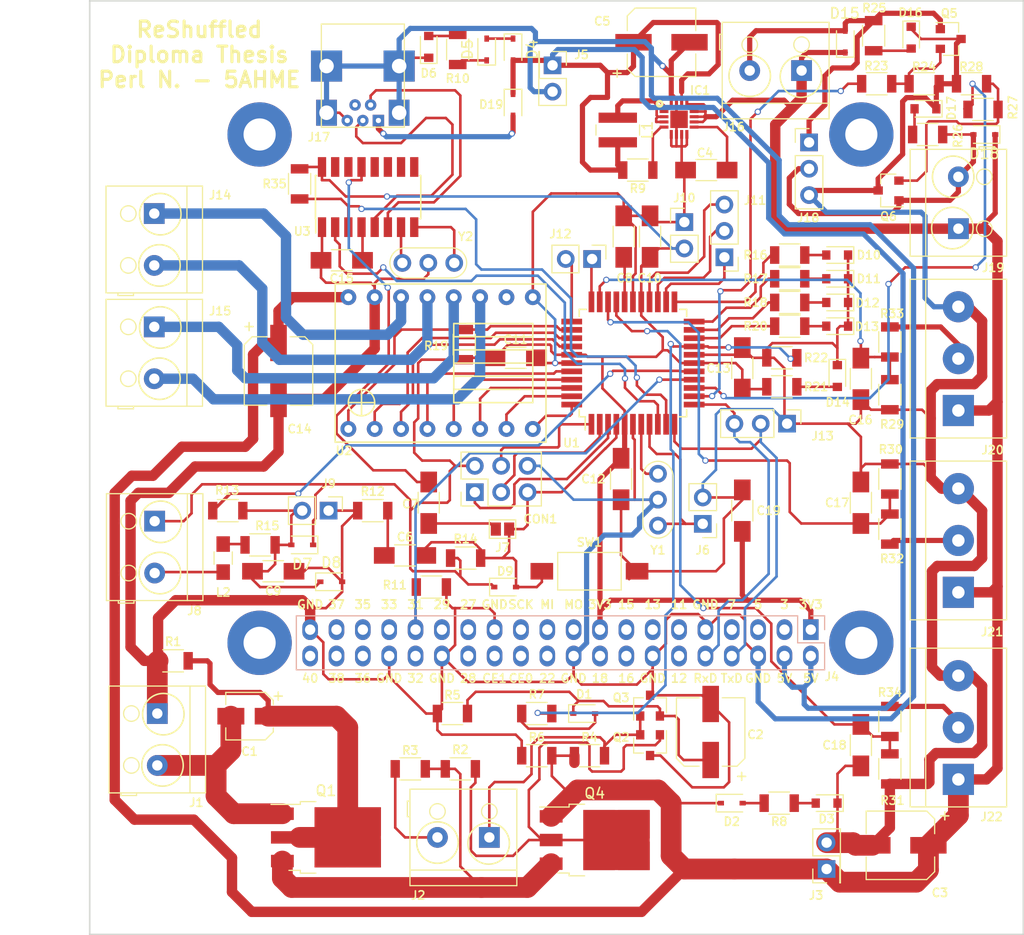
<source format=kicad_pcb>
(kicad_pcb (version 4) (host pcbnew 4.0.7-e2-6376~61~ubuntu18.04.1)
  (layers (0 F.Cu signal) (31 B.Cu signal) (34 B.Paste user hide) (35 F.Paste user hide) (36 B.SilkS user hide) (37 F.SilkS user) (38 B.Mask user hide) (39 F.Mask user hide) (44 Edge.Cuts user))
  (net 0 "")
  (net 1 GND)
  (net 2 +3V3)
  (net 3 MISO)
  (net 4 SCK)
  (net 5 MOSI)
  (net 6 "Net-(D3-Pad2)")
  (net 7 S1)
  (net 8 S2)
  (net 9 S3)
  (net 10 EN)
  (net 11 SLEEP)
  (net 12 STEP)
  (net 13 DIR)
  (net 14 M1)
  (net 15 M2)
  (net 16 TxD_USB)
  (net 17 RxD_USB)
  (net 18 M0)
  (net 19 "Net-(U3-Pad7)")
  (net 20 "Net-(U3-Pad8)")
  (net 21 DTR_USB)
  (net 22 HM1)
  (net 23 HM2)
  (net 24 RST)
  (net 25 RESET_M)
  (net 26 "Net-(C2-Pad1)")
  (net 27 "Net-(IC1-Pad1)")
  (net 28 "Net-(IC1-Pad4)")
  (net 29 UNLATCH)
  (net 30 "Net-(D10-Pad2)")
  (net 31 "Net-(D11-Pad2)")
  (net 32 "Net-(D12-Pad2)")
  (net 33 "Net-(D13-Pad2)")
  (net 34 "Net-(C1-Pad1)")
  (net 35 "Net-(D14-Pad2)")
  (net 36 "Net-(D16-Pad2)")
  (net 37 "Net-(D17-Pad2)")
  (net 38 /Peripherie/WATCHDOG)
  (net 39 /Peripherie/µC_TxD)
  (net 40 /Peripherie/µC_RxD)
  (net 41 "Net-(J11-Pad2)")
  (net 42 "Net-(J17-Pad2)")
  (net 43 "Net-(J20-Pad2)")
  (net 44 "Net-(J21-Pad2)")
  (net 45 "Net-(J22-Pad2)")
  (net 46 "Net-(C1-Pad2)")
  (net 47 "Net-(C4-Pad1)")
  (net 48 "Net-(C7-Pad1)")
  (net 49 "Net-(D5-Pad1)")
  (net 50 "Net-(D15-Pad2)")
  (net 51 "Net-(J2-Pad2)")
  (net 52 "Net-(J2-Pad1)")
  (net 53 "Net-(J6-Pad1)")
  (net 54 "Net-(J11-Pad1)")
  (net 55 "Net-(J14-Pad2)")
  (net 56 "Net-(J14-Pad1)")
  (net 57 "Net-(J15-Pad1)")
  (net 58 "Net-(J17-Pad3)")
  (net 59 "Net-(Q6-Pad2)")
  (net 60 "Net-(U1-Pad7)")
  (net 61 12V)
  (net 62 +5V)
  (net 63 "Net-(C6-Pad2)")
  (net 64 "Net-(C8-Pad1)")
  (net 65 "Net-(C9-Pad1)")
  (net 66 "Net-(C15-Pad1)")
  (net 67 "Net-(D2-Pad2)")
  (net 68 "Net-(D4-Pad1)")
  (net 69 "Net-(D6-Pad2)")
  (net 70 "Net-(D18-Pad2)")
  (net 71 "Net-(D19-Pad2)")
  (net 72 "Net-(J8-Pad2)")
  (net 73 "Net-(J11-Pad3)")
  (net 74 "Net-(J12-Pad1)")
  (net 75 "Net-(J12-Pad2)")
  (net 76 "Net-(L2-Pad2)")
  (net 77 "Net-(Q1-Pad3)")
  (net 78 "Net-(Q2-Pad1)")
  (net 79 "Net-(Q5-Pad2)")
  (net 80 MSWITCH)
  (net 81 LED4)
  (net 82 LED3)
  (net 83 LED2)
  (net 84 LED1)
  (net 85 "Net-(J15-Pad2)")
  (net 86 "Net-(D1-Pad2)")
  (module footprints:Raspberry-PI (layer F.Cu) (at 130.81 131.36)
    (fp_text reference J4 (at 2.032 4.53) (layer F.SilkS) (effects (font (size 0.8 0.8))))
    (fp_text value Raspberry_Pi_3B+ hide)
    (fp_text user 3V3 (at 0 -2.42) (layer F.SilkS) (effects (font (size 0.82 0.82))))
    (fp_text user 3 (at -2.54 -2.42) (layer F.SilkS) (effects (font (size 0.82 0.82))))
    (fp_text user 5 (at -5.08 -2.42) (layer F.SilkS) (effects (font (size 0.82 0.82))))
    (fp_text user 7 (at -7.62 -2.42) (layer F.SilkS) (effects (font (size 0.82 0.82))))
    (fp_text user GND (at -10.16 -2.42) (layer F.SilkS) (effects (font (size 0.82 0.82))))
    (fp_text user 11 (at -12.7 -2.42) (layer F.SilkS) (effects (font (size 0.82 0.82))))
    (fp_text user 13 (at -15.24 -2.42) (layer F.SilkS) (effects (font (size 0.82 0.82))))
    (fp_text user 15 (at -17.78 -2.42) (layer F.SilkS) (effects (font (size 0.82 0.82))))
    (fp_text user 3V3 (at -20.32 -2.42) (layer F.SilkS) (effects (font (size 0.82 0.82))))
    (fp_text user MO (at -22.86 -2.42) (layer F.SilkS) (effects (font (size 0.82 0.82))))
    (fp_text user MI (at -25.4 -2.42) (layer F.SilkS) (effects (font (size 0.82 0.82))))
    (fp_text user SCK (at -27.94 -2.42) (layer F.SilkS) (effects (font (size 0.82 0.82))))
    (fp_text user GND (at -30.48 -2.42) (layer F.SilkS) (effects (font (size 0.82 0.82))))
    (fp_text user 27 (at -33.02 -2.42) (layer F.SilkS) (effects (font (size 0.82 0.82))))
    (fp_text user 29 (at -35.56 -2.42) (layer F.SilkS) (effects (font (size 0.82 0.82))))
    (fp_text user 31 (at -38.1 -2.42) (layer F.SilkS) (effects (font (size 0.82 0.82))))
    (fp_text user 33 (at -40.64 -2.42) (layer F.SilkS) (effects (font (size 0.82 0.82))))
    (fp_text user 35 (at -43.18 -2.42) (layer F.SilkS) (effects (font (size 0.82 0.82))))
    (fp_text user 37 (at -45.72 -2.42) (layer F.SilkS) (effects (font (size 0.82 0.82))))
    (fp_text user GND (at -48.26 -2.42) (layer F.SilkS) (effects (font (size 0.82 0.82))))
    (fp_text user GND (at -48.26 -2.42) (layer F.SilkS) (effects (font (size 0.82 0.82))))
    (fp_text user 37 (at -45.72 -2.42) (layer F.SilkS) (effects (font (size 0.82 0.82))))
    (fp_text user 35 (at -43.18 -2.42) (layer F.SilkS) (effects (font (size 0.82 0.82))))
    (fp_text user 33 (at -40.64 -2.42) (layer F.SilkS) (effects (font (size 0.82 0.82))))
    (fp_text user 31 (at -38.1 -2.42) (layer F.SilkS) (effects (font (size 0.82 0.82))))
    (fp_text user 29 (at -35.56 -2.42) (layer F.SilkS) (effects (font (size 0.82 0.82))))
    (fp_text user 27 (at -33.02 -2.42) (layer F.SilkS) (effects (font (size 0.82 0.82))))
    (fp_text user GND (at -30.48 -2.42) (layer F.SilkS) (effects (font (size 0.82 0.82))))
    (fp_text user SCK (at -27.94 -2.42) (layer F.SilkS) (effects (font (size 0.82 0.82))))
    (fp_text user MI (at -25.4 -2.42) (layer F.SilkS) (effects (font (size 0.82 0.82))))
    (fp_text user MO (at -22.86 -2.42) (layer F.SilkS) (effects (font (size 0.82 0.82))))
    (fp_text user 3V3 (at -20.32 -2.42) (layer F.SilkS) (effects (font (size 0.82 0.82))))
    (fp_text user 15 (at -17.78 -2.42) (layer F.SilkS) (effects (font (size 0.82 0.82))))
    (fp_text user 40 (at -48.26 4.692) (layer F.SilkS) (effects (font (size 0.82 0.82))))
    (fp_text user 38 (at -45.72 4.692) (layer F.SilkS) (effects (font (size 0.82 0.82))))
    (fp_text user 36 (at -43.18 4.692) (layer F.SilkS) (effects (font (size 0.82 0.82))))
    (fp_text user GND (at -40.64 4.692) (layer F.SilkS) (effects (font (size 0.82 0.82))))
    (fp_text user 32 (at -38.1 4.692) (layer F.SilkS) (effects (font (size 0.82 0.82))))
    (fp_text user GND (at -35.56 4.692) (layer F.SilkS) (effects (font (size 0.82 0.82))))
    (fp_text user 28 (at -33.02 4.692) (layer F.SilkS) (effects (font (size 0.82 0.82))))
    (fp_text user CE1 (at -30.48 4.692) (layer F.SilkS) (effects (font (size 0.82 0.82))))
    (fp_text user CE0 (at -27.94 4.692) (layer F.SilkS) (effects (font (size 0.82 0.82))))
    (fp_text user 22 (at -25.4 4.692) (layer F.SilkS) (effects (font (size 0.82 0.82))))
    (fp_text user GND (at -22.86 4.692) (layer F.SilkS) (effects (font (size 0.82 0.82))))
    (fp_text user 18 (at -20.32 4.692) (layer F.SilkS) (effects (font (size 0.82 0.82))))
    (fp_text user 16 (at -17.78 4.692) (layer F.SilkS) (effects (font (size 0.82 0.82))))
    (fp_text user GND (at -15.24 4.692) (layer F.SilkS) (effects (font (size 0.82 0.82))))
    (fp_text user 12 (at -12.7 4.692) (layer F.SilkS) (effects (font (size 0.82 0.82))))
    (fp_text user 13 (at -15.24 -2.42) (layer F.SilkS) (effects (font (size 0.82 0.82))))
    (fp_text user 11 (at -12.7 -2.42) (layer F.SilkS) (effects (font (size 0.82 0.82))))
    (fp_text user RxD (at -10.16 4.692) (layer F.SilkS) (effects (font (size 0.82 0.82))))
    (fp_text user TxD (at -7.62 4.692) (layer F.SilkS) (effects (font (size 0.82 0.82))))
    (fp_text user GND (at -10.16 -2.42) (layer F.SilkS) (effects (font (size 0.82 0.82))))
    (fp_text user 7 (at -7.62 -2.42) (layer F.SilkS) (effects (font (size 0.82 0.82))))
    (fp_text user 5 (at -5.08 -2.42) (layer F.SilkS) (effects (font (size 0.82 0.82))))
    (fp_text user 3 (at -2.54 -2.42) (layer F.SilkS) (effects (font (size 0.82 0.82))))
    (fp_text user GND (at -5.08 4.692) (layer F.SilkS) (effects (font (size 0.82 0.82))))
    (fp_text user 5V (at -2.54 4.692) (layer F.SilkS) (effects (font (size 0.82 0.82))))
    (fp_text user 5V (at 0 4.692) (layer F.SilkS) (effects (font (size 0.82 0.82))))
    (fp_text user 3V3 (at 0 -2.42) (layer F.SilkS) (effects (font (size 0.82 0.82))))
    (pad 40 thru_hole oval (at -48.26 2.54) (size 1.5 2) (drill 1) (layers *.Cu *.Mask))
    (pad 39 thru_hole oval (at -48.26 0) (size 1.5 2) (drill 1) (layers *.Cu *.Mask) (net 1 GND))
    (pad 38 thru_hole oval (at -45.72 2.54) (size 1.5 2) (drill 1) (layers *.Cu *.Mask))
    (pad 37 thru_hole oval (at -45.72 0) (size 1.5 2) (drill 1) (layers *.Cu *.Mask))
    (pad 36 thru_hole oval (at -43.18 2.54) (size 1.5 2) (drill 1) (layers *.Cu *.Mask))
    (pad 35 thru_hole oval (at -43.18 0) (size 1.5 2) (drill 1) (layers *.Cu *.Mask))
    (pad 34 thru_hole oval (at -40.64 2.54) (size 1.5 2) (drill 1) (layers *.Cu *.Mask) (net 1 GND))
    (pad 33 thru_hole oval (at -40.64 0) (size 1.5 2) (drill 1) (layers *.Cu *.Mask))
    (pad 32 thru_hole oval (at -38.1 2.54) (size 1.5 2) (drill 1) (layers *.Cu *.Mask))
    (pad 31 thru_hole oval (at -38.1 0) (size 1.5 2) (drill 1) (layers *.Cu *.Mask) (net 38 /Peripherie/WATCHDOG))
    (pad 30 thru_hole oval (at -35.56 2.54) (size 1.5 2) (drill 1) (layers *.Cu *.Mask) (net 1 GND))
    (pad 29 thru_hole oval (at -35.56 0) (size 1.5 2) (drill 1) (layers *.Cu *.Mask))
    (pad 28 thru_hole oval (at -33.02 2.54) (size 1.5 2) (drill 1) (layers *.Cu *.Mask))
    (pad 27 thru_hole oval (at -33.02 0) (size 1.5 2) (drill 1) (layers *.Cu *.Mask))
    (pad 26 thru_hole oval (at -30.48 2.54) (size 1.5 2) (drill 1) (layers *.Cu *.Mask))
    (pad 25 thru_hole oval (at -30.48 0) (size 1.5 2) (drill 1) (layers *.Cu *.Mask) (net 1 GND))
    (pad 24 thru_hole oval (at -27.94 2.54) (size 1.5 2) (drill 1) (layers *.Cu *.Mask))
    (pad 23 thru_hole oval (at -27.94 0) (size 1.5 2) (drill 1) (layers *.Cu *.Mask))
    (pad 22 thru_hole oval (at -25.4 2.54) (size 1.5 2) (drill 1) (layers *.Cu *.Mask))
    (pad 21 thru_hole oval (at -25.4 0) (size 1.5 2) (drill 1) (layers *.Cu *.Mask))
    (pad 20 thru_hole oval (at -22.86 2.54) (size 1.5 2) (drill 1) (layers *.Cu *.Mask) (net 1 GND))
    (pad 19 thru_hole oval (at -22.86 0) (size 1.5 2) (drill 1) (layers *.Cu *.Mask))
    (pad 18 thru_hole oval (at -20.32 2.54) (size 1.5 2) (drill 1) (layers *.Cu *.Mask))
    (pad 17 thru_hole oval (at -20.32 0) (size 1.5 2) (drill 1) (layers *.Cu *.Mask) (net 2 +3V3))
    (pad 16 thru_hole oval (at -17.78 2.54) (size 1.5 2) (drill 1) (layers *.Cu *.Mask))
    (pad 15 thru_hole oval (at -17.78 0) (size 1.5 2) (drill 1) (layers *.Cu *.Mask))
    (pad 14 thru_hole oval (at -15.24 2.54) (size 1.5 2) (drill 1) (layers *.Cu *.Mask) (net 1 GND))
    (pad 13 thru_hole oval (at -15.24 0) (size 1.5 2) (drill 1) (layers *.Cu *.Mask))
    (pad 12 thru_hole oval (at -12.7 2.54) (size 1.5 2) (drill 1) (layers *.Cu *.Mask))
    (pad 11 thru_hole oval (at -12.7 0) (size 1.5 2) (drill 1) (layers *.Cu *.Mask))
    (pad 10 thru_hole oval (at -10.16 2.54) (size 1.5 2) (drill 1) (layers *.Cu *.Mask) (net 39 /Peripherie/µC_TxD))
    (pad 9 thru_hole oval (at -10.16 0) (size 1.5 2) (drill 1) (layers *.Cu *.Mask) (net 1 GND))
    (pad 8 thru_hole oval (at -7.62 2.54) (size 1.5 2) (drill 1) (layers *.Cu *.Mask) (net 40 /Peripherie/µC_RxD))
    (pad 7 thru_hole oval (at -7.62 0) (size 1.5 2) (drill 1) (layers *.Cu *.Mask))
    (pad 6 thru_hole oval (at -5.08 2.54) (size 1.5 2) (drill 1) (layers *.Cu *.Mask) (net 1 GND))
    (pad 5 thru_hole oval (at -5.08 0) (size 1.5 2) (drill 1) (layers *.Cu *.Mask))
    (pad 4 thru_hole oval (at -2.54 2.54) (size 1.5 2) (drill 1) (layers *.Cu *.Mask) (net 62 +5V))
    (pad 3 thru_hole oval (at -2.54 0) (size 1.5 2) (drill 1) (layers *.Cu *.Mask))
    (pad 2 thru_hole oval (at 0 2.54) (size 1.5 2) (drill 1) (layers *.Cu *.Mask) (net 62 +5V))
    (pad 1 thru_hole rect (at 0 0) (size 1.5 2) (drill 1) (layers *.Cu *.Mask) (net 2 +3V3))
    (pad "" np_thru_hole circle (at 4.87 -47.73) (size 6.2 6.2) (drill 3.1) (layers *.Cu *.Mask))
    (pad "" np_thru_hole circle (at -53.13 -47.73) (size 6.2 6.2) (drill 3.1) (layers *.Cu *.Mask))
    (pad "" np_thru_hole circle (at -53.13 1.27) (size 6.2 6.2) (drill 3.1) (layers *.Cu *.Mask))
    (pad "" np_thru_hole circle (at 4.87 1.27) (size 6.2 6.2) (drill 3.1) (layers *.Cu *.Mask))
  )
  (module footprints:TQFP-44_10x10mm_Pitch0.8mm_Handsolded (layer F.Cu) (at 113.665 105.664 90)
    (fp_text reference U1 (at -7.6962 -5.9182 180) (layer F.SilkS) (effects (font (size 0.8 0.8))))
    (fp_text value ATMEGA324P-20AU hide)
    (pad 1 smd rect (at -5.9 -4 90) (size 2 0.55) (layers F.Cu F.Paste F.Mask) (net 5 MOSI))
    (pad 2 smd rect (at -5.9 -3.2 90) (size 2 0.55) (layers F.Cu F.Paste F.Mask) (net 4 SCK))
    (pad 3 smd rect (at -5.9 -2.4 90) (size 2 0.55) (layers F.Cu F.Paste F.Mask) (net 3 MISO))
    (pad 4 smd rect (at -5.9 -1.6 90) (size 2 0.55) (layers F.Cu F.Paste F.Mask) (net 24 RST))
    (pad 5 smd rect (at -5.9 -0.8 90) (size 2 0.55) (layers F.Cu F.Paste F.Mask) (net 2 +3V3))
    (pad 6 smd rect (at -5.9 0 90) (size 2 0.55) (layers F.Cu F.Paste F.Mask) (net 1 GND))
    (pad 7 smd rect (at -5.9 0.8 90) (size 2 0.55) (layers F.Cu F.Paste F.Mask) (net 60 "Net-(U1-Pad7)"))
    (pad 8 smd rect (at -5.9 1.6 90) (size 2 0.55) (layers F.Cu F.Paste F.Mask) (net 53 "Net-(J6-Pad1)"))
    (pad 9 smd rect (at -5.9 2.4 90) (size 2 0.55) (layers F.Cu F.Paste F.Mask) (net 16 TxD_USB))
    (pad 10 smd rect (at -5.9 3.2 90) (size 2 0.55) (layers F.Cu F.Paste F.Mask) (net 17 RxD_USB))
    (pad 11 smd rect (at -5.9 4 90) (size 2 0.55) (layers F.Cu F.Paste F.Mask) (net 40 /Peripherie/µC_RxD))
    (pad 12 smd rect (at -4 5.9 180) (size 2 0.55) (layers F.Cu F.Paste F.Mask) (net 39 /Peripherie/µC_TxD))
    (pad 13 smd rect (at -3.2 5.9 180) (size 2 0.55) (layers F.Cu F.Paste F.Mask) (net 22 HM1))
    (pad 14 smd rect (at -2.4 5.9 180) (size 2 0.55) (layers F.Cu F.Paste F.Mask) (net 23 HM2))
    (pad 15 smd rect (at -1.6 5.9 180) (size 2 0.55) (layers F.Cu F.Paste F.Mask) (net 38 /Peripherie/WATCHDOG))
    (pad 16 smd rect (at -0.8 5.9 180) (size 2 0.55) (layers F.Cu F.Paste F.Mask) (net 80 MSWITCH))
    (pad 17 smd rect (at 0 5.9 180) (size 2 0.55) (layers F.Cu F.Paste F.Mask) (net 2 +3V3))
    (pad 18 smd rect (at 0.8 5.9 180) (size 2 0.55) (layers F.Cu F.Paste F.Mask) (net 1 GND))
    (pad 19 smd rect (at 1.6 5.9 180) (size 2 0.55) (layers F.Cu F.Paste F.Mask) (net 29 UNLATCH))
    (pad 20 smd rect (at 2.4 5.9 180) (size 2 0.55) (layers F.Cu F.Paste F.Mask) (net 84 LED1))
    (pad 21 smd rect (at 3.2 5.9 180) (size 2 0.55) (layers F.Cu F.Paste F.Mask) (net 83 LED2))
    (pad 22 smd rect (at 4 5.9 180) (size 2 0.55) (layers F.Cu F.Paste F.Mask) (net 82 LED3))
    (pad 23 smd rect (at 5.9 4 90) (size 2 0.55) (layers F.Cu F.Paste F.Mask) (net 81 LED4))
    (pad 24 smd rect (at 5.9 3.2 90) (size 2 0.55) (layers F.Cu F.Paste F.Mask) (net 54 "Net-(J11-Pad1)"))
    (pad 25 smd rect (at 5.9 2.4 90) (size 2 0.55) (layers F.Cu F.Paste F.Mask) (net 41 "Net-(J11-Pad2)"))
    (pad 26 smd rect (at 5.9 1.6 90) (size 2 0.55) (layers F.Cu F.Paste F.Mask) (net 73 "Net-(J11-Pad3)"))
    (pad 27 smd rect (at 5.9 0.8 90) (size 2 0.55) (layers F.Cu F.Paste F.Mask) (net 2 +3V3))
    (pad 28 smd rect (at 5.9 0 90) (size 2 0.55) (layers F.Cu F.Paste F.Mask) (net 1 GND))
    (pad 29 smd rect (at 5.9 -0.8 90) (size 2 0.55) (layers F.Cu F.Paste F.Mask) (net 64 "Net-(C8-Pad1)"))
    (pad 30 smd rect (at 5.9 -1.6 90) (size 2 0.55) (layers F.Cu F.Paste F.Mask) (net 9 S3))
    (pad 31 smd rect (at 5.9 -2.4 90) (size 2 0.55) (layers F.Cu F.Paste F.Mask) (net 8 S2))
    (pad 32 smd rect (at 5.9 -3.2 90) (size 2 0.55) (layers F.Cu F.Paste F.Mask) (net 7 S1))
    (pad 33 smd rect (at 5.9 -4 90) (size 2 0.55) (layers F.Cu F.Paste F.Mask) (net 74 "Net-(J12-Pad1)"))
    (pad 34 smd rect (at 4 -5.9 180) (size 2 0.55) (layers F.Cu F.Paste F.Mask) (net 75 "Net-(J12-Pad2)"))
    (pad 35 smd rect (at 3.2 -5.9 180) (size 2 0.55) (layers F.Cu F.Paste F.Mask) (net 10 EN))
    (pad 36 smd rect (at 2.4 -5.9 180) (size 2 0.55) (layers F.Cu F.Paste F.Mask) (net 18 M0))
    (pad 37 smd rect (at 1.6 -5.9 180) (size 2 0.55) (layers F.Cu F.Paste F.Mask) (net 14 M1))
    (pad 38 smd rect (at 0.8 -5.9 180) (size 2 0.55) (layers F.Cu F.Paste F.Mask) (net 2 +3V3))
    (pad 39 smd rect (at 0 -5.9 180) (size 2 0.55) (layers F.Cu F.Paste F.Mask) (net 1 GND))
    (pad 40 smd rect (at -0.8 -5.9 180) (size 2 0.55) (layers F.Cu F.Paste F.Mask) (net 15 M2))
    (pad 41 smd rect (at -1.6 -5.9 180) (size 2 0.55) (layers F.Cu F.Paste F.Mask) (net 25 RESET_M))
    (pad 42 smd rect (at -2.4 -5.9 180) (size 2 0.55) (layers F.Cu F.Paste F.Mask) (net 11 SLEEP))
    (pad 43 smd rect (at -3.2 -5.9 180) (size 2 0.55) (layers F.Cu F.Paste F.Mask) (net 12 STEP))
    (pad 44 smd rect (at -4 -5.9 180) (size 2 0.55) (layers F.Cu F.Paste F.Mask) (net 13 DIR))
  )
  (module Crystals:Resonator-3pin_w7.0mm_h2.5mm (layer F.Cu) (at 91.44 96.012)
    (fp_text reference Y2 (at 6.096 -2.54) (layer F.SilkS) (effects (font (size 0.8 0.8))))
    (fp_text value 12MHz_Resonator)
    (pad 1 thru_hole circle (at 0 0) (size 1.7 1.7) (drill 1) (layers *.Cu *.Mask) (net 19 "Net-(U3-Pad7)"))
    (pad 2 thru_hole circle (at 2.5 0) (size 1.7 1.7) (drill 1) (layers *.Cu *.Mask) (net 1 GND))
    (pad 3 thru_hole circle (at 5 0) (size 1.7 1.7) (drill 1) (layers *.Cu *.Mask) (net 20 "Net-(U3-Pad8)"))
  )
  (module footprints:Terminalblock-3x-5mm (layer F.Cu) (at 145.034 145.796 90)
    (fp_text reference J22 (at -3.6068 3.2004 180) (layer F.SilkS) (effects (font (size 0.8 0.8))))
    (fp_text value Cap_Sensor3)
    (pad 3 thru_hole circle (at 10 0 90) (size 3 3) (drill 1.2) (layers *.Cu *.Mask) (net 1 GND))
    (pad 2 thru_hole circle (at 5 0 90) (size 3 3) (drill 1.2) (layers *.Cu *.Mask) (net 45 "Net-(J22-Pad2)"))
    (pad 1 thru_hole rect (at 0 0 90) (size 3 3) (drill 1.2) (layers *.Cu *.Mask) (net 61 12V))
  )
  (module footprints:Terminalblock-3x-5mm (layer F.Cu) (at 145.034 127.762 90)
    (fp_text reference J21 (at -3.81 3.2512 180) (layer F.SilkS) (effects (font (size 0.8 0.8))))
    (fp_text value Cap_Sensor2)
    (pad 3 thru_hole circle (at 10 0 90) (size 3 3) (drill 1.2) (layers *.Cu *.Mask) (net 1 GND))
    (pad 2 thru_hole circle (at 5 0 90) (size 3 3) (drill 1.2) (layers *.Cu *.Mask) (net 44 "Net-(J21-Pad2)"))
    (pad 1 thru_hole rect (at 0 0 90) (size 3 3) (drill 1.2) (layers *.Cu *.Mask) (net 61 12V))
  )
  (module footprints:Terminalblock-2x-5mm (layer F.Cu) (at 129.921 77.47 180)
    (fp_text reference J16 (at 6.5405 -5.4356 180) (layer F.SilkS) (effects (font (size 0.8 0.8))))
    (fp_text value Solenoid1)
    (pad 2 thru_hole circle (at 5 0 180) (size 2 2) (drill 1) (layers *.Cu *.Mask) (net 50 "Net-(D15-Pad2)"))
    (pad 1 thru_hole rect (at 0 0 180) (size 2 2) (drill 1) (layers *.Cu *.Mask) (net 61 12V))
  )
  (module footprints:USB_Mini-B-THT (layer F.Cu) (at 87.63 81.534 270)
    (fp_text reference J17 (at 2.351 4.231 360) (layer F.SilkS) (effects (font (size 0.8 0.8))))
    (fp_text value USB_OTG)
    (pad 2 thru_hole circle (at -0.75 -0.75 270) (size 1.1 1.1) (drill 0.5) (layers *.Cu *.Mask) (net 42 "Net-(J17-Pad2)"))
    (pad 4 thru_hole circle (at -0.75 0.75 270) (size 1.1 1.1) (drill 0.5) (layers *.Cu *.Mask))
    (pad 5 thru_hole circle (at 0.75 1.5 270) (size 1.1 1.1) (drill 0.5) (layers *.Cu *.Mask) (net 1 GND))
    (pad 1 thru_hole rect (at 0.75 -1.5 270) (size 1.1 1.1) (drill 0.5) (layers *.Cu *.Mask) (net 71 "Net-(D19-Pad2)"))
    (pad 3 thru_hole circle (at 0.75 0 270) (size 1.1 1.1) (drill 0.5) (layers *.Cu *.Mask) (net 58 "Net-(J17-Pad3)"))
    (pad 6 thru_hole rect (at 0 -3.5 270) (size 2.5 2) (drill 1.4) (layers *.Cu *.Mask) (net 1 GND))
    (pad 6 thru_hole rect (at -4.5 -3.5 270) (size 3 3) (drill 1.4) (layers *.Cu *.Mask) (net 1 GND))
    (pad 6 thru_hole rect (at 0 3.5 270) (size 2.5 2) (drill 1.4) (layers *.Cu *.Mask) (net 1 GND))
    (pad 6 thru_hole rect (at -4.5 3.5 270) (size 3 3) (drill 1.4) (layers *.Cu *.Mask) (net 1 GND))
  )
  (module footprints:Terminalblock-2x-5mm (layer F.Cu) (at 67.524 102.173 270)
    (fp_text reference J15 (at -1.524 -6.35 360) (layer F.SilkS) (effects (font (size 0.8 0.8))))
    (fp_text value Stepper2)
    (pad 2 thru_hole circle (at 5 0 270) (size 2 2) (drill 1) (layers *.Cu *.Mask) (net 85 "Net-(J15-Pad2)"))
    (pad 1 thru_hole rect (at 0 0 270) (size 2 2) (drill 1) (layers *.Cu *.Mask) (net 57 "Net-(J15-Pad1)"))
  )
  (module footprints:Terminalblock-2x-5mm (layer F.Cu) (at 67.524 91.251 270)
    (fp_text reference J14 (at -1.778 -6.35 360) (layer F.SilkS) (effects (font (size 0.8 0.8))))
    (fp_text value Stepper1)
    (pad 2 thru_hole circle (at 5 0 270) (size 2 2) (drill 1) (layers *.Cu *.Mask) (net 55 "Net-(J14-Pad2)"))
    (pad 1 thru_hole rect (at 0 0 270) (size 2 2) (drill 1) (layers *.Cu *.Mask) (net 56 "Net-(J14-Pad1)"))
  )
  (module Pin_Headers:Pin_Header_Straight_2x03_Pitch2.54mm (layer F.Cu) (at 98.425 118.11 90)
    (fp_text reference CON1 (at -2.5908 6.3246 180) (layer F.SilkS) (effects (font (size 0.8 0.8))))
    (fp_text value AVR-ISP-6)
    (pad 1 thru_hole rect (at 0 0 90) (size 1.7 1.7) (drill 1) (layers *.Cu *.Mask) (net 3 MISO))
    (pad 2 thru_hole oval (at 2.54 0 90) (size 1.7 1.7) (drill 1) (layers *.Cu *.Mask) (net 2 +3V3))
    (pad 3 thru_hole oval (at 0 2.54 90) (size 1.7 1.7) (drill 1) (layers *.Cu *.Mask) (net 4 SCK))
    (pad 4 thru_hole oval (at 2.54 2.54 90) (size 1.7 1.7) (drill 1) (layers *.Cu *.Mask) (net 5 MOSI))
    (pad 5 thru_hole oval (at 0 5.08 90) (size 1.7 1.7) (drill 1) (layers *.Cu *.Mask) (net 24 RST))
    (pad 6 thru_hole oval (at 2.54 5.08 90) (size 1.7 1.7) (drill 1) (layers *.Cu *.Mask) (net 1 GND))
  )
  (module Buttons_Switches_SMD:SW_SPST_FSMSM (layer F.Cu) (at 109.474 125.73 180)
    (fp_text reference SW1 (at 0 2.794 180) (layer F.SilkS) (effects (font (size 0.8 0.8))))
    (fp_text value SW_Push)
    (pad 1 smd rect (at -4.59 0 180) (size 2.18 1.6) (layers F.Cu F.Paste F.Mask) (net 1 GND))
    (pad 2 smd rect (at 4.59 0 180) (size 2.18 1.6) (layers F.Cu F.Paste F.Mask) (net 24 RST))
  )
  (module footprints:SOIC-16_3.9x9.9mm_Pitch1.27mm_HANDSOLDERED (layer F.Cu) (at 88.138 89.662 90)
    (fp_text reference U3 (at -3.302 -6.35 180) (layer F.SilkS) (effects (font (size 0.8 0.8))))
    (fp_text value CH340G)
    (pad 1 smd rect (at -2.9 -4.445 90) (size 1.9 0.8) (layers F.Cu F.Paste F.Mask) (net 1 GND))
    (pad 2 smd rect (at -2.9 -3.175 90) (size 1.9 0.8) (layers F.Cu F.Paste F.Mask) (net 16 TxD_USB))
    (pad 3 smd rect (at -2.9 -1.905 90) (size 1.9 0.8) (layers F.Cu F.Paste F.Mask) (net 17 RxD_USB))
    (pad 4 smd rect (at -2.9 -0.635 90) (size 1.9 0.8) (layers F.Cu F.Paste F.Mask) (net 66 "Net-(C15-Pad1)"))
    (pad 5 smd rect (at -2.9 0.635 90) (size 1.9 0.8) (layers F.Cu F.Paste F.Mask) (net 58 "Net-(J17-Pad3)"))
    (pad 6 smd rect (at -2.9 1.905 90) (size 1.9 0.8) (layers F.Cu F.Paste F.Mask) (net 42 "Net-(J17-Pad2)"))
    (pad 7 smd rect (at -2.9 3.175 90) (size 1.9 0.8) (layers F.Cu F.Paste F.Mask) (net 19 "Net-(U3-Pad7)"))
    (pad 8 smd rect (at -2.9 4.445 90) (size 1.9 0.8) (layers F.Cu F.Paste F.Mask) (net 20 "Net-(U3-Pad8)"))
    (pad 9 smd rect (at 2.9 4.445 90) (size 1.9 0.8) (layers F.Cu F.Paste F.Mask))
    (pad 10 smd rect (at 2.9 3.175 90) (size 1.9 0.8) (layers F.Cu F.Paste F.Mask))
    (pad 11 smd rect (at 2.9 1.905 90) (size 1.9 0.8) (layers F.Cu F.Paste F.Mask))
    (pad 12 smd rect (at 2.9 0.635 90) (size 1.9 0.8) (layers F.Cu F.Paste F.Mask))
    (pad 13 smd rect (at 2.9 -0.635 90) (size 1.9 0.8) (layers F.Cu F.Paste F.Mask) (net 21 DTR_USB))
    (pad 14 smd rect (at 2.9 -1.905 90) (size 1.9 0.8) (layers F.Cu F.Paste F.Mask))
    (pad 15 smd rect (at 2.9 -3.175 90) (size 1.9 0.8) (layers F.Cu F.Paste F.Mask))
    (pad 16 smd rect (at 2.9 -4.445 90) (size 1.9 0.8) (layers F.Cu F.Paste F.Mask) (net 2 +3V3))
  )
  (module Crystals:Resonator-3pin_w7.0mm_h2.5mm (layer F.Cu) (at 116.078 116.332 270)
    (fp_text reference Y1 (at 7.366 0 360) (layer F.SilkS) (effects (font (size 0.8 0.8))))
    (fp_text value 12Mhz_Resonator)
    (pad 1 thru_hole circle (at 0 0 270) (size 1.7 1.7) (drill 1) (layers *.Cu *.Mask) (net 60 "Net-(U1-Pad7)"))
    (pad 2 thru_hole circle (at 2.5 0 270) (size 1.7 1.7) (drill 1) (layers *.Cu *.Mask) (net 1 GND))
    (pad 3 thru_hole circle (at 5 0 270) (size 1.7 1.7) (drill 1) (layers *.Cu *.Mask) (net 53 "Net-(J6-Pad1)"))
  )
  (module footprints:Terminalblock-2x-5mm (layer F.Cu) (at 67.818 139.446 270)
    (fp_text reference J1 (at 8.5852 -3.7592 360) (layer F.SilkS) (effects (font (size 0.8 0.8))))
    (fp_text value Input_12V)
    (pad 2 thru_hole circle (at 5 0 270) (size 2 2) (drill 1) (layers *.Cu *.Mask) (net 46 "Net-(C1-Pad2)"))
    (pad 1 thru_hole rect (at 0 0 270) (size 2 2) (drill 1) (layers *.Cu *.Mask) (net 1 GND))
  )
  (module footprints:Terminalblock-2x-5mm (layer F.Cu) (at 145.034 92.71 90)
    (fp_text reference J19 (at -3.7592 3.3528 180) (layer F.SilkS) (effects (font (size 0.8 0.8))))
    (fp_text value Solenoid2)
    (pad 2 thru_hole circle (at 5 0 90) (size 2 2) (drill 1) (layers *.Cu *.Mask) (net 70 "Net-(D18-Pad2)"))
    (pad 1 thru_hole rect (at 0 0 90) (size 2 2) (drill 1) (layers *.Cu *.Mask) (net 61 12V))
  )
  (module footprints:Terminalblock-3x-5mm (layer F.Cu) (at 145.034 110.236 90)
    (fp_text reference J20 (at -3.81 3.302 180) (layer F.SilkS) (effects (font (size 0.8 0.8))))
    (fp_text value Cap_Sensor1)
    (pad 3 thru_hole circle (at 10 0 90) (size 3 3) (drill 1.2) (layers *.Cu *.Mask) (net 1 GND))
    (pad 2 thru_hole circle (at 5 0 90) (size 3 3) (drill 1.2) (layers *.Cu *.Mask) (net 43 "Net-(J20-Pad2)"))
    (pad 1 thru_hole rect (at 0 0 90) (size 3 3) (drill 1.2) (layers *.Cu *.Mask) (net 61 12V))
  )
  (module Pin_Headers:Pin_Header_Straight_1x03_Pitch2.54mm (layer F.Cu) (at 130.643 84.393)
    (fp_text reference J18 (at -0.0889 7.2771) (layer F.SilkS) (effects (font (size 0.8 0.8))))
    (fp_text value Conn_01x03)
    (pad 1 thru_hole rect (at 0 0) (size 1.7 1.7) (drill 1) (layers *.Cu *.Mask) (net 50 "Net-(D15-Pad2)"))
    (pad 2 thru_hole oval (at 0 2.54) (size 1.7 1.7) (drill 1) (layers *.Cu *.Mask) (net 70 "Net-(D18-Pad2)"))
    (pad 3 thru_hole oval (at 0 5.08) (size 1.7 1.7) (drill 1) (layers *.Cu *.Mask) (net 1 GND))
  )
  (module TPS62143RGTR:QFN50P300X300X100-17N-D (layer F.Cu) (at 118.11 82.169)
    (fp_text reference IC1 (at 2.032 -2.794) (layer F.SilkS) (effects (font (size 0.8 0.8))))
    (fp_text value TPS62143RGTR hide)
    (pad 1 smd rect (at -1.45 -0.75 90) (size 0.3 0.85) (layers F.Cu F.Paste F.Mask) (net 27 "Net-(IC1-Pad1)"))
    (pad 2 smd rect (at -1.45 -0.25 90) (size 0.3 0.85) (layers F.Cu F.Paste F.Mask) (net 27 "Net-(IC1-Pad1)"))
    (pad 3 smd rect (at -1.45 0.25 90) (size 0.3 0.85) (layers F.Cu F.Paste F.Mask) (net 27 "Net-(IC1-Pad1)"))
    (pad 4 smd rect (at -1.45 0.75 90) (size 0.3 0.85) (layers F.Cu F.Paste F.Mask) (net 28 "Net-(IC1-Pad4)"))
    (pad 5 smd rect (at -0.75 1.45) (size 0.3 0.85) (layers F.Cu F.Paste F.Mask) (net 1 GND))
    (pad 6 smd rect (at -0.25 1.45) (size 0.3 0.85) (layers F.Cu F.Paste F.Mask) (net 1 GND))
    (pad 7 smd rect (at 0.25 1.45) (size 0.3 0.85) (layers F.Cu F.Paste F.Mask) (net 1 GND))
    (pad 8 smd rect (at 0.75 1.45) (size 0.3 0.85) (layers F.Cu F.Paste F.Mask) (net 1 GND))
    (pad 9 smd rect (at 1.45 0.75 90) (size 0.3 0.85) (layers F.Cu F.Paste F.Mask) (net 47 "Net-(C4-Pad1)"))
    (pad 10 smd rect (at 1.45 0.25 90) (size 0.3 0.85) (layers F.Cu F.Paste F.Mask) (net 61 12V))
    (pad 11 smd rect (at 1.45 -0.25 90) (size 0.3 0.85) (layers F.Cu F.Paste F.Mask) (net 61 12V))
    (pad 12 smd rect (at 1.45 -0.75 90) (size 0.3 0.85) (layers F.Cu F.Paste F.Mask) (net 61 12V))
    (pad 13 smd rect (at 0.75 -1.45) (size 0.3 0.85) (layers F.Cu F.Paste F.Mask) (net 61 12V))
    (pad 14 smd rect (at 0.25 -1.45) (size 0.3 0.85) (layers F.Cu F.Paste F.Mask) (net 62 +5V))
    (pad 15 smd rect (at -0.25 -1.45) (size 0.3 0.85) (layers F.Cu F.Paste F.Mask) (net 1 GND))
    (pad 16 smd rect (at -0.75 -1.45) (size 0.3 0.85) (layers F.Cu F.Paste F.Mask) (net 1 GND))
    (pad 17 smd rect (at 0 0) (size 1.68 1.68) (layers F.Cu F.Paste F.Mask) (net 1 GND))
  )
  (module Pin_Headers:Pin_Header_Straight_2x01_Pitch2.54mm (layer F.Cu) (at 105.918 76.962 270)
    (fp_text reference J5 (at -1.016 -2.794 360) (layer F.SilkS) (effects (font (size 0.8 0.8))))
    (fp_text value Conn_01x02)
    (pad 1 thru_hole rect (at 0 0 270) (size 1.7 1.7) (drill 1) (layers *.Cu *.Mask) (net 62 +5V))
    (pad 2 thru_hole oval (at 2.54 0 270) (size 1.7 1.7) (drill 1) (layers *.Cu *.Mask) (net 1 GND))
  )
  (module Diodes_SMD:D_0805 (layer F.Cu) (at 133.35 97.536 180)
    (fp_text reference D11 (at -3.048 0 180) (layer F.SilkS) (effects (font (size 0.8 0.8))))
    (fp_text value LED)
    (pad 1 smd rect (at -1.05 0 180) (size 0.8 0.9) (layers F.Cu F.Paste F.Mask) (net 1 GND))
    (pad 2 smd rect (at 1.05 0 180) (size 0.8 0.9) (layers F.Cu F.Paste F.Mask) (net 31 "Net-(D11-Pad2)"))
  )
  (module Diodes_SMD:D_0805 (layer F.Cu) (at 133.35 99.822 180)
    (fp_text reference D12 (at -2.928 -0.05 180) (layer F.SilkS) (effects (font (size 0.8 0.8))))
    (fp_text value LED)
    (pad 1 smd rect (at -1.05 0 180) (size 0.8 0.9) (layers F.Cu F.Paste F.Mask) (net 1 GND))
    (pad 2 smd rect (at 1.05 0 180) (size 0.8 0.9) (layers F.Cu F.Paste F.Mask) (net 32 "Net-(D12-Pad2)"))
  )
  (module Diodes_SMD:D_0805 (layer F.Cu) (at 93.98 75.184 90)
    (fp_text reference D6 (at -2.54 0 180) (layer F.SilkS) (effects (font (size 0.8 0.8))))
    (fp_text value LED)
    (pad 1 smd rect (at -1.05 0 90) (size 0.8 0.9) (layers F.Cu F.Paste F.Mask) (net 1 GND))
    (pad 2 smd rect (at 1.05 0 90) (size 0.8 0.9) (layers F.Cu F.Paste F.Mask) (net 69 "Net-(D6-Pad2)"))
  )
  (module Diodes_SMD:D_0805 (layer F.Cu) (at 133.35 95.25 180)
    (fp_text reference D10 (at -3.048 0 180) (layer F.SilkS) (effects (font (size 0.8 0.8))))
    (fp_text value LED)
    (pad 1 smd rect (at -1.05 0 180) (size 0.8 0.9) (layers F.Cu F.Paste F.Mask) (net 1 GND))
    (pad 2 smd rect (at 1.05 0 180) (size 0.8 0.9) (layers F.Cu F.Paste F.Mask) (net 30 "Net-(D10-Pad2)"))
  )
  (module Diodes_SMD:D_0805 (layer F.Cu) (at 133.35 102.108 180)
    (fp_text reference D13 (at -2.868 -0.044 180) (layer F.SilkS) (effects (font (size 0.8 0.8))))
    (fp_text value LED)
    (pad 1 smd rect (at -1.05 0 180) (size 0.8 0.9) (layers F.Cu F.Paste F.Mask) (net 1 GND))
    (pad 2 smd rect (at 1.05 0 180) (size 0.8 0.9) (layers F.Cu F.Paste F.Mask) (net 33 "Net-(D13-Pad2)"))
  )
  (module footprints:Terminalblock-2x-5mm (layer F.Cu) (at 67.564 120.904 270)
    (fp_text reference J8 (at 8.636 -3.8354 360) (layer F.SilkS) (effects (font (size 0.8 0.8))))
    (fp_text value Microswitch)
    (pad 2 thru_hole circle (at 5 0 270) (size 2 2) (drill 1) (layers *.Cu *.Mask) (net 72 "Net-(J8-Pad2)"))
    (pad 1 thru_hole rect (at 0 0 270) (size 2 2) (drill 1) (layers *.Cu *.Mask) (net 2 +3V3))
  )
  (module Pin_Headers:Pin_Header_Straight_1x03_Pitch2.54mm (layer F.Cu) (at 128.524 111.506 270)
    (fp_text reference J13 (at 1.1938 -3.429 360) (layer F.SilkS) (effects (font (size 0.8 0.8))))
    (fp_text value Conn_01x03)
    (pad 1 thru_hole rect (at 0 0 270) (size 1.7 1.7) (drill 1) (layers *.Cu *.Mask) (net 1 GND))
    (pad 2 thru_hole oval (at 0 2.54 270) (size 1.7 1.7) (drill 1) (layers *.Cu *.Mask) (net 40 /Peripherie/µC_RxD))
    (pad 3 thru_hole oval (at 0 5.08 270) (size 1.7 1.7) (drill 1) (layers *.Cu *.Mask) (net 39 /Peripherie/µC_TxD))
  )
  (module Diodes_SMD:D_0805 (layer F.Cu) (at 140.4855 74.2965 270)
    (fp_text reference D16 (at -2.413 0.0635 360) (layer F.SilkS) (effects (font (size 0.8 0.8))))
    (fp_text value LED)
    (pad 1 smd rect (at -1.05 0 270) (size 0.8 0.9) (layers F.Cu F.Paste F.Mask) (net 1 GND))
    (pad 2 smd rect (at 1.05 0 270) (size 0.8 0.9) (layers F.Cu F.Paste F.Mask) (net 36 "Net-(D16-Pad2)"))
  )
  (module Diodes_SMD:D_0805 (layer F.Cu) (at 141.859 81.153 180)
    (fp_text reference D17 (at -2.5 0.062 270) (layer F.SilkS) (effects (font (size 0.8 0.8))))
    (fp_text value LED)
    (pad 1 smd rect (at -1.05 0 180) (size 0.8 0.9) (layers F.Cu F.Paste F.Mask) (net 1 GND))
    (pad 2 smd rect (at 1.05 0 180) (size 0.8 0.9) (layers F.Cu F.Paste F.Mask) (net 37 "Net-(D17-Pad2)"))
  )
  (module Diodes_SMD:D_0805 (layer F.Cu) (at 133.368 106.912 270)
    (fp_text reference D14 (at 2.53 -0.03 360) (layer F.SilkS) (effects (font (size 0.8 0.8))))
    (fp_text value LED)
    (pad 1 smd rect (at -1.05 0 270) (size 0.8 0.9) (layers F.Cu F.Paste F.Mask) (net 1 GND))
    (pad 2 smd rect (at 1.05 0 270) (size 0.8 0.9) (layers F.Cu F.Paste F.Mask) (net 35 "Net-(D14-Pad2)"))
  )
  (module Diodes_SMD:D_0805 (layer F.Cu) (at 132.334 148.082 180)
    (fp_text reference D3 (at 0 -1.524 180) (layer F.SilkS) (effects (font (size 0.8 0.8))))
    (fp_text value LED)
    (pad 1 smd rect (at -1.05 0 180) (size 0.8 0.9) (layers F.Cu F.Paste F.Mask) (net 1 GND))
    (pad 2 smd rect (at 1.05 0 180) (size 0.8 0.9) (layers F.Cu F.Paste F.Mask) (net 6 "Net-(D3-Pad2)"))
  )
  (module Pin_Headers:Pin_Header_Straight_2x01_Pitch2.54mm (layer F.Cu) (at 132.334 154.432 90)
    (fp_text reference J3 (at -2.54 -1.016 180) (layer F.SilkS) (effects (font (size 0.8 0.8))))
    (fp_text value Conn_01x02)
    (pad 1 thru_hole rect (at 0 0 90) (size 1.7 1.7) (drill 1) (layers *.Cu *.Mask) (net 61 12V))
    (pad 2 thru_hole oval (at 2.54 0 90) (size 1.7 1.7) (drill 1) (layers *.Cu *.Mask) (net 1 GND))
  )
  (module Connectors:GS2 (layer F.Cu) (at 101.092 121.666 270)
    (fp_text reference J7 (at 1.78 0 360) (layer F.SilkS) (effects (font (size 0.8 0.8))))
    (fp_text value GS2)
    (pad 1 smd rect (at 0 -0.64 270) (size 1.27 0.97) (layers F.Cu F.Paste F.Mask) (net 24 RST))
    (pad 2 smd rect (at 0 0.64 270) (size 1.27 0.97) (layers F.Cu F.Paste F.Mask) (net 48 "Net-(C7-Pad1)"))
  )
  (module Pin_Headers:Pin_Header_Straight_1x02_Pitch2.54mm (layer F.Cu) (at 120.396 121.158 180)
    (fp_text reference J6 (at 0 -2.54 180) (layer F.SilkS) (effects (font (size 0.8 0.8))))
    (fp_text value Conn_01x02)
    (pad 1 thru_hole rect (at 0 0 180) (size 1.7 1.7) (drill 1) (layers *.Cu *.Mask) (net 53 "Net-(J6-Pad1)"))
    (pad 2 thru_hole oval (at 0 2.54 180) (size 1.7 1.7) (drill 1) (layers *.Cu *.Mask) (net 1 GND))
  )
  (module Pin_Headers:Pin_Header_Straight_1x02_Pitch2.54mm (layer F.Cu) (at 118.618 92.075)
    (fp_text reference J10 (at 0 -2.33) (layer F.SilkS) (effects (font (size 0.8 0.8))))
    (fp_text value Conn_01x02)
    (pad 1 thru_hole rect (at 0 0) (size 1.7 1.7) (drill 1) (layers *.Cu *.Mask) (net 1 GND))
    (pad 2 thru_hole oval (at 0 2.54) (size 1.7 1.7) (drill 1) (layers *.Cu *.Mask) (net 2 +3V3))
  )
  (module Pin_Headers:Pin_Header_Straight_1x03_Pitch2.54mm (layer F.Cu) (at 122.4788 95.4659 180)
    (fp_text reference J11 (at -2.9572 5.4849 180) (layer F.SilkS) (effects (font (size 0.8 0.8))))
    (fp_text value Conn_01x03)
    (pad 1 thru_hole rect (at 0 0 180) (size 1.7 1.7) (drill 1) (layers *.Cu *.Mask) (net 54 "Net-(J11-Pad1)"))
    (pad 2 thru_hole oval (at 0 2.54 180) (size 1.7 1.7) (drill 1) (layers *.Cu *.Mask) (net 41 "Net-(J11-Pad2)"))
    (pad 3 thru_hole oval (at 0 5.08 180) (size 1.7 1.7) (drill 1) (layers *.Cu *.Mask) (net 73 "Net-(J11-Pad3)"))
  )
  (module Pin_Headers:Pin_Header_Straight_1x02_Pitch2.54mm (layer F.Cu) (at 109.728 95.631 270)
    (fp_text reference J12 (at -2.413 3.048 360) (layer F.SilkS) (effects (font (size 0.8 0.8))))
    (fp_text value Conn_01x02)
    (pad 1 thru_hole rect (at 0 0 270) (size 1.7 1.7) (drill 1) (layers *.Cu *.Mask) (net 74 "Net-(J12-Pad1)"))
    (pad 2 thru_hole oval (at 0 2.54 270) (size 1.7 1.7) (drill 1) (layers *.Cu *.Mask) (net 75 "Net-(J12-Pad2)"))
  )
  (module footprints:Terminalblock-2x-5mm (layer F.Cu) (at 99.822 151.384 180)
    (fp_text reference J2 (at 6.858 -5.588 180) (layer F.SilkS) (effects (font (size 0.8 0.8))))
    (fp_text value PowerOn_Button)
    (pad 2 thru_hole circle (at 5 0 180) (size 2 2) (drill 1) (layers *.Cu *.Mask) (net 51 "Net-(J2-Pad2)"))
    (pad 1 thru_hole rect (at 0 0 180) (size 2 2) (drill 1) (layers *.Cu *.Mask) (net 52 "Net-(J2-Pad1)"))
  )
  (module Capacitors_SMD:C_1206_HandSoldering (layer F.Cu) (at 93.98 119.126 90)
    (fp_text reference C7 (at -0.127 -1.778 180) (layer F.SilkS) (effects (font (size 0.8 0.8))))
    (fp_text value 10n)
    (pad 1 smd rect (at -2 0 90) (size 2 1.6) (layers F.Cu F.Paste F.Mask) (net 48 "Net-(C7-Pad1)"))
    (pad 2 smd rect (at 2 0 90) (size 2 1.6) (layers F.Cu F.Paste F.Mask) (net 21 DTR_USB))
  )
  (module Capacitors_SMD:CP_Elec_6.3x7.7 (layer F.Cu) (at 139.446 152.146 180)
    (fp_text reference C3 (at -3.81 -4.572 180) (layer F.SilkS) (effects (font (size 0.8 0.8))))
    (fp_text value 47µ)
    (fp_text user + (at -4.28 2.91 180) (layer F.SilkS))
    (pad 1 smd rect (at -2.7 0) (size 3.5 1.6) (layers F.Cu F.Paste F.Mask) (net 61 12V))
    (pad 2 smd rect (at 2.7 0) (size 3.5 1.6) (layers F.Cu F.Paste F.Mask) (net 1 GND))
  )
  (module Capacitors_SMD:CP_Elec_6.3x7.7 (layer F.Cu) (at 116.419 74.741)
    (fp_text reference C5 (at -5.715 -2.032 180) (layer F.SilkS) (effects (font (size 0.8 0.8))))
    (fp_text value 22µ)
    (fp_text user + (at -4.28 2.91) (layer F.SilkS))
    (pad 1 smd rect (at -2.7 0 180) (size 3.5 1.6) (layers F.Cu F.Paste F.Mask) (net 62 +5V))
    (pad 2 smd rect (at 2.7 0 180) (size 3.5 1.6) (layers F.Cu F.Paste F.Mask) (net 1 GND))
  )
  (module Capacitors_SMD:CP_Elec_6.3x7.7 (layer F.Cu) (at 79.502 106.426 270)
    (fp_text reference C14 (at 5.588 -2.032 360) (layer F.SilkS) (effects (font (size 0.8 0.8))))
    (fp_text value 47µ)
    (fp_text user + (at -4.28 2.91 270) (layer F.SilkS))
    (pad 1 smd rect (at -2.7 0 90) (size 3.5 1.6) (layers F.Cu F.Paste F.Mask) (net 61 12V))
    (pad 2 smd rect (at 2.7 0 90) (size 3.5 1.6) (layers F.Cu F.Paste F.Mask) (net 1 GND))
  )
  (module Capacitors_SMD:C_1206_HandSoldering (layer F.Cu) (at 112.776 93.472 90)
    (fp_text reference C8 (at -4.002 0.087 180) (layer F.SilkS) (effects (font (size 0.8 0.8))))
    (fp_text value 100n)
    (pad 1 smd rect (at -2 0 90) (size 2 1.6) (layers F.Cu F.Paste F.Mask) (net 64 "Net-(C8-Pad1)"))
    (pad 2 smd rect (at 2 0 90) (size 2 1.6) (layers F.Cu F.Paste F.Mask) (net 1 GND))
  )
  (module Capacitors_SMD:C_1206_HandSoldering (layer F.Cu) (at 115.316 93.472 90)
    (fp_text reference C10 (at -4.002 -0.04 180) (layer F.SilkS) (effects (font (size 0.8 0.8))))
    (fp_text value 100n)
    (pad 1 smd rect (at -2 0 90) (size 2 1.6) (layers F.Cu F.Paste F.Mask) (net 2 +3V3))
    (pad 2 smd rect (at 2 0 90) (size 2 1.6) (layers F.Cu F.Paste F.Mask) (net 1 GND))
  )
  (module Capacitors_SMD:C_1206_HandSoldering (layer F.Cu) (at 102.362 105.156)
    (fp_text reference C11 (at 0 -1.75) (layer F.SilkS) (effects (font (size 0.8 0.8))))
    (fp_text value 100n)
    (pad 1 smd rect (at -2 0) (size 2 1.6) (layers F.Cu F.Paste F.Mask) (net 2 +3V3))
    (pad 2 smd rect (at 2 0) (size 2 1.6) (layers F.Cu F.Paste F.Mask) (net 1 GND))
  )
  (module Capacitors_SMD:C_1206_HandSoldering (layer F.Cu) (at 112.522 116.84 270)
    (fp_text reference C12 (at 0 2.667 360) (layer F.SilkS) (effects (font (size 0.8 0.8))))
    (fp_text value 100n)
    (pad 1 smd rect (at -2 0 270) (size 2 1.6) (layers F.Cu F.Paste F.Mask) (net 2 +3V3))
    (pad 2 smd rect (at 2 0 270) (size 2 1.6) (layers F.Cu F.Paste F.Mask) (net 1 GND))
  )
  (module Capacitors_SMD:C_1206_HandSoldering (layer F.Cu) (at 124.206 106.172 90)
    (fp_text reference C13 (at 0 -2.286 360) (layer F.SilkS) (effects (font (size 0.8 0.8))))
    (fp_text value 100n)
    (pad 1 smd rect (at -2 0 90) (size 2 1.6) (layers F.Cu F.Paste F.Mask) (net 2 +3V3))
    (pad 2 smd rect (at 2 0 90) (size 2 1.6) (layers F.Cu F.Paste F.Mask) (net 1 GND))
  )
  (module Capacitors_SMD:C_1206_HandSoldering (layer F.Cu) (at 135.636 107.188 270)
    (fp_text reference C16 (at 3.954 0.038 540) (layer F.SilkS) (effects (font (size 0.8 0.8))))
    (fp_text value 100n)
    (pad 1 smd rect (at -2 0 270) (size 2 1.6) (layers F.Cu F.Paste F.Mask) (net 7 S1))
    (pad 2 smd rect (at 2 0 270) (size 2 1.6) (layers F.Cu F.Paste F.Mask) (net 1 GND))
  )
  (module Capacitors_SMD:C_1206_HandSoldering (layer F.Cu) (at 85.598 95.758 180)
    (fp_text reference C15 (at 0 -1.75 180) (layer F.SilkS) (effects (font (size 0.8 0.8))))
    (fp_text value 100n)
    (pad 1 smd rect (at -2 0 180) (size 2 1.6) (layers F.Cu F.Paste F.Mask) (net 66 "Net-(C15-Pad1)"))
    (pad 2 smd rect (at 2 0 180) (size 2 1.6) (layers F.Cu F.Paste F.Mask) (net 1 GND))
  )
  (module Capacitors_SMD:C_1206_HandSoldering (layer F.Cu) (at 124.206 119.888 90)
    (fp_text reference C19 (at 0 2.54 180) (layer F.SilkS) (effects (font (size 0.8 0.8))))
    (fp_text value 100n)
    (pad 1 smd rect (at -2 0 90) (size 2 1.6) (layers F.Cu F.Paste F.Mask) (net 2 +3V3))
    (pad 2 smd rect (at 2 0 90) (size 2 1.6) (layers F.Cu F.Paste F.Mask) (net 1 GND))
  )
  (module Capacitors_SMD:C_1206_HandSoldering (layer F.Cu) (at 135.636 119.126 90)
    (fp_text reference C17 (at 0 -2.286 180) (layer F.SilkS) (effects (font (size 0.8 0.8))))
    (fp_text value 100n)
    (pad 1 smd rect (at -2 0 90) (size 2 1.6) (layers F.Cu F.Paste F.Mask) (net 8 S2))
    (pad 2 smd rect (at 2 0 90) (size 2 1.6) (layers F.Cu F.Paste F.Mask) (net 1 GND))
  )
  (module Capacitors_SMD:C_1206_HandSoldering (layer F.Cu) (at 120.737 87.06 180)
    (fp_text reference C4 (at 0.127 1.651 360) (layer F.SilkS) (effects (font (size 0.8 0.8))))
    (fp_text value 3.3n)
    (pad 1 smd rect (at -2 0 180) (size 2 1.6) (layers F.Cu F.Paste F.Mask) (net 47 "Net-(C4-Pad1)"))
    (pad 2 smd rect (at 2 0 180) (size 2 1.6) (layers F.Cu F.Paste F.Mask) (net 1 GND))
  )
  (module Capacitors_SMD:C_1206_HandSoldering (layer F.Cu) (at 135.636 142.494 270)
    (fp_text reference C18 (at 0 2.54 540) (layer F.SilkS) (effects (font (size 0.8 0.8))))
    (fp_text value 100n)
    (pad 1 smd rect (at -2 0 270) (size 2 1.6) (layers F.Cu F.Paste F.Mask) (net 9 S3))
    (pad 2 smd rect (at 2 0 270) (size 2 1.6) (layers F.Cu F.Paste F.Mask) (net 1 GND))
  )
  (module Capacitors_SMD:CP_Elec_4x5.3 (layer F.Cu) (at 76.708 139.7 180)
    (fp_text reference C1 (at 0 -3.4036 180) (layer F.SilkS) (effects (font (size 0.8 0.8))))
    (fp_text value 1µ)
    (fp_text user + (at -2.77 2.01 180) (layer F.SilkS))
    (pad 1 smd rect (at -1.8 0) (size 2.6 1.6) (layers F.Cu F.Paste F.Mask) (net 34 "Net-(C1-Pad1)"))
    (pad 2 smd rect (at 1.8 0) (size 2.6 1.6) (layers F.Cu F.Paste F.Mask) (net 46 "Net-(C1-Pad2)"))
  )
  (module Diodes_SMD:D_SOD-323 (layer F.Cu) (at 101.346 127.254)
    (fp_text reference D9 (at 0 -1.524) (layer F.SilkS) (effects (font (size 0.8 0.8))))
    (fp_text value BAT60A)
    (pad 1 smd rect (at -1.05 0) (size 0.6 0.45) (layers F.Cu F.Paste F.Mask) (net 2 +3V3))
    (pad 2 smd rect (at 1.05 0) (size 0.6 0.45) (layers F.Cu F.Paste F.Mask) (net 24 RST))
  )
  (module Diodes_SMD:D_SOD-323 (layer F.Cu) (at 102.108 80.772 270)
    (fp_text reference D19 (at -0.03 2.11 360) (layer F.SilkS) (effects (font (size 0.8 0.8))))
    (fp_text value BAT60A)
    (pad 1 smd rect (at -1.05 0 270) (size 0.6 0.45) (layers F.Cu F.Paste F.Mask) (net 62 +5V))
    (pad 2 smd rect (at 1.05 0 270) (size 0.6 0.45) (layers F.Cu F.Paste F.Mask) (net 71 "Net-(D19-Pad2)"))
  )
  (module Diodes_SMD:D_SOD-323 (layer F.Cu) (at 108.966 139.446)
    (fp_text reference D1 (at 0 -1.85) (layer F.SilkS) (effects (font (size 0.8 0.8))))
    (fp_text value BAT60A)
    (pad 1 smd rect (at -1.05 0) (size 0.6 0.45) (layers F.Cu F.Paste F.Mask) (net 26 "Net-(C2-Pad1)"))
    (pad 2 smd rect (at 1.05 0) (size 0.6 0.45) (layers F.Cu F.Paste F.Mask) (net 86 "Net-(D1-Pad2)"))
  )
  (module Diodes_SMD:D_SOD-323 (layer F.Cu) (at 123.19 148.082)
    (fp_text reference D2 (at 0 1.778) (layer F.SilkS) (effects (font (size 0.8 0.8))))
    (fp_text value MM3Z10V16)
    (pad 1 smd rect (at -1.05 0) (size 0.6 0.45) (layers F.Cu F.Paste F.Mask) (net 61 12V))
    (pad 2 smd rect (at 1.05 0) (size 0.6 0.45) (layers F.Cu F.Paste F.Mask) (net 67 "Net-(D2-Pad2)"))
  )
  (module TO_SOT_Packages_SMD:SOT-23 (layer F.Cu) (at 144.2955 74.4235)
    (fp_text reference Q5 (at -0.14 -2.474) (layer F.SilkS) (effects (font (size 0.8 0.8))))
    (fp_text value IRLML2502)
    (pad 1 smd rect (at -1 -0.95) (size 0.9 0.8) (layers F.Cu F.Paste F.Mask) (net 50 "Net-(D15-Pad2)"))
    (pad 2 smd rect (at -1 0.95) (size 0.9 0.8) (layers F.Cu F.Paste F.Mask) (net 79 "Net-(Q5-Pad2)"))
    (pad 3 smd rect (at 1 0) (size 0.9 0.8) (layers F.Cu F.Paste F.Mask) (net 1 GND))
  )
  (module TO_SOT_Packages_SMD:SOT-23 (layer F.Cu) (at 138.303 89.027 180)
    (fp_text reference Q6 (at 0 -2.5 180) (layer F.SilkS) (effects (font (size 0.8 0.8))))
    (fp_text value IRLML2502)
    (pad 1 smd rect (at -1 -0.95 180) (size 0.9 0.8) (layers F.Cu F.Paste F.Mask) (net 70 "Net-(D18-Pad2)"))
    (pad 2 smd rect (at -1 0.95 180) (size 0.9 0.8) (layers F.Cu F.Paste F.Mask) (net 59 "Net-(Q6-Pad2)"))
    (pad 3 smd rect (at 1 0 180) (size 0.9 0.8) (layers F.Cu F.Paste F.Mask) (net 1 GND))
  )
  (module TO_SOT_Packages_SMD:SOT-23 (layer F.Cu) (at 115.316 142.494 270)
    (fp_text reference Q2 (at -0.762 2.794 540) (layer F.SilkS) (effects (font (size 0.8 0.8))))
    (fp_text value IRLML2502)
    (pad 1 smd rect (at -1 -0.95 270) (size 0.9 0.8) (layers F.Cu F.Paste F.Mask) (net 78 "Net-(Q2-Pad1)"))
    (pad 2 smd rect (at -1 0.95 270) (size 0.9 0.8) (layers F.Cu F.Paste F.Mask) (net 52 "Net-(J2-Pad1)"))
    (pad 3 smd rect (at 1 0 270) (size 0.9 0.8) (layers F.Cu F.Paste F.Mask) (net 1 GND))
  )
  (module TO_SOT_Packages_SMD:SOT-23 (layer F.Cu) (at 115.316 138.684 90)
    (fp_text reference Q3 (at 0.762 -2.794 180) (layer F.SilkS) (effects (font (size 0.8 0.8))))
    (fp_text value IRLML2502)
    (pad 1 smd rect (at -1 -0.95 90) (size 0.9 0.8) (layers F.Cu F.Paste F.Mask) (net 52 "Net-(J2-Pad1)"))
    (pad 2 smd rect (at -1 0.95 90) (size 0.9 0.8) (layers F.Cu F.Paste F.Mask) (net 26 "Net-(C2-Pad1)"))
    (pad 3 smd rect (at 1 0 90) (size 0.9 0.8) (layers F.Cu F.Paste F.Mask) (net 1 GND))
  )
  (module Resistors_SMD:R_1206 (layer F.Cu) (at 141.732 78.74)
    (fp_text reference R24 (at -0.004 -1.638) (layer F.SilkS) (effects (font (size 0.8 0.8))))
    (fp_text value 10k)
    (pad 1 smd rect (at -1.45 0) (size 0.9 1.7) (layers F.Cu F.Paste F.Mask) (net 79 "Net-(Q5-Pad2)"))
    (pad 2 smd rect (at 1.45 0) (size 0.9 1.7) (layers F.Cu F.Paste F.Mask) (net 1 GND))
  )
  (module Resistors_SMD:R_1206 (layer F.Cu) (at 146.304 78.74 180)
    (fp_text reference R28 (at 0.0254 1.6383 360) (layer F.SilkS) (effects (font (size 0.8 0.8))))
    (fp_text value 10k)
    (pad 1 smd rect (at -1.45 0 180) (size 0.9 1.7) (layers F.Cu F.Paste F.Mask) (net 59 "Net-(Q6-Pad2)"))
    (pad 2 smd rect (at 1.45 0 180) (size 0.9 1.7) (layers F.Cu F.Paste F.Mask) (net 1 GND))
  )
  (module Resistors_SMD:R_1206 (layer F.Cu) (at 96.266 139.446 180)
    (fp_text reference R5 (at 0 1.778 180) (layer F.SilkS) (effects (font (size 0.8 0.8))))
    (fp_text value 100k)
    (pad 1 smd rect (at -1.45 0 180) (size 0.9 1.7) (layers F.Cu F.Paste F.Mask) (net 26 "Net-(C2-Pad1)"))
    (pad 2 smd rect (at 1.45 0 180) (size 0.9 1.7) (layers F.Cu F.Paste F.Mask) (net 1 GND))
  )
  (module Resistors_SMD:R_1206 (layer F.Cu) (at 92.202 144.78 180)
    (fp_text reference R3 (at 0 1.778 180) (layer F.SilkS) (effects (font (size 0.8 0.8))))
    (fp_text value 10k)
    (pad 1 smd rect (at -1.45 0 180) (size 0.9 1.7) (layers F.Cu F.Paste F.Mask) (net 77 "Net-(Q1-Pad3)"))
    (pad 2 smd rect (at 1.45 0 180) (size 0.9 1.7) (layers F.Cu F.Paste F.Mask) (net 51 "Net-(J2-Pad2)"))
  )
  (module Resistors_SMD:R_1206 (layer F.Cu) (at 97.028 144.78)
    (fp_text reference R2 (at 0 -1.85) (layer F.SilkS) (effects (font (size 0.8 0.8))))
    (fp_text value 10k)
    (pad 1 smd rect (at -1.45 0) (size 0.9 1.7) (layers F.Cu F.Paste F.Mask) (net 77 "Net-(Q1-Pad3)"))
    (pad 2 smd rect (at 1.45 0) (size 0.9 1.7) (layers F.Cu F.Paste F.Mask) (net 78 "Net-(Q2-Pad1)"))
  )
  (module Resistors_SMD:R_1206 (layer F.Cu) (at 97.536 124.46)
    (fp_text reference R14 (at 0 -1.85) (layer F.SilkS) (effects (font (size 0.8 0.8))))
    (fp_text value 1k)
    (pad 1 smd rect (at -1.45 0) (size 0.9 1.7) (layers F.Cu F.Paste F.Mask) (net 2 +3V3))
    (pad 2 smd rect (at 1.45 0) (size 0.9 1.7) (layers F.Cu F.Paste F.Mask) (net 24 RST))
  )
  (module Resistors_SMD:R_1206 (layer F.Cu) (at 137.16 78.74 180)
    (fp_text reference R23 (at 0.04 1.713 180) (layer F.SilkS) (effects (font (size 0.8 0.8))))
    (fp_text value 220)
    (pad 1 smd rect (at -1.45 0 180) (size 0.9 1.7) (layers F.Cu F.Paste F.Mask) (net 79 "Net-(Q5-Pad2)"))
    (pad 2 smd rect (at 1.45 0 180) (size 0.9 1.7) (layers F.Cu F.Paste F.Mask) (net 22 HM1))
  )
  (module Resistors_SMD:R_1206 (layer F.Cu) (at 147.407 81.218 180)
    (fp_text reference R27 (at -2.881 0.189 450) (layer F.SilkS) (effects (font (size 0.8 0.8))))
    (fp_text value 220)
    (pad 1 smd rect (at -1.45 0 180) (size 0.9 1.7) (layers F.Cu F.Paste F.Mask) (net 59 "Net-(Q6-Pad2)"))
    (pad 2 smd rect (at 1.45 0 180) (size 0.9 1.7) (layers F.Cu F.Paste F.Mask) (net 23 HM2))
  )
  (module Resistors_SMD:R_1206 (layer F.Cu) (at 109.474 143.51 180)
    (fp_text reference R4 (at 0 1.778 180) (layer F.SilkS) (effects (font (size 0.8 0.8))))
    (fp_text value 10k)
    (pad 1 smd rect (at -1.45 0 180) (size 0.9 1.7) (layers F.Cu F.Paste F.Mask) (net 52 "Net-(J2-Pad1)"))
    (pad 2 smd rect (at 1.45 0 180) (size 0.9 1.7) (layers F.Cu F.Paste F.Mask) (net 61 12V))
  )
  (module Resistors_SMD:R_1206 (layer F.Cu) (at 104.394 139.446)
    (fp_text reference R7 (at 0 -1.85) (layer F.SilkS) (effects (font (size 0.8 0.8))))
    (fp_text value 470)
    (pad 1 smd rect (at -1.45 0) (size 0.9 1.7) (layers F.Cu F.Paste F.Mask) (net 86 "Net-(D1-Pad2)"))
    (pad 2 smd rect (at 1.45 0) (size 0.9 1.7) (layers F.Cu F.Paste F.Mask) (net 29 UNLATCH))
  )
  (module Resistors_SMD:R_1206 (layer F.Cu) (at 114.133 87.06)
    (fp_text reference R9 (at 0 1.778) (layer F.SilkS) (effects (font (size 0.8 0.8))))
    (fp_text value 100k)
    (pad 1 smd rect (at -1.45 0) (size 0.9 1.7) (layers F.Cu F.Paste F.Mask) (net 62 +5V))
    (pad 2 smd rect (at 1.45 0) (size 0.9 1.7) (layers F.Cu F.Paste F.Mask) (net 28 "Net-(IC1-Pad4)"))
  )
  (module Resistors_SMD:R_1206 (layer F.Cu) (at 128.778 95.25 180)
    (fp_text reference R16 (at 3.302 0 360) (layer F.SilkS) (effects (font (size 0.8 0.8))))
    (fp_text value 560)
    (pad 1 smd rect (at -1.45 0 180) (size 0.9 1.7) (layers F.Cu F.Paste F.Mask) (net 30 "Net-(D10-Pad2)"))
    (pad 2 smd rect (at 1.45 0 180) (size 0.9 1.7) (layers F.Cu F.Paste F.Mask) (net 81 LED4))
  )
  (module Resistors_SMD:R_1206 (layer F.Cu) (at 128.778 97.536 180)
    (fp_text reference R17 (at 3.302 0 360) (layer F.SilkS) (effects (font (size 0.8 0.8))))
    (fp_text value 560)
    (pad 1 smd rect (at -1.45 0 180) (size 0.9 1.7) (layers F.Cu F.Paste F.Mask) (net 31 "Net-(D11-Pad2)"))
    (pad 2 smd rect (at 1.45 0 180) (size 0.9 1.7) (layers F.Cu F.Paste F.Mask) (net 82 LED3))
  )
  (module Resistors_SMD:R_1206 (layer F.Cu) (at 96.774 75.438 90)
    (fp_text reference R10 (at -2.794 0 180) (layer F.SilkS) (effects (font (size 0.8 0.8))))
    (fp_text value 560)
    (pad 1 smd rect (at -1.45 0 90) (size 0.9 1.7) (layers F.Cu F.Paste F.Mask) (net 49 "Net-(D5-Pad1)"))
    (pad 2 smd rect (at 1.45 0 90) (size 0.9 1.7) (layers F.Cu F.Paste F.Mask) (net 69 "Net-(D6-Pad2)"))
  )
  (module Resistors_SMD:R_1206 (layer F.Cu) (at 128.778 99.822 180)
    (fp_text reference R18 (at 3.302 0 180) (layer F.SilkS) (effects (font (size 0.8 0.8))))
    (fp_text value 560)
    (pad 1 smd rect (at -1.45 0 180) (size 0.9 1.7) (layers F.Cu F.Paste F.Mask) (net 32 "Net-(D12-Pad2)"))
    (pad 2 smd rect (at 1.45 0 180) (size 0.9 1.7) (layers F.Cu F.Paste F.Mask) (net 83 LED2))
  )
  (module Resistors_SMD:R_1206 (layer F.Cu) (at 74.6125 119.888 180)
    (fp_text reference R13 (at 0.0635 1.9685 180) (layer F.SilkS) (effects (font (size 0.8 0.8))))
    (fp_text value 100)
    (pad 1 smd rect (at -1.45 0 180) (size 0.9 1.7) (layers F.Cu F.Paste F.Mask) (net 65 "Net-(C9-Pad1)"))
    (pad 2 smd rect (at 1.45 0 180) (size 0.9 1.7) (layers F.Cu F.Paste F.Mask) (net 80 MSWITCH))
  )
  (module Resistors_SMD:R_1206 (layer F.Cu) (at 128.778 102.108 180)
    (fp_text reference R20 (at 3.302 0 180) (layer F.SilkS) (effects (font (size 0.8 0.8))))
    (fp_text value 560)
    (pad 1 smd rect (at -1.45 0 180) (size 0.9 1.7) (layers F.Cu F.Paste F.Mask) (net 33 "Net-(D13-Pad2)"))
    (pad 2 smd rect (at 1.45 0 180) (size 0.9 1.7) (layers F.Cu F.Paste F.Mask) (net 84 LED1))
  )
  (module Resistors_SMD:R_1206 (layer F.Cu) (at 69.342 134.366)
    (fp_text reference R1 (at 0 -1.85) (layer F.SilkS) (effects (font (size 0.8 0.8))))
    (fp_text value 10k)
    (pad 1 smd rect (at -1.45 0) (size 0.9 1.7) (layers F.Cu F.Paste F.Mask) (net 1 GND))
    (pad 2 smd rect (at 1.45 0) (size 0.9 1.7) (layers F.Cu F.Paste F.Mask) (net 34 "Net-(C1-Pad1)"))
  )
  (module Resistors_SMD:R_1206 (layer F.Cu) (at 104.394 143.51 180)
    (fp_text reference R6 (at 0 1.778 180) (layer F.SilkS) (effects (font (size 0.8 0.8))))
    (fp_text value 47k)
    (pad 1 smd rect (at -1.45 0 180) (size 0.9 1.7) (layers F.Cu F.Paste F.Mask) (net 61 12V))
    (pad 2 smd rect (at 1.45 0 180) (size 0.9 1.7) (layers F.Cu F.Paste F.Mask) (net 1 GND))
  )
  (module Resistors_SMD:R_1206 (layer F.Cu) (at 94.234 127.254)
    (fp_text reference R11 (at -3.526 -0.192) (layer F.SilkS) (effects (font (size 0.8 0.8))))
    (fp_text value 47k)
    (pad 1 smd rect (at -1.45 0) (size 0.9 1.7) (layers F.Cu F.Paste F.Mask) (net 38 /Peripherie/WATCHDOG))
    (pad 2 smd rect (at 1.45 0) (size 0.9 1.7) (layers F.Cu F.Paste F.Mask) (net 1 GND))
  )
  (module Resistors_SMD:R_1206 (layer F.Cu) (at 97.409 103.886 90)
    (fp_text reference R19 (at -0.1143 -2.7178 180) (layer F.SilkS) (effects (font (size 0.8 0.8))))
    (fp_text value 47k)
    (pad 1 smd rect (at -1.45 0 90) (size 0.9 1.7) (layers F.Cu F.Paste F.Mask) (net 2 +3V3))
    (pad 2 smd rect (at 1.45 0 90) (size 0.9 1.7) (layers F.Cu F.Paste F.Mask) (net 10 EN))
  )
  (module Resistors_SMD:R_1206 (layer F.Cu) (at 128.016 105.156 180)
    (fp_text reference R22 (at -3.302 0 360) (layer F.SilkS) (effects (font (size 0.8 0.8))))
    (fp_text value 47k)
    (pad 1 smd rect (at -1.45 0 180) (size 0.9 1.7) (layers F.Cu F.Paste F.Mask) (net 29 UNLATCH))
    (pad 2 smd rect (at 1.45 0 180) (size 0.9 1.7) (layers F.Cu F.Paste F.Mask) (net 1 GND))
  )
  (module Resistors_SMD:R_1206 (layer F.Cu) (at 136.866 74.106 270)
    (fp_text reference R25 (at -2.667 -0.0635 360) (layer F.SilkS) (effects (font (size 0.8 0.8))))
    (fp_text value 560)
    (pad 1 smd rect (at -1.45 0 270) (size 0.9 1.7) (layers F.Cu F.Paste F.Mask) (net 50 "Net-(D15-Pad2)"))
    (pad 2 smd rect (at 1.45 0 270) (size 0.9 1.7) (layers F.Cu F.Paste F.Mask) (net 36 "Net-(D16-Pad2)"))
  )
  (module Resistors_SMD:R_1206 (layer F.Cu) (at 142.073 83.631 180)
    (fp_text reference R26 (at -2.921 -0.127 270) (layer F.SilkS) (effects (font (size 0.8 0.8))))
    (fp_text value 560)
    (pad 1 smd rect (at -1.45 0 180) (size 0.9 1.7) (layers F.Cu F.Paste F.Mask) (net 70 "Net-(D18-Pad2)"))
    (pad 2 smd rect (at 1.45 0 180) (size 0.9 1.7) (layers F.Cu F.Paste F.Mask) (net 37 "Net-(D17-Pad2)"))
  )
  (module Resistors_SMD:R_1206 (layer F.Cu) (at 81.534 88.392 270)
    (fp_text reference R35 (at 0 2.413 360) (layer F.SilkS) (effects (font (size 0.8 0.8))))
    (fp_text value 47k)
    (pad 1 smd rect (at -1.45 0 270) (size 0.9 1.7) (layers F.Cu F.Paste F.Mask) (net 2 +3V3))
    (pad 2 smd rect (at 1.45 0 270) (size 0.9 1.7) (layers F.Cu F.Paste F.Mask) (net 17 RxD_USB))
  )
  (module Resistors_SMD:R_1206 (layer F.Cu) (at 138.43 103.632 270)
    (fp_text reference R33 (at -2.729 -0.214 360) (layer F.SilkS) (effects (font (size 0.8 0.8))))
    (fp_text value 15k)
    (pad 1 smd rect (at -1.45 0 270) (size 0.9 1.7) (layers F.Cu F.Paste F.Mask) (net 43 "Net-(J20-Pad2)"))
    (pad 2 smd rect (at 1.45 0 270) (size 0.9 1.7) (layers F.Cu F.Paste F.Mask) (net 7 S1))
  )
  (module Resistors_SMD:R_1206 (layer F.Cu) (at 138.43 121.666 90)
    (fp_text reference R32 (at -2.859 0.214 180) (layer F.SilkS) (effects (font (size 0.8 0.8))))
    (fp_text value 15k)
    (pad 1 smd rect (at -1.45 0 90) (size 0.9 1.7) (layers F.Cu F.Paste F.Mask) (net 44 "Net-(J21-Pad2)"))
    (pad 2 smd rect (at 1.45 0 90) (size 0.9 1.7) (layers F.Cu F.Paste F.Mask) (net 8 S2))
  )
  (module Resistors_SMD:R_1206 (layer F.Cu) (at 138.43 140.208 270)
    (fp_text reference R34 (at -2.794 0 360) (layer F.SilkS) (effects (font (size 0.8 0.8))))
    (fp_text value 15k)
    (pad 1 smd rect (at -1.45 0 270) (size 0.9 1.7) (layers F.Cu F.Paste F.Mask) (net 45 "Net-(J22-Pad2)"))
    (pad 2 smd rect (at 1.45 0 270) (size 0.9 1.7) (layers F.Cu F.Paste F.Mask) (net 9 S3))
  )
  (module Resistors_SMD:R_1206 (layer F.Cu) (at 138.43 108.712 270)
    (fp_text reference R29 (at 2.859 -0.214 360) (layer F.SilkS) (effects (font (size 0.8 0.8))))
    (fp_text value 5.6k)
    (pad 1 smd rect (at -1.45 0 270) (size 0.9 1.7) (layers F.Cu F.Paste F.Mask) (net 7 S1))
    (pad 2 smd rect (at 1.45 0 270) (size 0.9 1.7) (layers F.Cu F.Paste F.Mask) (net 1 GND))
  )
  (module Resistors_SMD:R_1206 (layer F.Cu) (at 138.43 116.84 90)
    (fp_text reference R30 (at 2.856 0.087 180) (layer F.SilkS) (effects (font (size 0.8 0.8))))
    (fp_text value 5.6k)
    (pad 1 smd rect (at -1.45 0 90) (size 0.9 1.7) (layers F.Cu F.Paste F.Mask) (net 8 S2))
    (pad 2 smd rect (at 1.45 0 90) (size 0.9 1.7) (layers F.Cu F.Paste F.Mask) (net 1 GND))
  )
  (module Resistors_SMD:R_1206 (layer F.Cu) (at 138.43 144.78 270)
    (fp_text reference R31 (at 3.048 -0.254 360) (layer F.SilkS) (effects (font (size 0.8 0.8))))
    (fp_text value 5.6k)
    (pad 1 smd rect (at -1.45 0 270) (size 0.9 1.7) (layers F.Cu F.Paste F.Mask) (net 9 S3))
    (pad 2 smd rect (at 1.45 0 270) (size 0.9 1.7) (layers F.Cu F.Paste F.Mask) (net 1 GND))
  )
  (module Resistors_SMD:R_1206 (layer F.Cu) (at 127.762 148.082)
    (fp_text reference R8 (at 0 1.778) (layer F.SilkS) (effects (font (size 0.8 0.8))))
    (fp_text value 560)
    (pad 1 smd rect (at -1.45 0) (size 0.9 1.7) (layers F.Cu F.Paste F.Mask) (net 67 "Net-(D2-Pad2)"))
    (pad 2 smd rect (at 1.45 0) (size 0.9 1.7) (layers F.Cu F.Paste F.Mask) (net 6 "Net-(D3-Pad2)"))
  )
  (module Resistors_SMD:R_1206 (layer F.Cu) (at 128.016 107.95)
    (fp_text reference R21 (at 3.302 0 180) (layer F.SilkS) (effects (font (size 0.8 0.8))))
    (fp_text value 1k)
    (pad 1 smd rect (at -1.45 0) (size 0.9 1.7) (layers F.Cu F.Paste F.Mask) (net 2 +3V3))
    (pad 2 smd rect (at 1.45 0) (size 0.9 1.7) (layers F.Cu F.Paste F.Mask) (net 35 "Net-(D14-Pad2)"))
  )
  (module Capacitors_SMD:CP_Elec_6.3x7.7 (layer F.Cu) (at 121.158 141.224 90)
    (fp_text reference C2 (at -0.254 4.318 180) (layer F.SilkS) (effects (font (size 0.8 0.8))))
    (fp_text value 100µF)
    (fp_text user + (at -4.28 2.91 90) (layer F.SilkS))
    (pad 1 smd rect (at -2.7 0 270) (size 3.5 1.6) (layers F.Cu F.Paste F.Mask) (net 26 "Net-(C2-Pad1)"))
    (pad 2 smd rect (at 2.7 0 270) (size 3.5 1.6) (layers F.Cu F.Paste F.Mask) (net 1 GND))
  )
  (module Capacitors_SMD:C_1206_HandSoldering (layer F.Cu) (at 91.694 124.206 180)
    (fp_text reference C6 (at 0 1.778 180) (layer F.SilkS) (effects (font (size 0.8 0.8))))
    (fp_text value 100n)
    (pad 1 smd rect (at -2 0 180) (size 2 1.6) (layers F.Cu F.Paste F.Mask) (net 24 RST))
    (pad 2 smd rect (at 2 0 180) (size 2 1.6) (layers F.Cu F.Paste F.Mask) (net 63 "Net-(C6-Pad2)"))
  )
  (module Capacitors_SMD:C_1206_HandSoldering (layer F.Cu) (at 78.994 125.73)
    (fp_text reference C9 (at 0 1.905) (layer F.SilkS) (effects (font (size 0.8 0.8))))
    (fp_text value 100n)
    (pad 1 smd rect (at -2 0) (size 2 1.6) (layers F.Cu F.Paste F.Mask) (net 65 "Net-(C9-Pad1)"))
    (pad 2 smd rect (at 2 0) (size 2 1.6) (layers F.Cu F.Paste F.Mask) (net 1 GND))
  )
  (module Pin_Headers:Pin_Header_Straight_1x02_Pitch2.54mm (layer F.Cu) (at 84.328 119.888 270)
    (fp_text reference J9 (at -2.6035 0 360) (layer F.SilkS) (effects (font (size 0.8 0.8))))
    (fp_text value Conn_01x02)
    (pad 1 thru_hole rect (at 0 0 270) (size 1.7 1.7) (drill 1) (layers *.Cu *.Mask) (net 1 GND))
    (pad 2 thru_hole oval (at 0 2.54 270) (size 1.7 1.7) (drill 1) (layers *.Cu *.Mask) (net 65 "Net-(C9-Pad1)"))
  )
  (module Inductors_SMD:L_0805_HandSoldering (layer F.Cu) (at 74.168 124.46 90)
    (fp_text reference L2 (at -3.302 0 180) (layer F.SilkS) (effects (font (size 0.8 0.8))))
    (fp_text value Ferrite_Bead)
    (pad 1 smd rect (at -1.35 0 90) (size 1.5 1.3) (layers F.Cu F.Paste F.Mask) (net 72 "Net-(J8-Pad2)"))
    (pad 2 smd rect (at 1.35 0 90) (size 1.5 1.3) (layers F.Cu F.Paste F.Mask) (net 76 "Net-(L2-Pad2)"))
  )
  (module Resistors_SMD:R_1206 (layer F.Cu) (at 88.5825 119.888)
    (fp_text reference R12 (at 0 -1.85) (layer F.SilkS) (effects (font (size 0.8 0.8))))
    (fp_text value 100)
    (pad 1 smd rect (at -1.45 0) (size 0.9 1.7) (layers F.Cu F.Paste F.Mask) (net 1 GND))
    (pad 2 smd rect (at 1.45 0) (size 0.9 1.7) (layers F.Cu F.Paste F.Mask) (net 63 "Net-(C6-Pad2)"))
  )
  (module Resistors_SMD:R_1206 (layer F.Cu) (at 77.724 123.19 180)
    (fp_text reference R15 (at -0.6985 1.8415 180) (layer F.SilkS) (effects (font (size 0.8 0.8))))
    (fp_text value 1K)
    (pad 1 smd rect (at -1.45 0 180) (size 0.9 1.7) (layers F.Cu F.Paste F.Mask) (net 65 "Net-(C9-Pad1)"))
    (pad 2 smd rect (at 1.45 0 180) (size 0.9 1.7) (layers F.Cu F.Paste F.Mask) (net 76 "Net-(L2-Pad2)"))
  )
  (module test:StepperSocket (layer F.Cu) (at 86.233 112.014 90)
    (fp_text reference U2 (at -2.097 -0.421 180) (layer F.SilkS) (effects (font (size 0.8 0.8))))
    (fp_text value StepperMotorDriver)
    (pad 1 thru_hole circle (at 0 0 90) (size 1.524 1.524) (drill 0.762) (layers *.Cu *.Mask) (net 10 EN))
    (pad 5 thru_hole circle (at 0 10.16 90) (size 1.524 1.524) (drill 0.762) (layers *.Cu *.Mask) (net 25 RESET_M))
    (pad 6 thru_hole circle (at 0 12.7 90) (size 1.524 1.524) (drill 0.762) (layers *.Cu *.Mask) (net 11 SLEEP))
    (pad 2 thru_hole circle (at 0 2.54 90) (size 1.524 1.524) (drill 0.762) (layers *.Cu *.Mask) (net 18 M0))
    (pad 3 thru_hole circle (at 0 5.08 90) (size 1.524 1.524) (drill 0.762) (layers *.Cu *.Mask) (net 14 M1))
    (pad 4 thru_hole circle (at 0 7.62 90) (size 1.524 1.524) (drill 0.762) (layers *.Cu *.Mask) (net 15 M2))
    (pad 7 thru_hole circle (at 0 15.24 90) (size 1.524 1.524) (drill 0.762) (layers *.Cu *.Mask) (net 12 STEP))
    (pad 8 thru_hole circle (at 0 17.78 90) (size 1.524 1.524) (drill 0.762) (layers *.Cu *.Mask) (net 13 DIR))
    (pad 9 thru_hole circle (at 12.7 0 90) (size 1.524 1.524) (drill 0.762) (layers *.Cu *.Mask) (net 61 12V))
    (pad 10 thru_hole circle (at 12.7 2.54 90) (size 1.524 1.524) (drill 0.762) (layers *.Cu *.Mask) (net 1 GND))
    (pad 11 thru_hole circle (at 12.7 5.08 90) (size 1.524 1.524) (drill 0.762) (layers *.Cu *.Mask) (net 56 "Net-(J14-Pad1)"))
    (pad 12 thru_hole circle (at 12.7 7.62 90) (size 1.524 1.524) (drill 0.762) (layers *.Cu *.Mask) (net 55 "Net-(J14-Pad2)"))
    (pad 13 thru_hole circle (at 12.7 10.16 90) (size 1.524 1.524) (drill 0.762) (layers *.Cu *.Mask) (net 57 "Net-(J15-Pad1)"))
    (pad 14 thru_hole circle (at 12.7 12.7 90) (size 1.524 1.524) (drill 0.762) (layers *.Cu *.Mask) (net 85 "Net-(J15-Pad2)"))
    (pad 15 thru_hole circle (at 12.7 15.24 90) (size 1.524 1.524) (drill 0.762) (layers *.Cu *.Mask))
    (pad 16 thru_hole circle (at 12.7 17.78 90) (size 1.524 1.524) (drill 0.762) (layers *.Cu *.Mask) (net 1 GND))
  )
  (module Diodes_SMD:D_SOD-323 (layer F.Cu) (at 102.108 75.438 270)
    (fp_text reference D4 (at 0 -1.85 270) (layer F.SilkS))
    (fp_text value BSR106)
    (pad 1 smd rect (at -1.05 0 270) (size 0.6 0.45) (layers F.Cu F.Paste F.Mask) (net 68 "Net-(D4-Pad1)"))
    (pad 2 smd rect (at 1.05 0 270) (size 0.6 0.45) (layers F.Cu F.Paste F.Mask) (net 62 +5V))
  )
  (module Diodes_SMD:D_SOD-323 (layer F.Cu) (at 99.568 75.438 90)
    (fp_text reference D5 (at 0 -1.85 90) (layer F.SilkS))
    (fp_text value BSR106)
    (pad 1 smd rect (at -1.05 0 90) (size 0.6 0.45) (layers F.Cu F.Paste F.Mask) (net 49 "Net-(D5-Pad1)"))
    (pad 2 smd rect (at 1.05 0 90) (size 0.6 0.45) (layers F.Cu F.Paste F.Mask) (net 68 "Net-(D4-Pad1)"))
  )
  (module Diodes_SMD:D_SOD-323 (layer F.Cu) (at 81.788 123.19 180)
    (fp_text reference D7 (at 0 -1.85 180) (layer F.SilkS))
    (fp_text value BSR106)
    (pad 1 smd rect (at -1.05 0 180) (size 0.6 0.45) (layers F.Cu F.Paste F.Mask) (net 2 +3V3))
    (pad 2 smd rect (at 1.05 0 180) (size 0.6 0.45) (layers F.Cu F.Paste F.Mask) (net 65 "Net-(C9-Pad1)"))
  )
  (module Diodes_SMD:D_SOD-323 (layer F.Cu) (at 84.582 126.746)
    (fp_text reference D8 (at 0 -1.85) (layer F.SilkS))
    (fp_text value BSR106)
    (pad 1 smd rect (at -1.05 0) (size 0.6 0.45) (layers F.Cu F.Paste F.Mask) (net 65 "Net-(C9-Pad1)"))
    (pad 2 smd rect (at 1.05 0) (size 0.6 0.45) (layers F.Cu F.Paste F.Mask) (net 1 GND))
  )
  (module Diodes_SMD:D_SOD-323 (layer F.Cu) (at 134.1355 74.6775 90)
    (fp_text reference D15 (at 2.7305 -0.0635 180) (layer F.SilkS))
    (fp_text value BSR106)
    (pad 1 smd rect (at -1.05 0 90) (size 0.6 0.45) (layers F.Cu F.Paste F.Mask) (net 61 12V))
    (pad 2 smd rect (at 1.05 0 90) (size 0.6 0.45) (layers F.Cu F.Paste F.Mask) (net 50 "Net-(D15-Pad2)"))
  )
  (module Diodes_SMD:D_SOD-323 (layer F.Cu) (at 147.534 83.631 180)
    (fp_text reference D18 (at 0 -1.85 180) (layer F.SilkS))
    (fp_text value BSR106)
    (pad 1 smd rect (at -1.05 0 180) (size 0.6 0.45) (layers F.Cu F.Paste F.Mask) (net 61 12V))
    (pad 2 smd rect (at 1.05 0 180) (size 0.6 0.45) (layers F.Cu F.Paste F.Mask) (net 70 "Net-(D18-Pad2)"))
  )
  (module Inductors_SMD:L_Wuerth_MAPI-4020 (layer F.Cu) (at 112.2026 83.1992 270)
    (fp_text reference L1 (at 0 -2.85 270) (layer F.SilkS))
    (fp_text value 2.2µ)
    (pad 1 smd rect (at -1.185 0 270) (size 0.98 3.7) (layers F.Cu F.Paste F.Mask) (net 27 "Net-(IC1-Pad1)"))
    (pad 2 smd rect (at 1.185 0 270) (size 0.98 3.7) (layers F.Cu F.Paste F.Mask) (net 62 +5V))
  )
  (module TO_SOT_Packages_SMD:TO-252-3_TabPin2 (layer F.Cu) (at 84.074 151.384)
    (fp_text reference Q1 (at 0 -4.5) (layer F.SilkS))
    (fp_text value FDD4685)
    (pad 1 smd rect (at -4.2 -2.28) (size 2.2 1.2) (layers F.Cu F.Paste F.Mask) (net 46 "Net-(C1-Pad2)"))
    (pad 2 smd rect (at -4.2 0) (size 2.2 1.2) (layers F.Cu F.Paste F.Mask) (net 34 "Net-(C1-Pad1)"))
    (pad 3 smd rect (at -4.2 2.28) (size 2.2 1.2) (layers F.Cu F.Paste F.Mask) (net 77 "Net-(Q1-Pad3)"))
    (pad 2 smd rect (at 2.1 0) (size 6.4 5.8) (layers F.Cu F.Mask) (net 34 "Net-(C1-Pad1)"))
    (pad 2 smd rect (at 3.775 1.525) (size 3.05 2.75) (layers F.Cu F.Paste) (net 34 "Net-(C1-Pad1)"))
    (pad 2 smd rect (at 0.425 -1.525) (size 3.05 2.75) (layers F.Cu F.Paste) (net 34 "Net-(C1-Pad1)"))
    (pad 2 smd rect (at 3.775 -1.525) (size 3.05 2.75) (layers F.Cu F.Paste) (net 34 "Net-(C1-Pad1)"))
    (pad 2 smd rect (at 0.425 1.525) (size 3.05 2.75) (layers F.Cu F.Paste) (net 34 "Net-(C1-Pad1)"))
  )
  (module TO_SOT_Packages_SMD:TO-252-3_TabPin2 (layer F.Cu) (at 109.982 151.638)
    (fp_text reference Q4 (at 0 -4.5) (layer F.SilkS))
    (fp_text value FDD4685)
    (pad 1 smd rect (at -4.2 -2.28) (size 2.2 1.2) (layers F.Cu F.Paste F.Mask) (net 61 12V))
    (pad 2 smd rect (at -4.2 0) (size 2.2 1.2) (layers F.Cu F.Paste F.Mask) (net 78 "Net-(Q2-Pad1)"))
    (pad 3 smd rect (at -4.2 2.28) (size 2.2 1.2) (layers F.Cu F.Paste F.Mask) (net 77 "Net-(Q1-Pad3)"))
    (pad 2 smd rect (at 2.1 0) (size 6.4 5.8) (layers F.Cu F.Mask) (net 78 "Net-(Q2-Pad1)"))
    (pad 2 smd rect (at 3.775 1.525) (size 3.05 2.75) (layers F.Cu F.Paste) (net 78 "Net-(Q2-Pad1)"))
    (pad 2 smd rect (at 0.425 -1.525) (size 3.05 2.75) (layers F.Cu F.Paste) (net 78 "Net-(Q2-Pad1)"))
    (pad 2 smd rect (at 3.775 -1.525) (size 3.05 2.75) (layers F.Cu F.Paste) (net 78 "Net-(Q2-Pad1)"))
    (pad 2 smd rect (at 0.425 1.525) (size 3.05 2.75) (layers F.Cu F.Paste) (net 78 "Net-(Q2-Pad1)"))
  )
  (gr_text "ReShuffled\nDiploma Thesis\nPerl N. - 5AHME" (at 71.8674 75.9348) (layer F.SilkS) (effects (font (size 1.5 1.5) (thickness 0.3))))
  (gr_line (start 61.298 160.742) (end 61.298 70.742) (angle 90) (layer Edge.Cuts) (width 0.15))
  (gr_line (start 151.298 160.742) (end 61.298 160.742) (angle 90) (layer Edge.Cuts) (width 0.15))
  (gr_line (start 151.298 70.742) (end 151.298 160.742) (angle 90) (layer Edge.Cuts) (width 0.15))
  (gr_line (start 61.298 70.742) (end 151.298 70.742) (angle 90) (layer Edge.Cuts) (width 0.15))
  (segment (start 140.4855 73.2465) (end 140.4855 73.471) (width 0.25) (layer F.Cu) (net 1))
  (segment (start 140.4855 73.471) (end 141.438 74.4235) (width 0.25) (layer F.Cu) (net 1))
  (segment (start 141.438 74.4235) (end 145.2955 74.4235) (width 0.25) (layer F.Cu) (net 1))
  (segment (start 144.854 78.74) (end 144.854 74.865) (width 0.5) (layer F.Cu) (net 1))
  (segment (start 144.854 74.865) (end 145.2955 74.4235) (width 0.5) (layer F.Cu) (net 1))
  (segment (start 117.36 77.9414) (end 117.36 77.841) (width 0.5) (layer F.Cu) (net 1))
  (segment (start 115.443 75.9494) (end 115.443 75.311) (width 0.5) (layer B.Cu) (net 1))
  (segment (start 116.5206 77.027) (end 115.443 75.9494) (width 0.5) (layer B.Cu) (net 1))
  (via (at 116.5206 77.027) (size 0.6) (drill 0.4) (layers F.Cu B.Cu) (net 1))
  (segment (start 116.546 77.027) (end 116.5206 77.027) (width 0.5) (layer F.Cu) (net 1))
  (segment (start 117.36 77.841) (end 116.546 77.027) (width 0.5) (layer F.Cu) (net 1))
  (segment (start 117.36 79.883) (end 117.36 77.9414) (width 0.5) (layer F.Cu) (net 1))
  (segment (start 117.36 77.9414) (end 117.36 76.5) (width 0.5) (layer F.Cu) (net 1))
  (segment (start 117.36 76.5) (end 119.119 74.741) (width 0.5) (layer F.Cu) (net 1))
  (segment (start 117.86 83.619) (end 117.86 82.419) (width 0.25) (layer F.Cu) (net 1))
  (segment (start 117.86 82.419) (end 118.11 82.169) (width 0.25) (layer F.Cu) (net 1))
  (segment (start 117.86 80.719) (end 117.86 81.919) (width 0.25) (layer F.Cu) (net 1))
  (segment (start 117.86 81.919) (end 118.11 82.169) (width 0.25) (layer F.Cu) (net 1))
  (segment (start 118.36 84.774) (end 118.36 86.683) (width 0.25) (layer F.Cu) (net 1))
  (segment (start 118.36 86.683) (end 118.737 87.06) (width 0.25) (layer F.Cu) (net 1))
  (segment (start 117.86 83.619) (end 117.86 84.774) (width 0.25) (layer F.Cu) (net 1))
  (segment (start 117.86 84.774) (end 117.816 84.774) (width 0.25) (layer F.Cu) (net 1))
  (segment (start 118.36 83.619) (end 118.36 84.774) (width 0.25) (layer F.Cu) (net 1))
  (segment (start 118.36 84.774) (end 118.451 84.774) (width 0.25) (layer F.Cu) (net 1))
  (segment (start 117.36 83.619) (end 117.36 84.699) (width 0.25) (layer F.Cu) (net 1))
  (segment (start 117.36 84.699) (end 117.435 84.774) (width 0.25) (layer F.Cu) (net 1))
  (segment (start 117.435 84.774) (end 117.816 84.774) (width 0.25) (layer F.Cu) (net 1))
  (segment (start 118.86 84.619) (end 118.86 83.619) (width 0.25) (layer F.Cu) (net 1))
  (segment (start 118.705 84.774) (end 118.86 84.619) (width 0.25) (layer F.Cu) (net 1))
  (segment (start 117.816 84.774) (end 118.451 84.774) (width 0.25) (layer F.Cu) (net 1))
  (segment (start 118.451 84.774) (end 118.705 84.774) (width 0.25) (layer F.Cu) (net 1))
  (segment (start 118.618 92.075) (end 118.618 87.179) (width 0.25) (layer F.Cu) (net 1))
  (segment (start 118.618 87.179) (end 118.737 87.06) (width 0.25) (layer F.Cu) (net 1))
  (segment (start 117.86 82.419) (end 118.11 82.169) (width 0.25) (layer F.Cu) (net 1))
  (segment (start 134.4 102.108) (end 133.632 102.108) (width 0.25) (layer F.Cu) (net 1))
  (segment (start 133.368 102.372) (end 133.368 104.212) (width 0.25) (layer F.Cu) (net 1))
  (segment (start 133.632 102.108) (end 133.368 102.372) (width 0.25) (layer F.Cu) (net 1))
  (segment (start 126.566 105.156) (end 126.566 104.274) (width 0.25) (layer F.Cu) (net 1))
  (segment (start 126.566 104.274) (end 127.098 103.742) (width 0.25) (layer F.Cu) (net 1))
  (segment (start 127.098 103.742) (end 132.898 103.742) (width 0.25) (layer F.Cu) (net 1))
  (segment (start 132.898 103.742) (end 133.368 104.212) (width 0.25) (layer F.Cu) (net 1))
  (segment (start 133.368 104.212) (end 133.368 105.862) (width 0.25) (layer F.Cu) (net 1))
  (segment (start 67.892 134.366) (end 66.57 134.366) (width 1) (layer F.Cu) (net 1))
  (segment (start 79.502 114.198) (end 79.502 109.126) (width 1) (layer F.Cu) (net 1))
  (segment (start 78.065 115.635) (end 79.502 114.198) (width 1) (layer F.Cu) (net 1))
  (segment (start 71.461 115.635) (end 78.065 115.635) (width 1) (layer F.Cu) (net 1))
  (segment (start 68.921 118.175) (end 71.461 115.635) (width 1) (layer F.Cu) (net 1))
  (segment (start 66 118.175) (end 68.921 118.175) (width 1) (layer F.Cu) (net 1))
  (segment (start 65.238 118.937) (end 66 118.175) (width 1) (layer F.Cu) (net 1))
  (segment (start 65.238 133.034) (end 65.238 118.937) (width 1) (layer F.Cu) (net 1))
  (segment (start 66.57 134.366) (end 65.238 133.034) (width 1) (layer F.Cu) (net 1))
  (segment (start 108.204 89.314) (end 105.783 89.314) (width 0.25) (layer F.Cu) (net 1))
  (segment (start 104.013 91.084) (end 104.013 99.314) (width 0.25) (layer F.Cu) (net 1))
  (segment (start 105.783 89.314) (end 104.013 91.084) (width 0.25) (layer F.Cu) (net 1))
  (segment (start 137.303 89.027) (end 137.303 87.893) (width 0.5) (layer F.Cu) (net 1))
  (segment (start 141.831 80.075) (end 142.909 81.153) (width 0.5) (layer F.Cu) (net 1))
  (segment (start 140.041 80.075) (end 141.831 80.075) (width 0.5) (layer F.Cu) (net 1))
  (segment (start 139.66 80.456) (end 140.041 80.075) (width 0.5) (layer F.Cu) (net 1))
  (segment (start 139.66 85.536) (end 139.66 80.456) (width 0.5) (layer F.Cu) (net 1))
  (segment (start 137.303 87.893) (end 139.66 85.536) (width 0.5) (layer F.Cu) (net 1))
  (segment (start 137.303 89.027) (end 131.089 89.027) (width 0.5) (layer F.Cu) (net 1))
  (segment (start 131.089 89.027) (end 130.643 89.473) (width 0.5) (layer F.Cu) (net 1))
  (segment (start 145.034 100.236) (end 142.676 100.236) (width 0.5) (layer B.Cu) (net 1))
  (segment (start 132.294 91.124) (end 130.643 89.473) (width 0.5) (layer B.Cu) (net 1))
  (segment (start 141.438 91.124) (end 132.294 91.124) (width 0.5) (layer B.Cu) (net 1))
  (segment (start 141.819 91.505) (end 141.438 91.124) (width 0.5) (layer B.Cu) (net 1))
  (segment (start 141.819 99.379) (end 141.819 91.505) (width 0.5) (layer B.Cu) (net 1))
  (segment (start 142.676 100.236) (end 141.819 99.379) (width 0.5) (layer B.Cu) (net 1))
  (segment (start 107.95 133.9) (end 107.95 133.89) (width 0.5) (layer B.Cu) (net 1))
  (segment (start 107.95 133.89) (end 109.198 132.642) (width 0.5) (layer B.Cu) (net 1))
  (segment (start 114.298 120.612) (end 116.078 118.832) (width 0.5) (layer B.Cu) (net 1))
  (segment (start 114.298 121.542) (end 114.298 120.612) (width 0.5) (layer B.Cu) (net 1))
  (segment (start 113.598 122.242) (end 114.298 121.542) (width 0.5) (layer B.Cu) (net 1))
  (segment (start 110.898 122.242) (end 113.598 122.242) (width 0.5) (layer B.Cu) (net 1))
  (segment (start 109.198 123.942) (end 110.898 122.242) (width 0.5) (layer B.Cu) (net 1))
  (segment (start 109.198 132.642) (end 109.198 123.942) (width 0.5) (layer B.Cu) (net 1))
  (segment (start 93.94 96.012) (end 93.94 97.1) (width 0.25) (layer F.Cu) (net 1))
  (segment (start 88.773 97.967) (end 88.773 99.314) (width 0.25) (layer F.Cu) (net 1))
  (segment (start 89.198 97.542) (end 88.773 97.967) (width 0.25) (layer F.Cu) (net 1))
  (segment (start 93.498 97.542) (end 89.198 97.542) (width 0.25) (layer F.Cu) (net 1))
  (segment (start 93.94 97.1) (end 93.498 97.542) (width 0.25) (layer F.Cu) (net 1))
  (segment (start 79.502 109.126) (end 83.914 109.126) (width 1) (layer F.Cu) (net 1))
  (segment (start 88.773 104.267) (end 88.773 99.314) (width 1) (layer F.Cu) (net 1))
  (segment (start 83.914 109.126) (end 88.773 104.267) (width 1) (layer F.Cu) (net 1))
  (segment (start 114.064 125.73) (end 121.666 125.73) (width 0.25) (layer F.Cu) (net 1))
  (segment (start 122.428 120.65) (end 124.206 118.872) (width 0.25) (layer F.Cu) (net 1))
  (segment (start 122.428 124.968) (end 122.428 120.65) (width 0.25) (layer F.Cu) (net 1))
  (segment (start 121.666 125.73) (end 122.428 124.968) (width 0.25) (layer F.Cu) (net 1))
  (segment (start 124.206 118.872) (end 124.206 117.888) (width 0.25) (layer F.Cu) (net 1))
  (segment (start 112.522 118.84) (end 112.522 124.188) (width 0.25) (layer F.Cu) (net 1))
  (segment (start 112.522 124.188) (end 114.064 125.73) (width 0.25) (layer F.Cu) (net 1))
  (segment (start 107.95 133.9) (end 107.95 133.858) (width 0.25) (layer F.Cu) (net 1))
  (segment (start 113.302 126.492) (end 114.064 125.73) (width 0.25) (layer F.Cu) (net 1))
  (segment (start 126.566 105.156) (end 126.566 104.784) (width 0.5) (layer F.Cu) (net 1))
  (segment (start 134.4 102.108) (end 134.302 102.108) (width 0.5) (layer F.Cu) (net 1))
  (segment (start 80.994 125.73) (end 81.9785 125.73) (width 0.25) (layer F.Cu) (net 1))
  (segment (start 81.9785 125.73) (end 82.296 125.4125) (width 0.25) (layer F.Cu) (net 1))
  (segment (start 84.2985 125.4125) (end 85.632 126.746) (width 0.25) (layer F.Cu) (net 1))
  (segment (start 82.296 125.4125) (end 84.2985 125.4125) (width 0.25) (layer F.Cu) (net 1))
  (segment (start 85.632 126.746) (end 85.632 121.3885) (width 0.25) (layer F.Cu) (net 1))
  (segment (start 85.632 121.3885) (end 87.1325 119.888) (width 0.25) (layer F.Cu) (net 1))
  (segment (start 87.1325 119.888) (end 84.328 119.888) (width 0.25) (layer F.Cu) (net 1))
  (via (at 106.167 105.664) (size 0.6) (layers F.Cu B.Cu) (net 1))
  (segment (start 104.013 99.314) (end 106.167 101.468) (width 0.25) (layer B.Cu) (net 1))
  (segment (start 106.167 101.468) (end 106.167 105.664) (width 0.25) (layer B.Cu) (net 1))
  (segment (start 118.36 82.419) (end 118.11 82.169) (width 0.25) (layer F.Cu) (net 1))
  (segment (start 125.19 105.156) (end 124.206 104.172) (width 0.25) (layer F.Cu) (net 1))
  (segment (start 126.566 105.156) (end 125.19 105.156) (width 0.25) (layer F.Cu) (net 1))
  (segment (start 134.4 97.536) (end 134.4 99.822) (width 0.25) (layer F.Cu) (net 1))
  (segment (start 134.4 95.25) (end 134.4 97.536) (width 0.25) (layer F.Cu) (net 1))
  (segment (start 134.4 102.108) (end 134.4 99.822) (width 0.25) (layer F.Cu) (net 1))
  (segment (start 128.27 111.252) (end 128.524 111.506) (width 0.25) (layer F.Cu) (net 1))
  (segment (start 128.27 106.172) (end 128.27 111.252) (width 0.25) (layer F.Cu) (net 1))
  (segment (start 127.254 105.156) (end 128.27 106.172) (width 0.25) (layer F.Cu) (net 1))
  (segment (start 126.566 105.156) (end 127.254 105.156) (width 0.25) (layer F.Cu) (net 1))
  (segment (start 85.632 127.728) (end 85.632 126.746) (width 0.25) (layer F.Cu) (net 1))
  (segment (start 84.074 129.286) (end 85.632 127.728) (width 0.25) (layer F.Cu) (net 1))
  (segment (start 82.55 129.286) (end 84.074 129.286) (width 0.25) (layer F.Cu) (net 1))
  (segment (start 80.994 125.73) (end 81.534 125.73) (width 0.25) (layer F.Cu) (net 1))
  (segment (start 122.936 140.302) (end 121.158 138.524) (width 0.25) (layer F.Cu) (net 1))
  (segment (start 122.936 146.05) (end 122.936 140.302) (width 0.25) (layer F.Cu) (net 1))
  (segment (start 122.428 146.558) (end 122.936 146.05) (width 0.25) (layer F.Cu) (net 1))
  (segment (start 119.38 146.558) (end 122.428 146.558) (width 0.25) (layer F.Cu) (net 1))
  (segment (start 116.316 143.494) (end 119.38 146.558) (width 0.25) (layer F.Cu) (net 1))
  (segment (start 115.316 143.494) (end 116.316 143.494) (width 0.25) (layer F.Cu) (net 1))
  (segment (start 94.816 141.044) (end 94.816 139.446) (width 0.25) (layer F.Cu) (net 1))
  (segment (start 95.25 141.478) (end 94.816 141.044) (width 0.25) (layer F.Cu) (net 1))
  (segment (start 102.362 141.478) (end 95.25 141.478) (width 0.25) (layer F.Cu) (net 1))
  (segment (start 102.944 142.06) (end 102.362 141.478) (width 0.25) (layer F.Cu) (net 1))
  (segment (start 102.944 143.51) (end 102.944 142.06) (width 0.25) (layer F.Cu) (net 1))
  (segment (start 91.13 74.478) (end 91.13 77.034) (width 0.5) (layer B.Cu) (net 1))
  (segment (start 92.202 73.406) (end 91.13 74.478) (width 0.5) (layer B.Cu) (net 1))
  (segment (start 103.886 73.406) (end 92.202 73.406) (width 0.5) (layer B.Cu) (net 1))
  (segment (start 104.267 73.787) (end 103.886 73.406) (width 0.5) (layer B.Cu) (net 1))
  (segment (start 104.267 74.676) (end 104.267 73.787) (width 0.5) (layer B.Cu) (net 1))
  (segment (start 82.55 129.286) (end 82.55 131.36) (width 1) (layer F.Cu) (net 1))
  (segment (start 81.788 128.524) (end 82.55 129.286) (width 1) (layer F.Cu) (net 1))
  (segment (start 69.596 128.524) (end 81.788 128.524) (width 1) (layer F.Cu) (net 1))
  (segment (start 67.892 130.228) (end 69.596 128.524) (width 1) (layer F.Cu) (net 1))
  (segment (start 67.892 134.366) (end 67.892 130.228) (width 1) (layer F.Cu) (net 1))
  (segment (start 127.127 110.109) (end 128.524 111.506) (width 0.25) (layer B.Cu) (net 1))
  (segment (start 122.174 110.109) (end 127.127 110.109) (width 0.25) (layer B.Cu) (net 1))
  (segment (start 121.666 110.617) (end 122.174 110.109) (width 0.25) (layer B.Cu) (net 1))
  (segment (start 121.666 115.951) (end 121.666 110.617) (width 0.25) (layer B.Cu) (net 1))
  (segment (start 120.396 117.221) (end 121.666 115.951) (width 0.25) (layer B.Cu) (net 1))
  (segment (start 120.396 118.618) (end 120.396 117.221) (width 0.25) (layer B.Cu) (net 1))
  (segment (start 135.636 112.776) (end 134.366 111.506) (width 0.25) (layer F.Cu) (net 1))
  (segment (start 135.636 115.824) (end 135.636 112.776) (width 0.25) (layer F.Cu) (net 1))
  (segment (start 134.366 111.506) (end 128.524 111.506) (width 0.25) (layer F.Cu) (net 1))
  (segment (start 135.128 111.506) (end 134.366 111.506) (width 0.25) (layer F.Cu) (net 1))
  (segment (start 135.636 110.998) (end 135.128 111.506) (width 0.25) (layer F.Cu) (net 1))
  (segment (start 135.636 109.188) (end 135.636 110.998) (width 0.25) (layer F.Cu) (net 1))
  (segment (start 88.773 98.298) (end 88.392 97.917) (width 0.25) (layer F.Cu) (net 1))
  (segment (start 88.392 97.917) (end 84.074 97.917) (width 0.25) (layer F.Cu) (net 1))
  (segment (start 84.074 97.917) (end 83.598 97.441) (width 0.25) (layer F.Cu) (net 1))
  (segment (start 83.598 97.441) (end 83.598 95.758) (width 0.25) (layer F.Cu) (net 1))
  (segment (start 88.773 99.314) (end 88.773 98.298) (width 0.25) (layer F.Cu) (net 1))
  (segment (start 115.443 75.311) (end 115.38 75.2475) (width 0.5) (layer B.Cu) (net 1))
  (segment (start 115.38 75.2475) (end 114.820538 74.688527) (width 0.5) (layer B.Cu) (net 1))
  (segment (start 114.820538 74.688527) (end 114.808 74.676) (width 0.5) (layer B.Cu) (net 1))
  (segment (start 114.808 74.676) (end 104.267 74.676) (width 0.5) (layer B.Cu) (net 1))
  (segment (start 115.443 78.297) (end 115.443 75.311) (width 0.5) (layer B.Cu) (net 1))
  (segment (start 115.697 80.137) (end 115.443 79.883) (width 0.5) (layer B.Cu) (net 1))
  (segment (start 115.443 79.883) (end 115.443 78.297) (width 0.5) (layer B.Cu) (net 1))
  (segment (start 121.793 80.137) (end 115.697 80.137) (width 0.5) (layer B.Cu) (net 1))
  (segment (start 125.73 133.9) (end 125.73 138.303) (width 0.5) (layer B.Cu) (net 1))
  (segment (start 125.73 138.303) (end 127.381 139.954) (width 0.5) (layer B.Cu) (net 1))
  (segment (start 127.381 139.954) (end 138.557 139.954) (width 0.5) (layer B.Cu) (net 1))
  (segment (start 138.557 139.954) (end 140.716 137.795) (width 0.5) (layer B.Cu) (net 1))
  (segment (start 140.716 137.795) (end 140.716 96.52) (width 0.5) (layer B.Cu) (net 1))
  (segment (start 140.716 96.52) (end 136.525 92.329) (width 0.5) (layer B.Cu) (net 1))
  (segment (start 136.525 92.329) (end 128.651 92.329) (width 0.5) (layer B.Cu) (net 1))
  (segment (start 128.651 92.329) (end 127.762 91.44) (width 0.5) (layer B.Cu) (net 1))
  (segment (start 127.762 91.44) (end 127.762 86.106) (width 0.5) (layer B.Cu) (net 1))
  (segment (start 127.762 86.106) (end 121.793 80.137) (width 0.5) (layer B.Cu) (net 1))
  (segment (start 104.14 79.502) (end 105.918 79.502) (width 0.5) (layer B.Cu) (net 1))
  (segment (start 103.759 79.121) (end 104.14 79.502) (width 0.5) (layer B.Cu) (net 1))
  (segment (start 103.759 75.184) (end 103.759 79.121) (width 0.5) (layer B.Cu) (net 1))
  (segment (start 104.267 74.676) (end 103.759 75.184) (width 0.5) (layer B.Cu) (net 1))
  (segment (start 122.089 129.921) (end 120.65 131.36) (width 0.25) (layer F.Cu) (net 1))
  (segment (start 123.952 129.921) (end 122.089 129.921) (width 0.25) (layer F.Cu) (net 1))
  (segment (start 124.46 130.429) (end 123.952 129.921) (width 0.25) (layer F.Cu) (net 1))
  (segment (start 124.46 132.588) (end 124.46 130.429) (width 0.25) (layer F.Cu) (net 1))
  (segment (start 125.73 133.858) (end 124.46 132.588) (width 0.25) (layer F.Cu) (net 1))
  (segment (start 125.73 133.9) (end 125.73 133.858) (width 0.25) (layer F.Cu) (net 1))
  (segment (start 120.65 130.556) (end 120.65 131.36) (width 0.25) (layer F.Cu) (net 1))
  (segment (start 119.955 129.861) (end 120.65 130.556) (width 0.25) (layer F.Cu) (net 1))
  (segment (start 117.408 129.861) (end 119.955 129.861) (width 0.25) (layer F.Cu) (net 1))
  (segment (start 116.84 130.429) (end 117.408 129.861) (width 0.25) (layer F.Cu) (net 1))
  (segment (start 116.84 132.715) (end 116.84 130.429) (width 0.25) (layer F.Cu) (net 1))
  (segment (start 115.655 133.9) (end 116.84 132.715) (width 0.25) (layer F.Cu) (net 1))
  (segment (start 115.57 133.9) (end 115.655 133.9) (width 0.25) (layer F.Cu) (net 1))
  (segment (start 112.174 89.314) (end 108.204 89.314) (width 0.25) (layer F.Cu) (net 1))
  (segment (start 112.776 89.916) (end 112.174 89.314) (width 0.25) (layer F.Cu) (net 1))
  (segment (start 112.776 91.472) (end 112.776 89.916) (width 0.25) (layer F.Cu) (net 1))
  (segment (start 105.664 79.756) (end 105.918 79.502) (width 0.25) (layer F.Cu) (net 1))
  (segment (start 117.36 80.719) (end 117.36 79.883) (width 0.25) (layer F.Cu) (net 1))
  (segment (start 117.86 80.141) (end 117.86 80.719) (width 0.25) (layer F.Cu) (net 1))
  (segment (start 117.602 79.883) (end 117.86 80.141) (width 0.25) (layer F.Cu) (net 1))
  (segment (start 117.36 79.883) (end 117.602 79.883) (width 0.25) (layer F.Cu) (net 1))
  (segment (start 117.36 79.883) (end 117.348 79.883) (width 0.25) (layer F.Cu) (net 1))
  (segment (start 115.919 92.075) (end 115.316 91.472) (width 0.25) (layer F.Cu) (net 1))
  (segment (start 118.618 92.075) (end 115.919 92.075) (width 0.25) (layer F.Cu) (net 1))
  (segment (start 112.776 91.472) (end 115.316 91.472) (width 0.25) (layer F.Cu) (net 1))
  (segment (start 113.919 92.615) (end 112.776 91.472) (width 0.25) (layer F.Cu) (net 1))
  (segment (start 113.919 97.028) (end 113.919 92.615) (width 0.25) (layer F.Cu) (net 1))
  (segment (start 113.665 97.282) (end 113.919 97.028) (width 0.25) (layer F.Cu) (net 1))
  (segment (start 113.665 99.764) (end 113.665 97.282) (width 0.25) (layer F.Cu) (net 1))
  (segment (start 105.124 105.664) (end 104.87 105.41) (width 0.25) (layer F.Cu) (net 1))
  (segment (start 91.13 77.034) (end 84.13 77.034) (width 0.5) (layer B.Cu) (net 1))
  (segment (start 84.13 81.534) (end 84.13 77.034) (width 0.5) (layer B.Cu) (net 1))
  (segment (start 91.13 81.534) (end 91.13 77.034) (width 0.5) (layer B.Cu) (net 1))
  (segment (start 124.492 103.886) (end 124.206 104.172) (width 0.25) (layer F.Cu) (net 1))
  (segment (start 141.531 110.162) (end 142.367 110.998) (width 0.25) (layer F.Cu) (net 1))
  (segment (start 138.43 110.162) (end 141.531 110.162) (width 0.25) (layer F.Cu) (net 1))
  (segment (start 141.679 115.39) (end 142.367 116.078) (width 0.25) (layer F.Cu) (net 1))
  (segment (start 138.43 115.39) (end 141.679 115.39) (width 0.25) (layer F.Cu) (net 1))
  (segment (start 142.909 81.153) (end 142.909 80.679) (width 0.25) (layer F.Cu) (net 1))
  (segment (start 138.43 150.462) (end 136.746 152.146) (width 1) (layer F.Cu) (net 1))
  (segment (start 138.43 146.23) (end 138.43 150.462) (width 1) (layer F.Cu) (net 1))
  (segment (start 142.06 146.23) (end 138.43 146.23) (width 1) (layer F.Cu) (net 1))
  (segment (start 142.24 146.05) (end 142.06 146.23) (width 1) (layer F.Cu) (net 1))
  (segment (start 142.24 143.891) (end 142.24 146.05) (width 1) (layer F.Cu) (net 1))
  (segment (start 142.875 143.256) (end 142.24 143.891) (width 1) (layer F.Cu) (net 1))
  (segment (start 146.558 143.256) (end 142.875 143.256) (width 1) (layer F.Cu) (net 1))
  (segment (start 147.32 142.494) (end 146.558 143.256) (width 1) (layer F.Cu) (net 1))
  (segment (start 147.32 136.779) (end 147.32 142.494) (width 1) (layer F.Cu) (net 1))
  (segment (start 146.337 135.796) (end 147.32 136.779) (width 1) (layer F.Cu) (net 1))
  (segment (start 145.034 135.796) (end 146.337 135.796) (width 1) (layer F.Cu) (net 1))
  (segment (start 143.289 135.796) (end 145.034 135.796) (width 1) (layer F.Cu) (net 1))
  (segment (start 142.494 135.001) (end 143.289 135.796) (width 1) (layer F.Cu) (net 1))
  (segment (start 142.494 125.73) (end 142.494 135.001) (width 1) (layer F.Cu) (net 1))
  (segment (start 143.002 125.222) (end 142.494 125.73) (width 1) (layer F.Cu) (net 1))
  (segment (start 146.558 125.222) (end 143.002 125.222) (width 1) (layer F.Cu) (net 1))
  (segment (start 147.32 124.46) (end 146.558 125.222) (width 1) (layer F.Cu) (net 1))
  (segment (start 147.32 119.888) (end 147.32 124.46) (width 1) (layer F.Cu) (net 1))
  (segment (start 145.194 117.762) (end 147.32 119.888) (width 1) (layer F.Cu) (net 1))
  (segment (start 145.034 117.762) (end 145.194 117.762) (width 1) (layer F.Cu) (net 1))
  (segment (start 136.61 110.162) (end 135.636 109.188) (width 0.25) (layer F.Cu) (net 1))
  (segment (start 138.43 110.162) (end 136.61 110.162) (width 0.25) (layer F.Cu) (net 1))
  (segment (start 123.476 118.618) (end 124.206 117.888) (width 0.25) (layer F.Cu) (net 1))
  (segment (start 120.396 118.618) (end 123.476 118.618) (width 0.25) (layer F.Cu) (net 1))
  (segment (start 96.52 132.842) (end 96.52 129.286) (width 0.25) (layer F.Cu) (net 1))
  (segment (start 95.462 133.9) (end 96.52 132.842) (width 0.25) (layer F.Cu) (net 1))
  (segment (start 95.25 133.9) (end 95.462 133.9) (width 0.25) (layer F.Cu) (net 1))
  (segment (start 89.662 136.144) (end 90.17 135.636) (width 0.25) (layer F.Cu) (net 1))
  (segment (start 84.328 136.144) (end 89.662 136.144) (width 0.25) (layer F.Cu) (net 1))
  (segment (start 83.82 135.636) (end 84.328 136.144) (width 0.25) (layer F.Cu) (net 1))
  (segment (start 83.82 132.588) (end 83.82 135.636) (width 0.25) (layer F.Cu) (net 1))
  (segment (start 82.592 131.36) (end 83.82 132.588) (width 0.25) (layer F.Cu) (net 1))
  (segment (start 82.55 131.36) (end 82.592 131.36) (width 0.25) (layer F.Cu) (net 1))
  (segment (start 120.65 131.36) (end 120.946 131.36) (width 0.25) (layer F.Cu) (net 1))
  (segment (start 91.93 76.234) (end 91.13 77.034) (width 0.25) (layer F.Cu) (net 1))
  (segment (start 93.98 76.234) (end 91.93 76.234) (width 0.25) (layer F.Cu) (net 1))
  (segment (start 85.38 81.534) (end 86.13 82.284) (width 0.25) (layer F.Cu) (net 1))
  (segment (start 84.13 81.534) (end 85.38 81.534) (width 0.25) (layer F.Cu) (net 1))
  (segment (start 83.693 95.663) (end 83.598 95.758) (width 0.25) (layer F.Cu) (net 1))
  (segment (start 83.693 92.562) (end 83.693 95.663) (width 0.25) (layer F.Cu) (net 1))
  (segment (start 116.07 118.84) (end 116.078 118.832) (width 0.25) (layer F.Cu) (net 1))
  (segment (start 116.292 118.618) (end 116.078 118.832) (width 0.25) (layer F.Cu) (net 1))
  (segment (start 133.384 150.842) (end 132.334 151.892) (width 0.25) (layer F.Cu) (net 1))
  (segment (start 133.384 148.082) (end 133.384 150.842) (width 0.25) (layer F.Cu) (net 1))
  (segment (start 115.808 134.138) (end 115.57 133.9) (width 0.25) (layer F.Cu) (net 1))
  (segment (start 95.25 139.012) (end 94.816 139.446) (width 0.25) (layer F.Cu) (net 1))
  (segment (start 95.25 133.9) (end 95.25 139.012) (width 0.25) (layer F.Cu) (net 1))
  (segment (start 134.144 144.494) (end 135.636 144.494) (width 0.25) (layer F.Cu) (net 1))
  (segment (start 133.384 145.254) (end 134.144 144.494) (width 0.25) (layer F.Cu) (net 1))
  (segment (start 133.384 148.082) (end 133.384 145.254) (width 0.25) (layer F.Cu) (net 1))
  (segment (start 67.818 134.44) (end 67.892 134.366) (width 2) (layer F.Cu) (net 1))
  (segment (start 67.818 139.446) (end 67.818 134.44) (width 2) (layer F.Cu) (net 1))
  (segment (start 134.874 151.892) (end 132.334 151.892) (width 2) (layer F.Cu) (net 1))
  (segment (start 135.128 152.146) (end 134.874 151.892) (width 2) (layer F.Cu) (net 1))
  (segment (start 136.746 152.146) (end 135.128 152.146) (width 2) (layer F.Cu) (net 1))
  (segment (start 96.266 129.286) (end 96.52 129.286) (width 0.25) (layer F.Cu) (net 1))
  (segment (start 95.684 128.704) (end 96.266 129.286) (width 0.25) (layer F.Cu) (net 1))
  (segment (start 95.684 127.254) (end 95.684 128.704) (width 0.25) (layer F.Cu) (net 1))
  (segment (start 116.07 118.84) (end 116.078 118.832) (width 0.25) (layer F.Cu) (net 1))
  (segment (start 107.95 133.9) (end 107.95 135.636) (width 0.25) (layer F.Cu) (net 1))
  (segment (start 97.748 136.398) (end 95.25 133.9) (width 0.25) (layer F.Cu) (net 1))
  (segment (start 107.188 136.398) (end 97.748 136.398) (width 0.25) (layer F.Cu) (net 1))
  (segment (start 107.95 135.636) (end 107.188 136.398) (width 0.25) (layer F.Cu) (net 1))
  (segment (start 107.95 133.9) (end 107.95 135.636) (width 0.25) (layer F.Cu) (net 1))
  (segment (start 90.17 133.9) (end 90.17 135.636) (width 0.25) (layer F.Cu) (net 1))
  (segment (start 93.726 139.446) (end 94.816 139.446) (width 0.25) (layer F.Cu) (net 1))
  (segment (start 90.17 135.89) (end 93.726 139.446) (width 0.25) (layer F.Cu) (net 1))
  (segment (start 90.17 135.636) (end 90.17 135.89) (width 0.25) (layer F.Cu) (net 1))
  (segment (start 143.416 117.762) (end 145.034 117.762) (width 1) (layer F.Cu) (net 1))
  (segment (start 142.367 116.713) (end 143.416 117.762) (width 1) (layer F.Cu) (net 1))
  (segment (start 142.367 116.078) (end 142.367 116.713) (width 1) (layer F.Cu) (net 1))
  (segment (start 142.367 108.331) (end 142.367 110.998) (width 1) (layer F.Cu) (net 1))
  (segment (start 143.002 107.696) (end 142.367 108.331) (width 1) (layer F.Cu) (net 1))
  (segment (start 146.558 107.696) (end 143.002 107.696) (width 1) (layer F.Cu) (net 1))
  (segment (start 147.32 106.934) (end 146.558 107.696) (width 1) (layer F.Cu) (net 1))
  (segment (start 147.32 101.6) (end 147.32 106.934) (width 1) (layer F.Cu) (net 1))
  (segment (start 145.956 100.236) (end 147.32 101.6) (width 1) (layer F.Cu) (net 1))
  (segment (start 145.034 100.236) (end 145.956 100.236) (width 1) (layer F.Cu) (net 1))
  (segment (start 142.367 110.998) (end 142.367 116.078) (width 1) (layer F.Cu) (net 1))
  (segment (start 143.182 78.74) (end 144.854 78.74) (width 0.5) (layer F.Cu) (net 1))
  (segment (start 142.909 81.153) (end 142.909 80.679) (width 0.5) (layer F.Cu) (net 1))
  (segment (start 142.909 79.013) (end 143.182 78.74) (width 0.5) (layer F.Cu) (net 1))
  (segment (start 142.909 80.679) (end 142.909 79.013) (width 0.5) (layer F.Cu) (net 1))
  (segment (start 104.87 105.664) (end 104.362 105.156) (width 0.25) (layer F.Cu) (net 1))
  (segment (start 105.124 105.664) (end 104.87 105.664) (width 0.25) (layer F.Cu) (net 1))
  (segment (start 117.36 79.883) (end 117.348 79.883) (width 0.25) (layer F.Cu) (net 1))
  (segment (start 117.36 79.883) (end 117.348 79.883) (width 0.25) (layer F.Cu) (net 1))
  (segment (start 123.514 104.864) (end 124.206 104.172) (width 0.25) (layer F.Cu) (net 1))
  (segment (start 119.565 104.864) (end 123.514 104.864) (width 0.25) (layer F.Cu) (net 1))
  (segment (start 93.94 96.012) (end 93.94 96.306) (width 0.25) (layer F.Cu) (net 1))
  (segment (start 113.831 113.055) (end 113.831 118.84) (width 0.25) (layer F.Cu) (net 1))
  (segment (start 113.665 112.889) (end 113.831 113.055) (width 0.25) (layer F.Cu) (net 1))
  (segment (start 113.665 111.564) (end 113.665 112.889) (width 0.25) (layer F.Cu) (net 1))
  (segment (start 107.942 118.832) (end 116.078 118.832) (width 0.25) (layer B.Cu) (net 1))
  (segment (start 104.68 115.57) (end 107.942 118.832) (width 0.25) (layer B.Cu) (net 1))
  (segment (start 103.505 115.57) (end 104.68 115.57) (width 0.25) (layer B.Cu) (net 1))
  (segment (start 123.476 118.618) (end 124.206 117.888) (width 0.25) (layer F.Cu) (net 1))
  (segment (start 100.33 129.794) (end 100.33 131.36) (width 0.25) (layer F.Cu) (net 1))
  (segment (start 99.822 129.286) (end 100.33 129.794) (width 0.25) (layer F.Cu) (net 1))
  (segment (start 96.52 129.286) (end 99.822 129.286) (width 0.25) (layer F.Cu) (net 1))
  (segment (start 107.765 105.664) (end 106.167 105.664) (width 0.25) (layer F.Cu) (net 1))
  (segment (start 106.167 105.664) (end 105.124 105.664) (width 0.25) (layer F.Cu) (net 1))
  (segment (start 112.522 118.84) (end 113.831 118.84) (width 0.25) (layer F.Cu) (net 1))
  (segment (start 113.831 118.84) (end 116.07 118.84) (width 0.25) (layer F.Cu) (net 1))
  (segment (start 93.94 96.012) (end 93.94 96.306) (width 0.25) (layer F.Cu) (net 1))
  (segment (start 115.57 133.9) (end 115.57 135.128) (width 0.25) (layer F.Cu) (net 1))
  (segment (start 114.046 136.652) (end 115.57 135.128) (width 0.25) (layer F.Cu) (net 1))
  (segment (start 108.712 136.652) (end 114.046 136.652) (width 0.25) (layer F.Cu) (net 1))
  (segment (start 107.95 135.89) (end 108.712 136.652) (width 0.25) (layer F.Cu) (net 1))
  (segment (start 107.95 135.636) (end 107.95 135.89) (width 0.25) (layer F.Cu) (net 1))
  (segment (start 115.57 135.128) (end 115.57 133.9) (width 0.25) (layer F.Cu) (net 1))
  (segment (start 135.636 117.126) (end 135.636 115.824) (width 0.25) (layer F.Cu) (net 1))
  (segment (start 136.07 115.39) (end 135.636 115.824) (width 0.25) (layer F.Cu) (net 1))
  (segment (start 138.43 115.39) (end 136.07 115.39) (width 0.25) (layer F.Cu) (net 1))
  (segment (start 135.636 115.824) (end 135.636 117.126) (width 0.25) (layer F.Cu) (net 1))
  (segment (start 115.57 137.43) (end 115.316 137.684) (width 0.25) (layer F.Cu) (net 1))
  (segment (start 115.57 135.128) (end 115.57 137.43) (width 0.25) (layer F.Cu) (net 1))
  (segment (start 120.318 137.684) (end 121.158 138.524) (width 0.25) (layer F.Cu) (net 1))
  (segment (start 115.316 137.684) (end 120.318 137.684) (width 0.25) (layer F.Cu) (net 1))
  (segment (start 112.865 111.564) (end 112.865 114.497) (width 0.5) (layer F.Cu) (net 2))
  (segment (start 112.865 114.497) (end 112.522 114.84) (width 0.5) (layer F.Cu) (net 2))
  (segment (start 110.49 131.36) (end 110.49 116.872) (width 0.5) (layer F.Cu) (net 2))
  (segment (start 110.49 116.872) (end 112.522 114.84) (width 0.5) (layer F.Cu) (net 2))
  (segment (start 97.028 126.238) (end 97.79 127) (width 0.25) (layer F.Cu) (net 2))
  (segment (start 100.042 127) (end 100.296 127.254) (width 0.25) (layer F.Cu) (net 2))
  (segment (start 97.79 127) (end 100.042 127) (width 0.25) (layer F.Cu) (net 2))
  (via (at 89.9561 89.6081) (size 0.6) (layers F.Cu B.Cu) (net 2))
  (segment (start 124.206 128.016) (end 124.714 128.524) (width 0.5) (layer F.Cu) (net 2))
  (segment (start 124.206 121.888) (end 124.206 128.016) (width 0.5) (layer F.Cu) (net 2))
  (segment (start 83.058 118.364) (end 84.074 117.348) (width 0.25) (layer F.Cu) (net 2))
  (segment (start 83.058 120.65) (end 83.058 118.364) (width 0.25) (layer F.Cu) (net 2))
  (segment (start 82.838 120.87) (end 83.058 120.65) (width 0.25) (layer F.Cu) (net 2))
  (segment (start 82.838 123.19) (end 82.838 120.87) (width 0.25) (layer F.Cu) (net 2))
  (segment (start 96.52 125.73) (end 97.028 126.238) (width 0.25) (layer F.Cu) (net 2))
  (segment (start 92.456 125.73) (end 96.52 125.73) (width 0.25) (layer F.Cu) (net 2))
  (segment (start 92.202 125.476) (end 92.456 125.73) (width 0.25) (layer F.Cu) (net 2))
  (segment (start 92.202 120.142) (end 92.202 125.476) (width 0.25) (layer F.Cu) (net 2))
  (segment (start 97.589 105.156) (end 97.409 105.336) (width 0.25) (layer F.Cu) (net 2))
  (segment (start 100.362 105.156) (end 97.589 105.156) (width 0.25) (layer F.Cu) (net 2))
  (segment (start 116.173 94.615) (end 115.316 95.472) (width 0.25) (layer F.Cu) (net 2))
  (segment (start 118.618 94.615) (end 116.173 94.615) (width 0.25) (layer F.Cu) (net 2))
  (segment (start 124.206 106.299) (end 124.206 108.172) (width 0.25) (layer F.Cu) (net 2))
  (segment (start 123.571 105.664) (end 124.206 106.299) (width 0.25) (layer F.Cu) (net 2))
  (segment (start 119.565 105.664) (end 123.571 105.664) (width 0.25) (layer F.Cu) (net 2))
  (segment (start 126.344 108.172) (end 126.566 107.95) (width 0.25) (layer F.Cu) (net 2))
  (segment (start 124.206 108.172) (end 126.344 108.172) (width 0.25) (layer F.Cu) (net 2))
  (segment (start 97.028 124.714) (end 97.028 126.238) (width 0.25) (layer F.Cu) (net 2))
  (segment (start 96.774 124.46) (end 97.028 124.714) (width 0.25) (layer F.Cu) (net 2))
  (segment (start 96.086 124.46) (end 96.774 124.46) (width 0.25) (layer F.Cu) (net 2))
  (segment (start 98.425 115.57) (end 96.52 115.57) (width 0.25) (layer F.Cu) (net 2))
  (segment (start 101.632 103.886) (end 100.362 105.156) (width 0.25) (layer F.Cu) (net 2))
  (segment (start 105.664 103.886) (end 101.632 103.886) (width 0.25) (layer F.Cu) (net 2))
  (segment (start 105.791 104.013) (end 105.664 103.886) (width 0.25) (layer F.Cu) (net 2))
  (segment (start 105.791 104.521) (end 105.791 104.013) (width 0.25) (layer F.Cu) (net 2))
  (segment (start 106.134 104.864) (end 105.791 104.521) (width 0.25) (layer F.Cu) (net 2))
  (segment (start 107.765 104.864) (end 106.134 104.864) (width 0.25) (layer F.Cu) (net 2))
  (segment (start 114.465 96.323) (end 115.316 95.472) (width 0.25) (layer F.Cu) (net 2))
  (segment (start 114.465 99.764) (end 114.465 96.323) (width 0.25) (layer F.Cu) (net 2))
  (segment (start 81.714 86.762) (end 81.534 86.942) (width 0.25) (layer F.Cu) (net 2))
  (segment (start 83.693 86.762) (end 81.714 86.762) (width 0.25) (layer F.Cu) (net 2))
  (segment (start 96.012 115.062) (end 96.52 115.57) (width 0.25) (layer F.Cu) (net 2))
  (segment (start 93.345 115.062) (end 96.012 115.062) (width 0.25) (layer F.Cu) (net 2))
  (segment (start 92.583 114.3) (end 93.345 115.062) (width 0.25) (layer F.Cu) (net 2))
  (segment (start 92.583 111.379) (end 92.583 114.3) (width 0.25) (layer F.Cu) (net 2))
  (segment (start 92.964 110.998) (end 92.583 111.379) (width 0.25) (layer F.Cu) (net 2))
  (segment (start 92.964 105.664) (end 92.964 110.998) (width 0.25) (layer F.Cu) (net 2))
  (segment (start 93.292 105.336) (end 92.964 105.664) (width 0.25) (layer F.Cu) (net 2))
  (segment (start 97.409 105.336) (end 93.292 105.336) (width 0.25) (layer F.Cu) (net 2))
  (segment (start 118.24 105.664) (end 119.565 105.664) (width 0.25) (layer F.Cu) (net 2))
  (segment (start 117.007 104.431) (end 118.24 105.664) (width 0.25) (layer F.Cu) (net 2))
  (segment (start 116.536 104.431) (end 117.007 104.431) (width 0.25) (layer F.Cu) (net 2))
  (segment (start 114.465 101.089) (end 114.465 99.764) (width 0.25) (layer F.Cu) (net 2))
  (segment (start 116.536 103.161) (end 114.465 101.089) (width 0.25) (layer F.Cu) (net 2))
  (segment (start 116.536 104.431) (end 116.536 103.161) (width 0.25) (layer F.Cu) (net 2))
  (segment (start 112.436 89.6081) (end 89.9561 89.6081) (width 0.25) (layer B.Cu) (net 2))
  (segment (start 117.443 94.615) (end 112.436 89.6081) (width 0.25) (layer B.Cu) (net 2))
  (segment (start 118.618 94.615) (end 117.443 94.615) (width 0.25) (layer B.Cu) (net 2))
  (segment (start 85.9891 89.6081) (end 89.9561 89.6081) (width 0.25) (layer F.Cu) (net 2))
  (segment (start 84.4183 88.0373) (end 85.9891 89.6081) (width 0.25) (layer F.Cu) (net 2))
  (segment (start 83.693 88.0373) (end 84.4183 88.0373) (width 0.25) (layer F.Cu) (net 2))
  (segment (start 83.693 86.762) (end 83.693 88.0373) (width 0.25) (layer F.Cu) (net 2))
  (segment (start 112.865 110.239) (end 112.865 111.564) (width 0.25) (layer F.Cu) (net 2))
  (segment (start 110.724 108.098) (end 112.865 110.239) (width 0.25) (layer F.Cu) (net 2))
  (segment (start 110.724 105.061) (end 110.724 108.098) (width 0.25) (layer F.Cu) (net 2))
  (segment (start 109.287 105.061) (end 110.724 105.061) (width 0.25) (layer F.Cu) (net 2))
  (segment (start 109.09 104.864) (end 109.287 105.061) (width 0.25) (layer F.Cu) (net 2))
  (segment (start 107.765 104.864) (end 109.09 104.864) (width 0.25) (layer F.Cu) (net 2))
  (segment (start 115.907 105.061) (end 116.536 104.431) (width 0.25) (layer F.Cu) (net 2))
  (segment (start 110.724 105.061) (end 115.907 105.061) (width 0.25) (layer F.Cu) (net 2))
  (segment (start 70.358 120.904) (end 67.564 120.904) (width 0.25) (layer F.Cu) (net 2))
  (segment (start 71.12 120.142) (end 70.358 120.904) (width 0.25) (layer F.Cu) (net 2))
  (segment (start 71.12 118.364) (end 71.12 120.142) (width 0.25) (layer F.Cu) (net 2))
  (segment (start 72.136 117.348) (end 71.12 118.364) (width 0.25) (layer F.Cu) (net 2))
  (segment (start 84.074 117.348) (end 72.136 117.348) (width 0.25) (layer F.Cu) (net 2))
  (segment (start 111.506 128.524) (end 124.714 128.524) (width 0.5) (layer F.Cu) (net 2))
  (segment (start 110.49 129.54) (end 111.506 128.524) (width 0.5) (layer F.Cu) (net 2))
  (segment (start 110.49 131.36) (end 110.49 129.54) (width 0.5) (layer F.Cu) (net 2))
  (segment (start 130.81 129.54) (end 130.81 131.36) (width 0.5) (layer F.Cu) (net 2))
  (segment (start 129.794 128.524) (end 130.81 129.54) (width 0.5) (layer F.Cu) (net 2))
  (segment (start 124.714 128.524) (end 129.794 128.524) (width 0.5) (layer F.Cu) (net 2))
  (segment (start 92.964 119.126) (end 92.202 119.888) (width 0.25) (layer F.Cu) (net 2))
  (segment (start 95.758 119.126) (end 92.964 119.126) (width 0.25) (layer F.Cu) (net 2))
  (segment (start 96.012 118.872) (end 95.758 119.126) (width 0.25) (layer F.Cu) (net 2))
  (segment (start 96.012 116.078) (end 96.012 118.872) (width 0.25) (layer F.Cu) (net 2))
  (segment (start 96.52 115.57) (end 96.012 116.078) (width 0.25) (layer F.Cu) (net 2))
  (segment (start 90.678 117.348) (end 84.074 117.348) (width 0.25) (layer F.Cu) (net 2))
  (segment (start 92.202 118.872) (end 90.678 117.348) (width 0.25) (layer F.Cu) (net 2))
  (segment (start 92.202 119.888) (end 92.202 118.872) (width 0.25) (layer F.Cu) (net 2))
  (segment (start 92.202 119.888) (end 92.202 120.142) (width 0.25) (layer F.Cu) (net 2))
  (segment (start 111.265 112.89) (end 111.265 111.564) (width 0.25) (layer F.Cu) (net 3))
  (segment (start 110.49 113.665) (end 111.265 112.89) (width 0.25) (layer F.Cu) (net 3))
  (segment (start 110.49 113.651) (end 110.49 113.665) (width 0.25) (layer F.Cu) (net 3))
  (segment (start 107.301 116.84) (end 110.49 113.651) (width 0.25) (layer F.Cu) (net 3))
  (segment (start 102.743 116.84) (end 107.301 116.84) (width 0.25) (layer F.Cu) (net 3))
  (segment (start 102.235 117.348) (end 102.743 116.84) (width 0.25) (layer F.Cu) (net 3))
  (segment (start 102.235 119.253) (end 102.235 117.348) (width 0.25) (layer F.Cu) (net 3))
  (segment (start 101.854 119.634) (end 102.235 119.253) (width 0.25) (layer F.Cu) (net 3))
  (segment (start 98.933 119.634) (end 101.854 119.634) (width 0.25) (layer F.Cu) (net 3))
  (segment (start 98.425 119.126) (end 98.933 119.634) (width 0.25) (layer F.Cu) (net 3))
  (segment (start 98.425 118.11) (end 98.425 119.126) (width 0.25) (layer F.Cu) (net 3))
  (segment (start 110.465 112.801) (end 110.465 111.564) (width 0.25) (layer F.Cu) (net 4))
  (segment (start 108.966 114.3) (end 110.465 112.801) (width 0.25) (layer F.Cu) (net 4))
  (segment (start 102.558 114.3) (end 108.966 114.3) (width 0.25) (layer F.Cu) (net 4))
  (segment (start 102.235 114.623) (end 102.558 114.3) (width 0.25) (layer F.Cu) (net 4))
  (segment (start 102.235 116.459) (end 102.235 114.623) (width 0.25) (layer F.Cu) (net 4))
  (segment (start 100.965 117.729) (end 102.235 116.459) (width 0.25) (layer F.Cu) (net 4))
  (segment (start 100.965 118.11) (end 100.965 117.729) (width 0.25) (layer F.Cu) (net 4))
  (segment (start 100.965 114.046) (end 100.965 115.57) (width 0.25) (layer F.Cu) (net 5))
  (segment (start 101.219 113.792) (end 100.965 114.046) (width 0.25) (layer F.Cu) (net 5))
  (segment (start 106.426 113.792) (end 101.219 113.792) (width 0.25) (layer F.Cu) (net 5))
  (segment (start 106.553 113.665) (end 106.426 113.792) (width 0.25) (layer F.Cu) (net 5))
  (segment (start 106.553 111.76) (end 106.553 113.665) (width 0.25) (layer F.Cu) (net 5))
  (segment (start 106.749 111.564) (end 106.553 111.76) (width 0.25) (layer F.Cu) (net 5))
  (segment (start 109.665 111.564) (end 106.749 111.564) (width 0.25) (layer F.Cu) (net 5))
  (segment (start 129.212 148.082) (end 131.284 148.082) (width 0.25) (layer F.Cu) (net 6))
  (segment (start 135.636 105.188) (end 135.636 103.58) (width 0.25) (layer F.Cu) (net 7))
  (segment (start 110.465 98.275) (end 110.465 99.764) (width 0.25) (layer F.Cu) (net 7))
  (segment (start 111.098 97.642) (end 110.465 98.275) (width 0.25) (layer F.Cu) (net 7))
  (via (at 111.098 97.642) (size 0.6) (drill 0.4) (layers F.Cu B.Cu) (net 7))
  (segment (start 134.298 97.642) (end 111.098 97.642) (width 0.25) (layer B.Cu) (net 7))
  (segment (start 135.598 98.942) (end 134.298 97.642) (width 0.25) (layer B.Cu) (net 7))
  (segment (start 135.598 103.542) (end 135.598 98.942) (width 0.25) (layer B.Cu) (net 7))
  (via (at 135.598 103.542) (size 0.6) (drill 0.4) (layers F.Cu B.Cu) (net 7))
  (segment (start 135.636 103.58) (end 135.598 103.542) (width 0.25) (layer F.Cu) (net 7))
  (segment (start 138.43 107.262) (end 138.43 105.082) (width 0.25) (layer F.Cu) (net 7))
  (segment (start 135.742 105.082) (end 135.636 105.188) (width 0.25) (layer F.Cu) (net 7))
  (segment (start 136.968 105.082) (end 135.742 105.082) (width 0.25) (layer F.Cu) (net 7))
  (segment (start 138.43 105.082) (end 136.968 105.082) (width 0.25) (layer F.Cu) (net 7))
  (via (at 111.506 101.727) (size 0.6) (layers F.Cu B.Cu) (net 8))
  (via (at 120.65 115.062) (size 0.6) (layers F.Cu B.Cu) (net 8))
  (segment (start 111.265 101.486) (end 111.265 99.764) (width 0.25) (layer F.Cu) (net 8))
  (segment (start 111.506 101.727) (end 111.265 101.486) (width 0.25) (layer F.Cu) (net 8))
  (segment (start 118.999 101.727) (end 111.506 101.727) (width 0.25) (layer B.Cu) (net 8))
  (segment (start 120.015 102.743) (end 118.999 101.727) (width 0.25) (layer B.Cu) (net 8))
  (segment (start 120.015 114.427) (end 120.015 102.743) (width 0.25) (layer B.Cu) (net 8))
  (segment (start 120.65 115.062) (end 120.015 114.427) (width 0.25) (layer B.Cu) (net 8))
  (segment (start 128.524 115.062) (end 120.65 115.062) (width 0.25) (layer F.Cu) (net 8))
  (segment (start 128.778 115.316) (end 128.524 115.062) (width 0.25) (layer F.Cu) (net 8))
  (segment (start 128.778 120.015) (end 128.778 115.316) (width 0.25) (layer F.Cu) (net 8))
  (segment (start 129.889 121.126) (end 128.778 120.015) (width 0.25) (layer F.Cu) (net 8))
  (segment (start 135.636 121.126) (end 129.889 121.126) (width 0.25) (layer F.Cu) (net 8))
  (segment (start 138.43 118.29) (end 138.43 120.216) (width 0.25) (layer F.Cu) (net 8))
  (segment (start 137.52 121.126) (end 138.43 120.216) (width 0.25) (layer F.Cu) (net 8))
  (segment (start 135.636 121.126) (end 137.52 121.126) (width 0.25) (layer F.Cu) (net 8))
  (via (at 120.4466 129.2824) (size 0.6) (layers F.Cu B.Cu) (net 9))
  (via (at 115.0338 102.5838) (size 0.6) (layers F.Cu B.Cu) (net 9))
  (segment (start 138.43 141.658) (end 138.43 143.33) (width 0.25) (layer F.Cu) (net 9))
  (segment (start 136.8 141.658) (end 135.636 140.494) (width 0.25) (layer F.Cu) (net 9))
  (segment (start 138.43 141.658) (end 136.8 141.658) (width 0.25) (layer F.Cu) (net 9))
  (segment (start 125.4975 129.2824) (end 120.4466 129.2824) (width 0.25) (layer F.Cu) (net 9))
  (segment (start 127 130.7849) (end 125.4975 129.2824) (width 0.25) (layer F.Cu) (net 9))
  (segment (start 127 134.4101) (end 127 130.7849) (width 0.25) (layer F.Cu) (net 9))
  (segment (start 133.0839 140.494) (end 127 134.4101) (width 0.25) (layer F.Cu) (net 9))
  (segment (start 135.636 140.494) (end 133.0839 140.494) (width 0.25) (layer F.Cu) (net 9))
  (segment (start 112.065 99.764) (end 112.065 101.0893) (width 0.25) (layer F.Cu) (net 9))
  (segment (start 113.5595 102.5838) (end 115.0338 102.5838) (width 0.25) (layer F.Cu) (net 9))
  (segment (start 112.065 101.0893) (end 113.5595 102.5838) (width 0.25) (layer F.Cu) (net 9))
  (segment (start 116.999 102.5838) (end 115.0338 102.5838) (width 0.25) (layer B.Cu) (net 9))
  (segment (start 118.2295 103.8143) (end 116.999 102.5838) (width 0.25) (layer B.Cu) (net 9))
  (segment (start 118.2295 127.0653) (end 118.2295 103.8143) (width 0.25) (layer B.Cu) (net 9))
  (segment (start 120.4466 129.2824) (end 118.2295 127.0653) (width 0.25) (layer B.Cu) (net 9))
  (segment (start 106.655 102.464) (end 107.765 102.464) (width 0.25) (layer F.Cu) (net 10))
  (segment (start 106.299 102.108) (end 106.655 102.464) (width 0.25) (layer F.Cu) (net 10))
  (segment (start 99.949 102.108) (end 106.299 102.108) (width 0.25) (layer F.Cu) (net 10))
  (segment (start 99.621 102.436) (end 99.949 102.108) (width 0.25) (layer F.Cu) (net 10))
  (segment (start 97.409 102.436) (end 99.621 102.436) (width 0.25) (layer F.Cu) (net 10))
  (segment (start 91.366 102.436) (end 97.409 102.436) (width 0.25) (layer F.Cu) (net 10))
  (segment (start 90.678 103.124) (end 91.366 102.436) (width 0.25) (layer F.Cu) (net 10))
  (segment (start 90.678 105.791) (end 90.678 103.124) (width 0.25) (layer F.Cu) (net 10))
  (segment (start 86.233 110.236) (end 90.678 105.791) (width 0.25) (layer F.Cu) (net 10))
  (segment (start 86.233 112.014) (end 86.233 110.236) (width 0.25) (layer F.Cu) (net 10))
  (segment (start 86.233 112.014) (end 86.487 112.014) (width 0.25) (layer F.Cu) (net 10))
  (segment (start 99.962 108.064) (end 107.765 108.064) (width 0.25) (layer F.Cu) (net 11))
  (segment (start 98.933 109.093) (end 99.962 108.064) (width 0.25) (layer F.Cu) (net 11))
  (segment (start 98.933 112.014) (end 98.933 109.093) (width 0.25) (layer F.Cu) (net 11))
  (segment (start 103.226 108.864) (end 107.765 108.864) (width 0.25) (layer F.Cu) (net 12))
  (segment (start 101.473 110.617) (end 103.226 108.864) (width 0.25) (layer F.Cu) (net 12))
  (segment (start 101.473 112.014) (end 101.473 110.617) (width 0.25) (layer F.Cu) (net 12))
  (segment (start 105.283 110.744) (end 104.013 112.014) (width 0.25) (layer F.Cu) (net 13))
  (segment (start 107.569 110.744) (end 105.283 110.744) (width 0.25) (layer F.Cu) (net 13))
  (segment (start 107.765 110.548) (end 107.569 110.744) (width 0.25) (layer F.Cu) (net 13))
  (segment (start 107.765 109.664) (end 107.765 110.548) (width 0.25) (layer F.Cu) (net 13))
  (segment (start 91.313 110.363) (end 91.313 112.014) (width 0.25) (layer F.Cu) (net 14))
  (segment (start 92.456 109.22) (end 91.313 110.363) (width 0.25) (layer F.Cu) (net 14))
  (segment (start 92.456 105.156) (end 92.456 109.22) (width 0.25) (layer F.Cu) (net 14))
  (segment (start 93.726 103.886) (end 92.456 105.156) (width 0.25) (layer F.Cu) (net 14))
  (segment (start 100.33 103.886) (end 93.726 103.886) (width 0.25) (layer F.Cu) (net 14))
  (segment (start 100.838 103.378) (end 100.33 103.886) (width 0.25) (layer F.Cu) (net 14))
  (segment (start 105.918 103.378) (end 100.838 103.378) (width 0.25) (layer F.Cu) (net 14))
  (segment (start 106.604 104.064) (end 105.918 103.378) (width 0.25) (layer F.Cu) (net 14))
  (segment (start 107.765 104.064) (end 106.604 104.064) (width 0.25) (layer F.Cu) (net 14))
  (segment (start 91.694 111.633) (end 91.313 112.014) (width 0.25) (layer F.Cu) (net 14))
  (segment (start 93.853 107.569) (end 93.853 112.014) (width 0.25) (layer F.Cu) (net 15))
  (segment (start 94.742 106.68) (end 93.853 107.569) (width 0.25) (layer F.Cu) (net 15))
  (segment (start 106.045 106.68) (end 94.742 106.68) (width 0.25) (layer F.Cu) (net 15))
  (segment (start 106.261 106.464) (end 106.045 106.68) (width 0.25) (layer F.Cu) (net 15))
  (segment (start 107.765 106.464) (end 106.261 106.464) (width 0.25) (layer F.Cu) (net 15))
  (segment (start 116.065 111.564) (end 116.065 109.709) (width 0.25) (layer F.Cu) (net 16))
  (segment (start 84.963 93.807) (end 84.963 92.562) (width 0.25) (layer F.Cu) (net 16))
  (segment (start 85.398 94.242) (end 84.963 93.807) (width 0.25) (layer F.Cu) (net 16))
  (segment (start 85.398 96.342) (end 85.398 94.242) (width 0.25) (layer F.Cu) (net 16))
  (segment (start 86.098 97.042) (end 85.398 96.342) (width 0.25) (layer F.Cu) (net 16))
  (segment (start 88.998 97.042) (end 86.098 97.042) (width 0.25) (layer F.Cu) (net 16))
  (segment (start 89.598 96.442) (end 88.998 97.042) (width 0.25) (layer F.Cu) (net 16))
  (via (at 89.598 96.442) (size 0.6) (drill 0.4) (layers F.Cu B.Cu) (net 16))
  (segment (start 90.898 97.742) (end 89.598 96.442) (width 0.25) (layer B.Cu) (net 16))
  (segment (start 98.098 97.742) (end 90.898 97.742) (width 0.25) (layer B.Cu) (net 16))
  (segment (start 98.598 97.242) (end 98.098 97.742) (width 0.25) (layer B.Cu) (net 16))
  (segment (start 104.498 97.242) (end 98.598 97.242) (width 0.25) (layer B.Cu) (net 16))
  (segment (start 107.098 99.842) (end 104.498 97.242) (width 0.25) (layer B.Cu) (net 16))
  (segment (start 107.098 104.542) (end 107.098 99.842) (width 0.25) (layer B.Cu) (net 16))
  (segment (start 108.298 105.742) (end 107.098 104.542) (width 0.25) (layer B.Cu) (net 16))
  (segment (start 112.398 105.742) (end 108.298 105.742) (width 0.25) (layer B.Cu) (net 16))
  (segment (start 112.898 106.242) (end 112.398 105.742) (width 0.25) (layer B.Cu) (net 16))
  (segment (start 112.898 107.142) (end 112.898 106.242) (width 0.25) (layer B.Cu) (net 16))
  (via (at 112.898 107.142) (size 0.6) (drill 0.4) (layers F.Cu B.Cu) (net 16))
  (segment (start 112.898 108.042) (end 112.898 107.142) (width 0.25) (layer F.Cu) (net 16))
  (segment (start 114.198 109.342) (end 112.898 108.042) (width 0.25) (layer F.Cu) (net 16))
  (segment (start 115.698 109.342) (end 114.198 109.342) (width 0.25) (layer F.Cu) (net 16))
  (segment (start 116.065 109.709) (end 115.698 109.342) (width 0.25) (layer F.Cu) (net 16))
  (via (at 87.503 90.805) (size 0.6) (layers F.Cu B.Cu) (net 17))
  (via (at 114.046 107.061) (size 0.6) (layers F.Cu B.Cu) (net 17))
  (segment (start 87.249 90.551) (end 86.233 90.551) (width 0.25) (layer F.Cu) (net 17))
  (segment (start 87.503 90.805) (end 87.249 90.551) (width 0.25) (layer F.Cu) (net 17))
  (segment (start 97.536 90.805) (end 87.503 90.805) (width 0.25) (layer B.Cu) (net 17))
  (segment (start 98.552 91.821) (end 97.536 90.805) (width 0.25) (layer B.Cu) (net 17))
  (segment (start 98.552 96.139) (end 98.552 91.821) (width 0.25) (layer B.Cu) (net 17))
  (segment (start 99.06 96.647) (end 98.552 96.139) (width 0.25) (layer B.Cu) (net 17))
  (segment (start 104.902 96.647) (end 99.06 96.647) (width 0.25) (layer B.Cu) (net 17))
  (segment (start 107.696 99.441) (end 104.902 96.647) (width 0.25) (layer B.Cu) (net 17))
  (segment (start 107.696 104.394) (end 107.696 99.441) (width 0.25) (layer B.Cu) (net 17))
  (segment (start 108.331 105.029) (end 107.696 104.394) (width 0.25) (layer B.Cu) (net 17))
  (segment (start 113.03 105.029) (end 108.331 105.029) (width 0.25) (layer B.Cu) (net 17))
  (segment (start 113.919 105.918) (end 113.03 105.029) (width 0.25) (layer B.Cu) (net 17))
  (segment (start 113.919 106.934) (end 113.919 105.918) (width 0.25) (layer B.Cu) (net 17))
  (segment (start 114.046 107.061) (end 113.919 106.934) (width 0.25) (layer B.Cu) (net 17))
  (segment (start 114.046 107.823) (end 114.046 107.061) (width 0.25) (layer F.Cu) (net 17))
  (segment (start 114.935 108.712) (end 114.046 107.823) (width 0.25) (layer F.Cu) (net 17))
  (segment (start 116.332 108.712) (end 114.935 108.712) (width 0.25) (layer F.Cu) (net 17))
  (segment (start 116.865 109.245) (end 116.332 108.712) (width 0.25) (layer F.Cu) (net 17))
  (segment (start 116.865 111.564) (end 116.865 109.245) (width 0.25) (layer F.Cu) (net 17))
  (segment (start 85.524 89.842) (end 81.534 89.842) (width 0.25) (layer F.Cu) (net 17))
  (segment (start 86.233 90.551) (end 85.524 89.842) (width 0.25) (layer F.Cu) (net 17))
  (segment (start 86.233 92.562) (end 86.233 90.551) (width 0.25) (layer F.Cu) (net 17))
  (segment (start 88.773 110.363) (end 88.773 112.014) (width 0.25) (layer F.Cu) (net 18))
  (segment (start 89.535 109.601) (end 88.773 110.363) (width 0.25) (layer F.Cu) (net 18))
  (segment (start 91.186 109.601) (end 89.535 109.601) (width 0.25) (layer F.Cu) (net 18))
  (segment (start 91.948 108.839) (end 91.186 109.601) (width 0.25) (layer F.Cu) (net 18))
  (segment (start 91.948 104.648) (end 91.948 108.839) (width 0.25) (layer F.Cu) (net 18))
  (segment (start 93.345 103.251) (end 91.948 104.648) (width 0.25) (layer F.Cu) (net 18))
  (segment (start 99.949 103.251) (end 93.345 103.251) (width 0.25) (layer F.Cu) (net 18))
  (segment (start 100.457 102.743) (end 99.949 103.251) (width 0.25) (layer F.Cu) (net 18))
  (segment (start 106.045 102.743) (end 100.457 102.743) (width 0.25) (layer F.Cu) (net 18))
  (segment (start 106.566 103.264) (end 106.045 102.743) (width 0.25) (layer F.Cu) (net 18))
  (segment (start 107.765 103.264) (end 106.566 103.264) (width 0.25) (layer F.Cu) (net 18))
  (segment (start 91.313 95.885) (end 91.44 96.012) (width 0.25) (layer F.Cu) (net 19))
  (segment (start 91.313 92.562) (end 91.313 95.885) (width 0.25) (layer F.Cu) (net 19))
  (segment (start 96.44 92.884) (end 96.44 96.012) (width 0.25) (layer F.Cu) (net 20))
  (segment (start 96.118 92.562) (end 96.44 92.884) (width 0.25) (layer F.Cu) (net 20))
  (segment (start 92.583 92.562) (end 96.118 92.562) (width 0.25) (layer F.Cu) (net 20))
  (via (at 90.0335 98.388) (size 0.6) (layers F.Cu B.Cu) (net 21))
  (via (at 86.2764 88.2599) (size 0.6) (layers F.Cu B.Cu) (net 21))
  (segment (start 86.499 88.0373) (end 86.2764 88.2599) (width 0.25) (layer F.Cu) (net 21))
  (segment (start 87.503 88.0373) (end 86.499 88.0373) (width 0.25) (layer F.Cu) (net 21))
  (segment (start 87.503 86.762) (end 87.503 88.0373) (width 0.25) (layer F.Cu) (net 21))
  (segment (start 86.2764 94.6309) (end 90.0335 98.388) (width 0.25) (layer B.Cu) (net 21))
  (segment (start 86.2764 88.2599) (end 86.2764 94.6309) (width 0.25) (layer B.Cu) (net 21))
  (segment (start 90.1224 98.4769) (end 90.0335 98.388) (width 0.25) (layer F.Cu) (net 21))
  (segment (start 90.1224 105.71) (end 90.1224 98.4769) (width 0.25) (layer F.Cu) (net 21))
  (segment (start 85.0923 110.74) (end 90.1224 105.71) (width 0.25) (layer F.Cu) (net 21))
  (segment (start 85.0923 112.456) (end 85.0923 110.74) (width 0.25) (layer F.Cu) (net 21))
  (segment (start 88.6372 116.001) (end 85.0923 112.456) (width 0.25) (layer F.Cu) (net 21))
  (segment (start 91.7294 116.001) (end 88.6372 116.001) (width 0.25) (layer F.Cu) (net 21))
  (segment (start 92.8547 117.126) (end 91.7294 116.001) (width 0.25) (layer F.Cu) (net 21))
  (segment (start 93.98 117.126) (end 92.8547 117.126) (width 0.25) (layer F.Cu) (net 21))
  (segment (start 134.4 78.74) (end 135.71 78.74) (width 0.25) (layer F.Cu) (net 22))
  (segment (start 133.698 79.442) (end 134.4 78.74) (width 0.25) (layer F.Cu) (net 22))
  (via (at 133.698 79.442) (size 0.6) (drill 0.4) (layers F.Cu B.Cu) (net 22))
  (segment (start 127.698 79.442) (end 133.698 79.442) (width 0.25) (layer B.Cu) (net 22))
  (segment (start 125.698 81.442) (end 127.698 79.442) (width 0.25) (layer B.Cu) (net 22))
  (via (at 125.698 81.442) (size 0.6) (drill 0.4) (layers F.Cu B.Cu) (net 22))
  (segment (start 124.998 82.142) (end 125.698 81.442) (width 0.25) (layer F.Cu) (net 22))
  (segment (start 124.998 97.742) (end 124.998 82.142) (width 0.25) (layer F.Cu) (net 22))
  (segment (start 124.098 98.642) (end 124.998 97.742) (width 0.25) (layer F.Cu) (net 22))
  (segment (start 122.198 98.642) (end 124.098 98.642) (width 0.25) (layer F.Cu) (net 22))
  (segment (start 122.098 98.742) (end 122.198 98.642) (width 0.25) (layer F.Cu) (net 22))
  (via (at 122.098 98.742) (size 0.6) (drill 0.4) (layers F.Cu B.Cu) (net 22))
  (segment (start 121.998 98.842) (end 122.098 98.742) (width 0.25) (layer B.Cu) (net 22))
  (segment (start 121.998 108.142) (end 121.998 98.842) (width 0.25) (layer B.Cu) (net 22))
  (segment (start 121.298 108.842) (end 121.998 108.142) (width 0.25) (layer B.Cu) (net 22))
  (via (at 121.298 108.842) (size 0.6) (drill 0.4) (layers F.Cu B.Cu) (net 22))
  (segment (start 121.276 108.864) (end 121.298 108.842) (width 0.25) (layer F.Cu) (net 22))
  (segment (start 119.565 108.864) (end 121.276 108.864) (width 0.25) (layer F.Cu) (net 22))
  (segment (start 119.565 108.064) (end 121.62 108.064) (width 0.25) (layer F.Cu) (net 23))
  (segment (start 146.398 80.742) (end 145.987 81.153) (width 0.25) (layer F.Cu) (net 23))
  (segment (start 146.398 78.742) (end 146.398 80.742) (width 0.25) (layer F.Cu) (net 23))
  (via (at 146.398 78.742) (size 0.6) (drill 0.4) (layers F.Cu B.Cu) (net 23))
  (segment (start 147.598 79.942) (end 146.398 78.742) (width 0.25) (layer B.Cu) (net 23))
  (segment (start 147.598 95.542) (end 147.598 79.942) (width 0.25) (layer B.Cu) (net 23))
  (segment (start 146.698 96.442) (end 147.598 95.542) (width 0.25) (layer B.Cu) (net 23))
  (via (at 146.698 96.442) (size 0.6) (drill 0.4) (layers F.Cu B.Cu) (net 23))
  (segment (start 139.898 96.442) (end 146.698 96.442) (width 0.25) (layer F.Cu) (net 23))
  (segment (start 138.298 98.042) (end 139.898 96.442) (width 0.25) (layer F.Cu) (net 23))
  (via (at 138.298 98.042) (size 0.6) (drill 0.4) (layers F.Cu B.Cu) (net 23))
  (segment (start 138.298 107.242) (end 138.298 98.042) (width 0.25) (layer B.Cu) (net 23))
  (segment (start 136.498 109.042) (end 138.298 107.242) (width 0.25) (layer B.Cu) (net 23))
  (segment (start 122.598 109.042) (end 136.498 109.042) (width 0.25) (layer B.Cu) (net 23))
  (segment (start 122.398 108.842) (end 122.598 109.042) (width 0.25) (layer B.Cu) (net 23))
  (via (at 122.398 108.842) (size 0.6) (drill 0.4) (layers F.Cu B.Cu) (net 23))
  (segment (start 121.62 108.064) (end 122.398 108.842) (width 0.25) (layer F.Cu) (net 23))
  (segment (start 145.987 81.153) (end 145.616 81.153) (width 0.25) (layer F.Cu) (net 23))
  (segment (start 102.396 127.254) (end 102.396 124.748) (width 0.25) (layer F.Cu) (net 24))
  (segment (start 102.108 124.46) (end 101.092 124.46) (width 0.25) (layer F.Cu) (net 24))
  (segment (start 102.396 124.748) (end 102.108 124.46) (width 0.25) (layer F.Cu) (net 24))
  (segment (start 98.986 124.46) (end 101.092 124.46) (width 0.25) (layer F.Cu) (net 24))
  (segment (start 101.732 123.82) (end 101.732 121.666) (width 0.25) (layer F.Cu) (net 24))
  (segment (start 101.092 124.46) (end 101.732 123.82) (width 0.25) (layer F.Cu) (net 24))
  (segment (start 102.396 127.254) (end 104.394 127.254) (width 0.25) (layer F.Cu) (net 24))
  (segment (start 104.884 126.764) (end 104.884 125.73) (width 0.25) (layer F.Cu) (net 24))
  (segment (start 104.394 127.254) (end 104.884 126.764) (width 0.25) (layer F.Cu) (net 24))
  (segment (start 101.732 121.666) (end 103.124 121.666) (width 0.25) (layer F.Cu) (net 24))
  (segment (start 103.124 121.666) (end 103.505 121.285) (width 0.25) (layer F.Cu) (net 24))
  (segment (start 103.505 121.285) (end 103.505 118.11) (width 0.25) (layer F.Cu) (net 24))
  (segment (start 93.694 124.206) (end 93.694 123.476) (width 0.25) (layer F.Cu) (net 24))
  (segment (start 93.694 123.476) (end 94.234 122.936) (width 0.25) (layer F.Cu) (net 24))
  (segment (start 94.234 122.936) (end 98.298 122.936) (width 0.25) (layer F.Cu) (net 24))
  (segment (start 98.298 122.936) (end 98.986 123.624) (width 0.25) (layer F.Cu) (net 24))
  (segment (start 98.986 123.624) (end 98.986 124.46) (width 0.25) (layer F.Cu) (net 24))
  (segment (start 112.065 112.852) (end 112.065 111.564) (width 0.25) (layer F.Cu) (net 24))
  (segment (start 103.505 118.11) (end 106.79 118.11) (width 0.25) (layer F.Cu) (net 24))
  (segment (start 106.79 118.11) (end 110.998 113.902) (width 0.25) (layer F.Cu) (net 24))
  (segment (start 110.998 113.902) (end 110.998 113.919) (width 0.25) (layer F.Cu) (net 24))
  (segment (start 110.998 113.919) (end 112.065 112.852) (width 0.25) (layer F.Cu) (net 24))
  (segment (start 98.684 124.158) (end 98.986 124.46) (width 0.25) (layer F.Cu) (net 24))
  (segment (start 98.095 107.264) (end 107.765 107.264) (width 0.25) (layer F.Cu) (net 25))
  (segment (start 96.393 108.966) (end 98.095 107.264) (width 0.25) (layer F.Cu) (net 25))
  (segment (start 96.393 112.014) (end 96.393 108.966) (width 0.25) (layer F.Cu) (net 25))
  (segment (start 121.158 143.924) (end 118.546 143.924) (width 0.25) (layer F.Cu) (net 26))
  (segment (start 117.735 139.684) (end 116.266 139.684) (width 0.25) (layer F.Cu) (net 26))
  (segment (start 118.07 140.019) (end 117.735 139.684) (width 0.25) (layer F.Cu) (net 26))
  (segment (start 118.07 143.448) (end 118.07 140.019) (width 0.25) (layer F.Cu) (net 26))
  (segment (start 118.546 143.924) (end 118.07 143.448) (width 0.25) (layer F.Cu) (net 26))
  (segment (start 97.716 139.446) (end 97.716 138.148) (width 0.25) (layer F.Cu) (net 26))
  (segment (start 107.529 137.352) (end 108.418 138.241) (width 0.25) (layer F.Cu) (net 26))
  (segment (start 98.512 137.352) (end 107.529 137.352) (width 0.25) (layer F.Cu) (net 26))
  (segment (start 97.716 138.148) (end 98.512 137.352) (width 0.25) (layer F.Cu) (net 26))
  (segment (start 116.266 139.684) (end 116.266 138.977) (width 0.25) (layer F.Cu) (net 26))
  (segment (start 116.266 138.977) (end 116.038 138.749) (width 0.25) (layer F.Cu) (net 26))
  (segment (start 116.038 138.749) (end 111.339 138.749) (width 0.25) (layer F.Cu) (net 26))
  (segment (start 111.339 138.749) (end 110.831 138.241) (width 0.25) (layer F.Cu) (net 26))
  (segment (start 110.831 138.241) (end 108.418 138.241) (width 0.25) (layer F.Cu) (net 26))
  (segment (start 107.916 138.743) (end 107.916 139.446) (width 0.25) (layer F.Cu) (net 26))
  (segment (start 108.418 138.241) (end 107.916 138.743) (width 0.25) (layer F.Cu) (net 26))
  (segment (start 97.748 139.478) (end 97.716 139.446) (width 0.25) (layer F.Cu) (net 26))
  (segment (start 115.57 80.391) (end 112.674 80.391) (width 0.5) (layer F.Cu) (net 27))
  (segment (start 112.2026 80.8624) (end 112.2026 82.0142) (width 0.5) (layer F.Cu) (net 27))
  (segment (start 112.674 80.391) (end 112.2026 80.8624) (width 0.5) (layer F.Cu) (net 27))
  (segment (start 116.66 81.419) (end 116.66 80.846) (width 0.25) (layer F.Cu) (net 27))
  (segment (start 115.951 81.788) (end 116.082 81.919) (width 0.25) (layer F.Cu) (net 27))
  (segment (start 115.951 80.772) (end 115.951 81.788) (width 0.25) (layer F.Cu) (net 27))
  (segment (start 116.082 81.919) (end 115.9097 82.0913) (width 0.25) (layer F.Cu) (net 27))
  (segment (start 115.9097 82.0913) (end 115.9097 82.419) (width 0.25) (layer F.Cu) (net 27))
  (segment (start 116.371 81.919) (end 116.66 81.919) (width 0.25) (layer F.Cu) (net 27))
  (segment (start 116.66 82.419) (end 115.9097 82.419) (width 0.25) (layer F.Cu) (net 27))
  (segment (start 116.082 81.919) (end 116.371 81.919) (width 0.25) (layer F.Cu) (net 27))
  (segment (start 116.205 80.391) (end 115.57 80.391) (width 0.25) (layer F.Cu) (net 27))
  (segment (start 116.66 80.846) (end 116.205 80.391) (width 0.25) (layer F.Cu) (net 27))
  (segment (start 115.57 80.391) (end 115.951 80.772) (width 0.25) (layer F.Cu) (net 27))
  (segment (start 116.66 82.919) (end 116.369 82.919) (width 0.25) (layer F.Cu) (net 28))
  (segment (start 116.369 82.919) (end 115.583 83.705) (width 0.25) (layer F.Cu) (net 28))
  (segment (start 115.583 83.705) (end 115.583 87.06) (width 0.25) (layer F.Cu) (net 28))
  (segment (start 119.565 104.064) (end 117.548 104.064) (width 0.25) (layer F.Cu) (net 29))
  (segment (start 104.543 139.446) (end 105.844 139.446) (width 0.25) (layer F.Cu) (net 29))
  (segment (start 104.481 139.384) (end 104.543 139.446) (width 0.25) (layer F.Cu) (net 29))
  (via (at 104.481 139.384) (size 0.6) (drill 0.4) (layers F.Cu B.Cu) (net 29))
  (segment (start 114.133 139.384) (end 104.481 139.384) (width 0.25) (layer B.Cu) (net 29))
  (segment (start 116.8 136.717) (end 114.133 139.384) (width 0.25) (layer B.Cu) (net 29))
  (segment (start 116.8 129.986) (end 116.8 136.717) (width 0.25) (layer B.Cu) (net 29))
  (segment (start 117.562 129.224) (end 116.8 129.986) (width 0.25) (layer B.Cu) (net 29))
  (segment (start 117.562 114.238) (end 117.562 129.224) (width 0.25) (layer B.Cu) (net 29))
  (segment (start 117.308 113.984) (end 117.562 114.238) (width 0.25) (layer B.Cu) (net 29))
  (segment (start 117.308 103.824) (end 117.308 113.984) (width 0.25) (layer B.Cu) (net 29))
  (via (at 117.308 103.824) (size 0.6) (drill 0.4) (layers F.Cu B.Cu) (net 29))
  (segment (start 117.548 104.064) (end 117.308 103.824) (width 0.25) (layer F.Cu) (net 29))
  (via (at 122.878 104.153) (size 0.6) (layers F.Cu B.Cu) (net 29))
  (via (at 128.866 105.252) (size 0.6) (layers F.Cu B.Cu) (net 29))
  (segment (start 127.768 104.153) (end 122.878 104.153) (width 0.25) (layer B.Cu) (net 29))
  (segment (start 128.866 105.252) (end 127.768 104.153) (width 0.25) (layer B.Cu) (net 29))
  (segment (start 129.057 105.061) (end 128.866 105.252) (width 0.25) (layer F.Cu) (net 29))
  (segment (start 129.212 105.061) (end 129.057 105.061) (width 0.25) (layer F.Cu) (net 29))
  (segment (start 129.371 105.061) (end 129.466 105.156) (width 0.25) (layer F.Cu) (net 29))
  (segment (start 129.212 105.061) (end 129.371 105.061) (width 0.25) (layer F.Cu) (net 29))
  (segment (start 120.979 104.153) (end 122.878 104.153) (width 0.25) (layer F.Cu) (net 29))
  (segment (start 120.89 104.064) (end 120.979 104.153) (width 0.25) (layer F.Cu) (net 29))
  (segment (start 119.565 104.064) (end 120.89 104.064) (width 0.25) (layer F.Cu) (net 29))
  (segment (start 130.228 95.25) (end 132.3 95.25) (width 0.25) (layer F.Cu) (net 30))
  (segment (start 130.228 97.536) (end 132.3 97.536) (width 0.25) (layer F.Cu) (net 31))
  (segment (start 130.228 99.822) (end 132.3 99.822) (width 0.25) (layer F.Cu) (net 32))
  (segment (start 130.228 102.108) (end 132.3 102.108) (width 0.25) (layer F.Cu) (net 33))
  (segment (start 81.534 151.384) (end 79.874 151.384) (width 1) (layer F.Cu) (net 34))
  (segment (start 78.508 138.198) (end 78.508 139.7) (width 0.5) (layer F.Cu) (net 34))
  (segment (start 77.724 137.414) (end 78.508 138.198) (width 0.5) (layer F.Cu) (net 34))
  (segment (start 73.66 137.414) (end 77.724 137.414) (width 0.5) (layer F.Cu) (net 34))
  (segment (start 72.898 136.652) (end 73.66 137.414) (width 0.5) (layer F.Cu) (net 34))
  (segment (start 72.898 134.62) (end 72.898 136.652) (width 0.5) (layer F.Cu) (net 34))
  (segment (start 72.644 134.366) (end 72.898 134.62) (width 0.5) (layer F.Cu) (net 34))
  (segment (start 70.792 134.366) (end 72.644 134.366) (width 0.5) (layer F.Cu) (net 34))
  (segment (start 86.174 140.784) (end 86.174 148.557) (width 2) (layer F.Cu) (net 34))
  (segment (start 85.09 139.7) (end 86.174 140.784) (width 2) (layer F.Cu) (net 34))
  (segment (start 78.508 139.7) (end 85.09 139.7) (width 2) (layer F.Cu) (net 34))
  (segment (start 86.547 148.557) (end 87.849 149.859) (width 0.25) (layer F.Cu) (net 34))
  (segment (start 86.174 148.557) (end 86.547 148.557) (width 0.25) (layer F.Cu) (net 34))
  (segment (start 86.174 151.384) (end 84.499 151.384) (width 2) (layer F.Cu) (net 34))
  (segment (start 84.499 151.384) (end 81.534 151.384) (width 2) (layer F.Cu) (net 34))
  (segment (start 86.174 148.557) (end 86.174 151.384) (width 2) (layer F.Cu) (net 34))
  (segment (start 87.849 152.909) (end 85.9987 152.909) (width 0.25) (layer F.Cu) (net 34))
  (segment (start 84.499 152.909) (end 85.9987 152.909) (width 0.25) (layer F.Cu) (net 34))
  (segment (start 84.499 152.909) (end 84.499 151.384) (width 0.25) (layer F.Cu) (net 34))
  (segment (start 84.499 151.384) (end 84.499 149.859) (width 0.25) (layer F.Cu) (net 34))
  (segment (start 129.466 107.95) (end 133.356 107.95) (width 0.25) (layer F.Cu) (net 35))
  (segment (start 133.356 107.95) (end 133.368 107.962) (width 0.25) (layer F.Cu) (net 35))
  (segment (start 129.478 107.962) (end 129.466 107.95) (width 0.5) (layer F.Cu) (net 35))
  (segment (start 136.866 75.556) (end 140.276 75.556) (width 0.25) (layer F.Cu) (net 36))
  (segment (start 140.276 75.556) (end 140.4855 75.3465) (width 0.25) (layer F.Cu) (net 36))
  (segment (start 140.809 81.153) (end 140.809 83.445) (width 0.25) (layer F.Cu) (net 37))
  (segment (start 140.809 83.445) (end 140.623 83.631) (width 0.25) (layer F.Cu) (net 37))
  (segment (start 140.79 81.172) (end 140.809 81.153) (width 0.5) (layer F.Cu) (net 37))
  (segment (start 140.79 81.172) (end 140.809 81.153) (width 0.25) (layer F.Cu) (net 37))
  (via (at 116.2162 107.264) (size 0.6) (layers F.Cu B.Cu) (net 38))
  (segment (start 92.71 127.328) (end 92.784 127.254) (width 0.25) (layer F.Cu) (net 38))
  (segment (start 92.71 131.36) (end 92.71 127.328) (width 0.25) (layer F.Cu) (net 38))
  (segment (start 92.784 131.286) (end 92.71 131.36) (width 0.25) (layer F.Cu) (net 38))
  (segment (start 109.1266 114.3536) (end 116.2162 107.264) (width 0.25) (layer B.Cu) (net 38))
  (segment (start 97.949 114.3536) (end 109.1266 114.3536) (width 0.25) (layer B.Cu) (net 38))
  (segment (start 92.71 119.5926) (end 97.949 114.3536) (width 0.25) (layer B.Cu) (net 38))
  (segment (start 92.71 131.36) (end 92.71 119.5926) (width 0.25) (layer B.Cu) (net 38))
  (segment (start 119.565 107.264) (end 116.2162 107.264) (width 0.25) (layer F.Cu) (net 38))
  (segment (start 123.444 112.776) (end 123.444 111.506) (width 0.25) (layer B.Cu) (net 39))
  (segment (start 123.952 113.284) (end 123.444 112.776) (width 0.25) (layer B.Cu) (net 39))
  (segment (start 124.968 113.284) (end 123.952 113.284) (width 0.25) (layer B.Cu) (net 39))
  (segment (start 126.746 115.062) (end 124.968 113.284) (width 0.25) (layer B.Cu) (net 39))
  (segment (start 126.746 125.984) (end 126.746 115.062) (width 0.25) (layer B.Cu) (net 39))
  (segment (start 124.206 128.524) (end 126.746 125.984) (width 0.25) (layer B.Cu) (net 39))
  (segment (start 122.936 128.524) (end 124.206 128.524) (width 0.25) (layer B.Cu) (net 39))
  (segment (start 121.92 129.54) (end 122.936 128.524) (width 0.25) (layer B.Cu) (net 39))
  (segment (start 121.92 132.842) (end 121.92 129.54) (width 0.25) (layer B.Cu) (net 39))
  (segment (start 120.862 133.9) (end 121.92 132.842) (width 0.25) (layer B.Cu) (net 39))
  (segment (start 120.65 133.9) (end 120.862 133.9) (width 0.25) (layer B.Cu) (net 39))
  (segment (start 120.65 133.9) (end 120.65 133.858) (width 0.25) (layer B.Cu) (net 39))
  (segment (start 123.444 110.49) (end 123.444 111.506) (width 0.25) (layer F.Cu) (net 39))
  (segment (start 122.618 109.664) (end 123.444 110.49) (width 0.25) (layer F.Cu) (net 39))
  (segment (start 119.565 109.664) (end 122.618 109.664) (width 0.25) (layer F.Cu) (net 39))
  (segment (start 125.984 113.284) (end 125.984 111.506) (width 0.25) (layer B.Cu) (net 40))
  (segment (start 127.508 114.808) (end 125.984 113.284) (width 0.25) (layer B.Cu) (net 40))
  (segment (start 127.508 126.238) (end 127.508 114.808) (width 0.25) (layer B.Cu) (net 40))
  (segment (start 124.46 129.286) (end 127.508 126.238) (width 0.25) (layer B.Cu) (net 40))
  (segment (start 124.46 132.842) (end 124.46 129.286) (width 0.25) (layer B.Cu) (net 40))
  (segment (start 123.402 133.9) (end 124.46 132.842) (width 0.25) (layer B.Cu) (net 40))
  (segment (start 123.19 133.9) (end 123.402 133.9) (width 0.25) (layer B.Cu) (net 40))
  (segment (start 125.984 113.03) (end 125.984 111.506) (width 0.25) (layer F.Cu) (net 40))
  (segment (start 125.095 113.919) (end 125.984 113.03) (width 0.25) (layer F.Cu) (net 40))
  (segment (start 118.364 113.919) (end 125.095 113.919) (width 0.25) (layer F.Cu) (net 40))
  (segment (start 117.665 113.22) (end 118.364 113.919) (width 0.25) (layer F.Cu) (net 40))
  (segment (start 117.665 111.564) (end 117.665 113.22) (width 0.25) (layer F.Cu) (net 40))
  (segment (start 116.065 99.764) (end 116.065 98.0951) (width 0.25) (layer F.Cu) (net 41))
  (segment (start 121.1072 93.4847) (end 121.666 92.9259) (width 0.25) (layer F.Cu) (net 41))
  (segment (start 121.1072 96.8121) (end 121.1072 93.4847) (width 0.25) (layer F.Cu) (net 41))
  (segment (start 120.4722 97.4471) (end 121.1072 96.8121) (width 0.25) (layer F.Cu) (net 41))
  (segment (start 116.713 97.4471) (end 120.4722 97.4471) (width 0.25) (layer F.Cu) (net 41))
  (segment (start 116.065 98.0951) (end 116.713 97.4471) (width 0.25) (layer F.Cu) (net 41))
  (segment (start 121.666 92.9259) (end 122.4788 92.9259) (width 0.25) (layer F.Cu) (net 41))
  (segment (start 88.38 79.895) (end 88.38 80.784) (width 0.25) (layer F.Cu) (net 42))
  (segment (start 88.9 79.375) (end 88.38 79.895) (width 0.25) (layer F.Cu) (net 42))
  (segment (start 96.52 79.375) (end 88.9 79.375) (width 0.25) (layer F.Cu) (net 42))
  (segment (start 97.028 79.883) (end 96.52 79.375) (width 0.25) (layer F.Cu) (net 42))
  (segment (start 97.028 87.63) (end 97.028 79.883) (width 0.25) (layer F.Cu) (net 42))
  (segment (start 94.488 90.17) (end 97.028 87.63) (width 0.25) (layer F.Cu) (net 42))
  (segment (start 91.059 90.17) (end 94.488 90.17) (width 0.25) (layer F.Cu) (net 42))
  (segment (start 90.043 91.186) (end 91.059 90.17) (width 0.25) (layer F.Cu) (net 42))
  (segment (start 90.043 92.562) (end 90.043 91.186) (width 0.25) (layer F.Cu) (net 42))
  (segment (start 143.33 102.182) (end 138.43 102.182) (width 0.5) (layer F.Cu) (net 43))
  (segment (start 145.034 103.886) (end 143.33 102.182) (width 0.5) (layer F.Cu) (net 43))
  (segment (start 145.034 105.236) (end 145.034 103.886) (width 0.5) (layer F.Cu) (net 43))
  (segment (start 138.784 122.762) (end 138.43 123.116) (width 0.5) (layer F.Cu) (net 44))
  (segment (start 145.034 122.762) (end 138.784 122.762) (width 0.5) (layer F.Cu) (net 44))
  (segment (start 143.584 138.758) (end 138.43 138.758) (width 0.5) (layer F.Cu) (net 45))
  (segment (start 145.034 140.208) (end 143.584 138.758) (width 0.5) (layer F.Cu) (net 45))
  (segment (start 145.034 140.796) (end 145.034 140.208) (width 0.5) (layer F.Cu) (net 45))
  (segment (start 73.486 147.4) (end 73.486 144.446) (width 2) (layer F.Cu) (net 46))
  (segment (start 75.19 149.104) (end 73.486 147.4) (width 2) (layer F.Cu) (net 46))
  (segment (start 79.874 149.104) (end 75.19 149.104) (width 2) (layer F.Cu) (net 46))
  (segment (start 67.818 144.446) (end 73.486 144.446) (width 2) (layer F.Cu) (net 46))
  (segment (start 74.908 143.024) (end 74.908 139.7) (width 2) (layer F.Cu) (net 46))
  (segment (start 73.486 144.446) (end 74.908 143.024) (width 2) (layer F.Cu) (net 46))
  (segment (start 119.56 82.919) (end 121.803 82.919) (width 0.25) (layer F.Cu) (net 47))
  (segment (start 122.737 83.853) (end 122.737 87.06) (width 0.25) (layer F.Cu) (net 47))
  (segment (start 121.803 82.919) (end 122.737 83.853) (width 0.25) (layer F.Cu) (net 47))
  (segment (start 93.98 121.126) (end 99.912 121.126) (width 0.25) (layer F.Cu) (net 48))
  (segment (start 99.912 121.126) (end 100.452 121.666) (width 0.25) (layer F.Cu) (net 48))
  (segment (start 97.174 76.488) (end 96.774 76.888) (width 0.25) (layer F.Cu) (net 49))
  (segment (start 99.568 76.488) (end 97.174 76.488) (width 0.25) (layer F.Cu) (net 49))
  (segment (start 136.866 72.656) (end 134.379 72.656) (width 0.5) (layer F.Cu) (net 50))
  (segment (start 134.1355 72.8995) (end 134.1355 73.6275) (width 0.5) (layer F.Cu) (net 50))
  (segment (start 134.379 72.656) (end 134.1355 72.8995) (width 0.5) (layer F.Cu) (net 50))
  (segment (start 134.1355 73.6275) (end 125.5335 73.6275) (width 0.5) (layer F.Cu) (net 50))
  (segment (start 125.5335 73.6275) (end 124.921 74.24) (width 0.5) (layer F.Cu) (net 50))
  (segment (start 124.921 74.24) (end 124.921 77.47) (width 0.5) (layer F.Cu) (net 50))
  (segment (start 130.643 84.393) (end 130.643 82.2975) (width 0.5) (layer F.Cu) (net 50))
  (segment (start 135.2785 74.2435) (end 135.896 73.626) (width 0.5) (layer F.Cu) (net 50))
  (segment (start 135.2785 76.7095) (end 135.2785 74.2435) (width 0.5) (layer F.Cu) (net 50))
  (segment (start 134.7705 77.2175) (end 135.2785 76.7095) (width 0.5) (layer F.Cu) (net 50))
  (segment (start 132.929 77.2175) (end 134.7705 77.2175) (width 0.5) (layer F.Cu) (net 50))
  (segment (start 132.167 77.9795) (end 132.929 77.2175) (width 0.5) (layer F.Cu) (net 50))
  (segment (start 132.167 80.7735) (end 132.167 77.9795) (width 0.5) (layer F.Cu) (net 50))
  (segment (start 130.643 82.2975) (end 132.167 80.7735) (width 0.5) (layer F.Cu) (net 50))
  (segment (start 143.2955 73.4735) (end 143.2955 72.598) (width 0.5) (layer F.Cu) (net 50))
  (segment (start 137.575 71.947) (end 136.866 72.656) (width 0.5) (layer F.Cu) (net 50))
  (segment (start 142.6445 71.947) (end 137.575 71.947) (width 0.5) (layer F.Cu) (net 50))
  (segment (start 143.2955 72.598) (end 142.6445 71.947) (width 0.5) (layer F.Cu) (net 50))
  (segment (start 135.896 73.626) (end 136.866 72.656) (width 0.5) (layer F.Cu) (net 50))
  (segment (start 91.694 151.384) (end 94.822 151.384) (width 0.25) (layer F.Cu) (net 51))
  (segment (start 90.752 150.442) (end 91.694 151.384) (width 0.25) (layer F.Cu) (net 51))
  (segment (start 90.752 144.78) (end 90.752 150.442) (width 0.25) (layer F.Cu) (net 51))
  (segment (start 99.822 146.558) (end 99.822 151.384) (width 0.25) (layer F.Cu) (net 52))
  (segment (start 100.33 146.05) (end 99.822 146.558) (width 0.25) (layer F.Cu) (net 52))
  (segment (start 103.124 146.05) (end 100.33 146.05) (width 0.25) (layer F.Cu) (net 52))
  (segment (start 103.886 145.288) (end 103.124 146.05) (width 0.25) (layer F.Cu) (net 52))
  (segment (start 103.886 142.494) (end 103.886 145.288) (width 0.25) (layer F.Cu) (net 52))
  (segment (start 104.648 141.732) (end 103.886 142.494) (width 0.25) (layer F.Cu) (net 52))
  (segment (start 110.49 141.732) (end 104.648 141.732) (width 0.25) (layer F.Cu) (net 52))
  (segment (start 110.924 142.166) (end 110.49 141.732) (width 0.25) (layer F.Cu) (net 52))
  (segment (start 110.924 142.568) (end 110.924 142.166) (width 0.25) (layer F.Cu) (net 52))
  (segment (start 111.998 141.494) (end 114.366 141.494) (width 0.25) (layer F.Cu) (net 52))
  (segment (start 110.924 142.568) (end 111.998 141.494) (width 0.25) (layer F.Cu) (net 52))
  (segment (start 114.366 139.684) (end 114.366 141.494) (width 0.25) (layer F.Cu) (net 52))
  (segment (start 110.924 142.928) (end 110.924 143.51) (width 0.25) (layer F.Cu) (net 52))
  (segment (start 110.99 143.444) (end 110.924 143.51) (width 0.25) (layer F.Cu) (net 52))
  (segment (start 110.924 143.51) (end 110.924 142.928) (width 0.25) (layer F.Cu) (net 52))
  (segment (start 110.924 142.928) (end 110.924 142.568) (width 0.25) (layer F.Cu) (net 52))
  (segment (start 110.924 143.51) (end 110.924 142.928) (width 0.25) (layer F.Cu) (net 52))
  (segment (start 110.924 142.928) (end 110.924 142.568) (width 0.25) (layer F.Cu) (net 52))
  (segment (start 118.237 120.65) (end 118.745 121.158) (width 0.25) (layer F.Cu) (net 53))
  (segment (start 118.237 114.935) (end 118.237 120.65) (width 0.25) (layer F.Cu) (net 53))
  (segment (start 117.729 114.427) (end 118.237 114.935) (width 0.25) (layer F.Cu) (net 53))
  (segment (start 115.951 114.427) (end 117.729 114.427) (width 0.25) (layer F.Cu) (net 53))
  (segment (start 115.265 113.741) (end 115.951 114.427) (width 0.25) (layer F.Cu) (net 53))
  (segment (start 115.265 111.564) (end 115.265 113.741) (width 0.25) (layer F.Cu) (net 53))
  (segment (start 120.396 121.158) (end 118.745 121.158) (width 0.25) (layer F.Cu) (net 53))
  (segment (start 116.252 121.158) (end 116.078 121.332) (width 0.25) (layer F.Cu) (net 53))
  (segment (start 118.745 121.158) (end 116.252 121.158) (width 0.25) (layer F.Cu) (net 53))
  (segment (start 116.865 99.764) (end 116.865 98.4762) (width 0.25) (layer F.Cu) (net 54))
  (segment (start 122.4788 97.4852) (end 122.4788 95.4659) (width 0.25) (layer F.Cu) (net 54))
  (segment (start 121.9454 98.0186) (end 122.4788 97.4852) (width 0.25) (layer F.Cu) (net 54))
  (segment (start 117.3226 98.0186) (end 121.9454 98.0186) (width 0.25) (layer F.Cu) (net 54))
  (segment (start 116.865 98.4762) (end 117.3226 98.0186) (width 0.25) (layer F.Cu) (net 54))
  (segment (start 67.524 96.251) (end 75.699 96.251) (width 1) (layer B.Cu) (net 55))
  (segment (start 93.853 103.784) (end 93.853 99.314) (width 1) (layer B.Cu) (net 55))
  (segment (start 92.289 105.348) (end 93.853 103.784) (width 1) (layer B.Cu) (net 55))
  (segment (start 79.589 105.348) (end 92.289 105.348) (width 1) (layer B.Cu) (net 55))
  (segment (start 77.938 103.697) (end 79.589 105.348) (width 1) (layer B.Cu) (net 55))
  (segment (start 77.938 98.49) (end 77.938 103.697) (width 1) (layer B.Cu) (net 55))
  (segment (start 75.699 96.251) (end 77.938 98.49) (width 1) (layer B.Cu) (net 55))
  (segment (start 67.524 91.251) (end 78.065 91.251) (width 1) (layer B.Cu) (net 56))
  (segment (start 91.313 101.625) (end 91.313 99.314) (width 1) (layer B.Cu) (net 56))
  (segment (start 90.003 102.935) (end 91.313 101.625) (width 1) (layer B.Cu) (net 56))
  (segment (start 81.875 102.935) (end 90.003 102.935) (width 1) (layer B.Cu) (net 56))
  (segment (start 80.224 101.284) (end 81.875 102.935) (width 1) (layer B.Cu) (net 56))
  (segment (start 80.224 93.41) (end 80.224 101.284) (width 1) (layer B.Cu) (net 56))
  (segment (start 78.065 91.251) (end 80.224 93.41) (width 1) (layer B.Cu) (net 56))
  (segment (start 91.313 99.314) (end 91.313 99.695) (width 1) (layer B.Cu) (net 56))
  (segment (start 67.524 102.173) (end 73.747 102.173) (width 1) (layer B.Cu) (net 57))
  (segment (start 96.393 105.181) (end 96.393 99.314) (width 1) (layer B.Cu) (net 57))
  (segment (start 94.448 107.126) (end 96.393 105.181) (width 1) (layer B.Cu) (net 57))
  (segment (start 76.287 107.126) (end 94.448 107.126) (width 1) (layer B.Cu) (net 57))
  (segment (start 75.525 106.364) (end 76.287 107.126) (width 1) (layer B.Cu) (net 57))
  (segment (start 75.525 103.951) (end 75.525 106.364) (width 1) (layer B.Cu) (net 57))
  (segment (start 73.747 102.173) (end 75.525 103.951) (width 1) (layer B.Cu) (net 57))
  (segment (start 86.995 82.919) (end 87.63 82.284) (width 0.25) (layer F.Cu) (net 58))
  (segment (start 86.995 83.82) (end 86.995 82.919) (width 0.25) (layer F.Cu) (net 58))
  (segment (start 87.63 84.455) (end 86.995 83.82) (width 0.25) (layer F.Cu) (net 58))
  (segment (start 91.313 84.455) (end 87.63 84.455) (width 0.25) (layer F.Cu) (net 58))
  (segment (start 93.726 82.042) (end 91.313 84.455) (width 0.25) (layer F.Cu) (net 58))
  (segment (start 95.631 82.042) (end 93.726 82.042) (width 0.25) (layer F.Cu) (net 58))
  (segment (start 96.266 82.677) (end 95.631 82.042) (width 0.25) (layer F.Cu) (net 58))
  (segment (start 96.266 87.503) (end 96.266 82.677) (width 0.25) (layer F.Cu) (net 58))
  (segment (start 94.234 89.535) (end 96.266 87.503) (width 0.25) (layer F.Cu) (net 58))
  (segment (start 90.932 89.535) (end 94.234 89.535) (width 0.25) (layer F.Cu) (net 58))
  (segment (start 88.773 91.694) (end 90.932 89.535) (width 0.25) (layer F.Cu) (net 58))
  (segment (start 88.773 92.562) (end 88.773 91.694) (width 0.25) (layer F.Cu) (net 58))
  (segment (start 87.63 82.55) (end 87.63 82.284) (width 0.25) (layer F.Cu) (net 58))
  (segment (start 148.857 79.239) (end 148.857 81.218) (width 0.25) (layer F.Cu) (net 59))
  (segment (start 148.358 78.74) (end 148.857 79.239) (width 0.25) (layer F.Cu) (net 59))
  (segment (start 147.754 78.74) (end 148.358 78.74) (width 0.25) (layer F.Cu) (net 59))
  (segment (start 139.303 88.077) (end 141.056 88.077) (width 0.25) (layer F.Cu) (net 59))
  (segment (start 148.857 82.435) (end 148.857 81.218) (width 0.25) (layer F.Cu) (net 59))
  (segment (start 148.677 82.615) (end 148.857 82.435) (width 0.25) (layer F.Cu) (net 59))
  (segment (start 145.121 82.615) (end 148.677 82.615) (width 0.25) (layer F.Cu) (net 59))
  (segment (start 144.867 82.361) (end 145.121 82.615) (width 0.25) (layer F.Cu) (net 59))
  (segment (start 142.2 82.361) (end 144.867 82.361) (width 0.25) (layer F.Cu) (net 59))
  (segment (start 141.946 82.615) (end 142.2 82.361) (width 0.25) (layer F.Cu) (net 59))
  (segment (start 141.946 87.187) (end 141.946 82.615) (width 0.25) (layer F.Cu) (net 59))
  (segment (start 141.056 88.077) (end 141.946 87.187) (width 0.25) (layer F.Cu) (net 59))
  (segment (start 148.792 81.153) (end 148.857 81.218) (width 0.25) (layer F.Cu) (net 59))
  (segment (start 114.935 116.332) (end 116.078 116.332) (width 0.25) (layer F.Cu) (net 60))
  (segment (start 114.465 115.862) (end 114.935 116.332) (width 0.25) (layer F.Cu) (net 60))
  (segment (start 114.465 111.564) (end 114.465 115.862) (width 0.25) (layer F.Cu) (net 60))
  (segment (start 134.1355 75.7275) (end 130.4185 75.7275) (width 0.5) (layer F.Cu) (net 61))
  (segment (start 129.921 76.225) (end 129.921 77.47) (width 0.5) (layer F.Cu) (net 61))
  (segment (start 130.4185 75.7275) (end 129.921 76.225) (width 0.5) (layer F.Cu) (net 61))
  (segment (start 148.584 83.631) (end 148.584 91.217) (width 0.5) (layer F.Cu) (net 61))
  (segment (start 148.584 91.217) (end 147.091 92.71) (width 0.5) (layer F.Cu) (net 61))
  (segment (start 120.65 81.915) (end 121.691 81.915) (width 0.5) (layer F.Cu) (net 61))
  (segment (start 128.23 80.329) (end 128.9795 81.0785) (width 0.5) (layer F.Cu) (net 61))
  (segment (start 123.277 80.329) (end 128.23 80.329) (width 0.5) (layer F.Cu) (net 61))
  (segment (start 121.691 81.915) (end 123.277 80.329) (width 0.5) (layer F.Cu) (net 61))
  (segment (start 120.65 80.899) (end 120.47 80.719) (width 0.25) (layer F.Cu) (net 61))
  (segment (start 120.65 81.407) (end 120.65 80.899) (width 0.25) (layer F.Cu) (net 61))
  (segment (start 120.65 81.419) (end 120.65 81.407) (width 0.25) (layer F.Cu) (net 61))
  (segment (start 120.65 81.915) (end 120.65 81.419) (width 0.25) (layer F.Cu) (net 61))
  (segment (start 120.65 81.419) (end 120.65 81.407) (width 0.25) (layer F.Cu) (net 61))
  (segment (start 120.4 82.419) (end 120.65 82.169) (width 0.25) (layer F.Cu) (net 61))
  (segment (start 120.65 81.919) (end 120.65 81.915) (width 0.25) (layer F.Cu) (net 61))
  (segment (start 120.65 82.169) (end 120.65 81.919) (width 0.25) (layer F.Cu) (net 61))
  (segment (start 120.65 81.919) (end 120.65 81.915) (width 0.25) (layer F.Cu) (net 61))
  (segment (start 148.804 127.192) (end 148.804 144.718) (width 1) (layer F.Cu) (net 61))
  (segment (start 147.726 145.796) (end 145.034 145.796) (width 1) (layer F.Cu) (net 61))
  (segment (start 148.804 144.718) (end 147.726 145.796) (width 1) (layer F.Cu) (net 61))
  (segment (start 148.804 109.412) (end 148.804 127.192) (width 1) (layer F.Cu) (net 61))
  (segment (start 148.234 127.762) (end 145.034 127.762) (width 1) (layer F.Cu) (net 61))
  (segment (start 148.804 127.192) (end 148.234 127.762) (width 1) (layer F.Cu) (net 61))
  (segment (start 146.558 92.71) (end 147.091 92.71) (width 1) (layer F.Cu) (net 61))
  (segment (start 147.091 92.71) (end 147.596 92.71) (width 1) (layer F.Cu) (net 61))
  (segment (start 147.98 110.236) (end 145.034 110.236) (width 1) (layer F.Cu) (net 61))
  (segment (start 148.804 109.412) (end 147.98 110.236) (width 1) (layer F.Cu) (net 61))
  (segment (start 148.804 93.918) (end 148.804 109.412) (width 1) (layer F.Cu) (net 61))
  (segment (start 147.596 92.71) (end 148.804 93.918) (width 1) (layer F.Cu) (net 61))
  (segment (start 79.502 103.726) (end 78.163 103.726) (width 1) (layer F.Cu) (net 61))
  (segment (start 114.489 158.561) (end 118.618 154.432) (width 1) (layer F.Cu) (net 61))
  (segment (start 76.922 158.561) (end 114.489 158.561) (width 1) (layer F.Cu) (net 61))
  (segment (start 75.017 156.656) (end 76.922 158.561) (width 1) (layer F.Cu) (net 61))
  (segment (start 75.017 153.354) (end 75.017 156.656) (width 1) (layer F.Cu) (net 61))
  (segment (start 71.334 149.671) (end 75.017 153.354) (width 1) (layer F.Cu) (net 61))
  (segment (start 65.619 149.671) (end 71.334 149.671) (width 1) (layer F.Cu) (net 61))
  (segment (start 63.714 147.766) (end 65.619 149.671) (width 1) (layer F.Cu) (net 61))
  (segment (start 63.714 118.175) (end 63.714 147.766) (width 1) (layer F.Cu) (net 61))
  (segment (start 65.365 116.524) (end 63.714 118.175) (width 1) (layer F.Cu) (net 61))
  (segment (start 67.397 116.524) (end 65.365 116.524) (width 1) (layer F.Cu) (net 61))
  (segment (start 70.191 113.73) (end 67.397 116.524) (width 1) (layer F.Cu) (net 61))
  (segment (start 76.287 113.73) (end 70.191 113.73) (width 1) (layer F.Cu) (net 61))
  (segment (start 77.049 112.968) (end 76.287 113.73) (width 1) (layer F.Cu) (net 61))
  (segment (start 77.049 104.84) (end 77.049 112.968) (width 1) (layer F.Cu) (net 61))
  (segment (start 78.163 103.726) (end 77.049 104.84) (width 1) (layer F.Cu) (net 61))
  (segment (start 86.233 99.314) (end 80.826 99.314) (width 1) (layer F.Cu) (net 61))
  (segment (start 79.502 100.638) (end 79.502 103.726) (width 1) (layer F.Cu) (net 61))
  (segment (start 80.826 99.314) (end 79.502 100.638) (width 1) (layer F.Cu) (net 61))
  (segment (start 119.56 82.419) (end 120.4 82.419) (width 0.25) (layer F.Cu) (net 61))
  (segment (start 122.14 148.082) (end 117.348 148.082) (width 0.25) (layer F.Cu) (net 61))
  (segment (start 105.844 145.468) (end 107.758 147.382) (width 0.25) (layer F.Cu) (net 61))
  (segment (start 105.844 143.51) (end 105.844 145.468) (width 0.25) (layer F.Cu) (net 61))
  (segment (start 107.758 147.382) (end 105.782 149.358) (width 2) (layer F.Cu) (net 61))
  (segment (start 105.844 143.51) (end 108.024 143.51) (width 0.25) (layer F.Cu) (net 61))
  (segment (start 129.921 80.137) (end 129.921 77.47) (width 1) (layer F.Cu) (net 61))
  (segment (start 128.9795 81.0785) (end 129.921 80.137) (width 1) (layer F.Cu) (net 61))
  (segment (start 128.905 81.153) (end 128.9795 81.0785) (width 1) (layer F.Cu) (net 61))
  (segment (start 145.034 92.71) (end 128.27 92.71) (width 1) (layer F.Cu) (net 61))
  (segment (start 128.27 92.71) (end 127.381 91.821) (width 1) (layer F.Cu) (net 61))
  (segment (start 127.381 91.821) (end 127.381 82.677) (width 1) (layer F.Cu) (net 61))
  (segment (start 127.381 82.677) (end 128.905 81.153) (width 1) (layer F.Cu) (net 61))
  (segment (start 133.604 155.702) (end 132.334 154.432) (width 2) (layer F.Cu) (net 61))
  (segment (start 140.97 155.702) (end 133.604 155.702) (width 2) (layer F.Cu) (net 61))
  (segment (start 142.146 154.526) (end 140.97 155.702) (width 2) (layer F.Cu) (net 61))
  (segment (start 142.146 152.146) (end 142.146 154.526) (width 2) (layer F.Cu) (net 61))
  (segment (start 145.034 149.258) (end 142.146 152.146) (width 2) (layer F.Cu) (net 61))
  (segment (start 145.034 145.796) (end 145.034 149.258) (width 2) (layer F.Cu) (net 61))
  (segment (start 132.334 154.432) (end 123.444 154.432) (width 2) (layer F.Cu) (net 61))
  (segment (start 123.444 154.432) (end 118.618 154.432) (width 2) (layer F.Cu) (net 61))
  (segment (start 145.034 92.71) (end 146.558 92.71) (width 1) (layer F.Cu) (net 61))
  (segment (start 108.024 143.51) (end 108.024 144.198) (width 1) (layer F.Cu) (net 61))
  (segment (start 117.348 153.162) (end 117.348 148.082) (width 2) (layer F.Cu) (net 61))
  (segment (start 118.618 154.432) (end 117.348 153.162) (width 2) (layer F.Cu) (net 61))
  (segment (start 108.328 146.812) (end 107.758 147.382) (width 2) (layer F.Cu) (net 61))
  (segment (start 116.078 146.812) (end 108.328 146.812) (width 2) (layer F.Cu) (net 61))
  (segment (start 117.348 148.082) (end 116.078 146.812) (width 2) (layer F.Cu) (net 61))
  (segment (start 119.56 81.919) (end 120.65 81.919) (width 0.25) (layer F.Cu) (net 61))
  (segment (start 119.56 81.419) (end 120.65 81.419) (width 0.25) (layer F.Cu) (net 61))
  (segment (start 120.47 80.719) (end 118.86 80.719) (width 0.25) (layer F.Cu) (net 61))
  (segment (start 112.2026 84.3842) (end 112.2026 86.5796) (width 0.5) (layer F.Cu) (net 62))
  (segment (start 112.2026 86.5796) (end 112.683 87.06) (width 0.5) (layer F.Cu) (net 62))
  (segment (start 118.36 79.531) (end 118.36 78.388) (width 0.5) (layer F.Cu) (net 62))
  (segment (start 115.624 72.836) (end 113.719 74.741) (width 0.5) (layer F.Cu) (net 62))
  (segment (start 121.753 72.836) (end 115.624 72.836) (width 0.5) (layer F.Cu) (net 62))
  (segment (start 121.88 72.963) (end 121.753 72.836) (width 0.5) (layer F.Cu) (net 62))
  (segment (start 121.88 76.9) (end 121.88 72.963) (width 0.5) (layer F.Cu) (net 62))
  (segment (start 120.991 77.789) (end 121.88 76.9) (width 0.5) (layer F.Cu) (net 62))
  (segment (start 118.959 77.789) (end 120.991 77.789) (width 0.5) (layer F.Cu) (net 62))
  (segment (start 118.36 78.388) (end 118.959 77.789) (width 0.5) (layer F.Cu) (net 62))
  (segment (start 118.36 80.719) (end 118.36 79.531) (width 0.25) (layer F.Cu) (net 62))
  (segment (start 118.36 79.531) (end 118.451 79.44) (width 0.25) (layer F.Cu) (net 62))
  (segment (start 112.683 87.06) (end 109.561 87.06) (width 0.5) (layer F.Cu) (net 62))
  (segment (start 109.579 80.057) (end 111.212 80.057) (width 0.5) (layer F.Cu) (net 62))
  (segment (start 108.799 80.837) (end 109.579 80.057) (width 0.5) (layer F.Cu) (net 62))
  (segment (start 108.799 86.298) (end 108.799 80.837) (width 0.5) (layer F.Cu) (net 62))
  (segment (start 109.561 87.06) (end 108.799 86.298) (width 0.5) (layer F.Cu) (net 62))
  (segment (start 113.719 74.741) (end 113.719 77.06) (width 0.5) (layer F.Cu) (net 62))
  (segment (start 113.719 77.06) (end 113.117 77.662) (width 0.5) (layer F.Cu) (net 62))
  (segment (start 113.117 77.662) (end 111.212 77.662) (width 0.5) (layer F.Cu) (net 62))
  (segment (start 105.918 76.962) (end 110.512 76.962) (width 0.5) (layer F.Cu) (net 62))
  (segment (start 111.212 77.662) (end 111.212 80.057) (width 0.5) (layer F.Cu) (net 62))
  (segment (start 110.512 76.962) (end 111.212 77.662) (width 0.5) (layer F.Cu) (net 62))
  (segment (start 102.108 76.488) (end 102.108 79.722) (width 0.5) (layer F.Cu) (net 62))
  (segment (start 105.918 75.946) (end 105.918 76.962) (width 0.5) (layer B.Cu) (net 62))
  (segment (start 106.426 75.438) (end 105.918 75.946) (width 0.5) (layer B.Cu) (net 62))
  (segment (start 113.792 75.438) (end 106.426 75.438) (width 0.5) (layer B.Cu) (net 62))
  (segment (start 114.554 76.2) (end 113.792 75.438) (width 0.5) (layer B.Cu) (net 62))
  (segment (start 114.554 80.264) (end 114.554 76.2) (width 0.5) (layer B.Cu) (net 62))
  (segment (start 115.316 81.026) (end 114.554 80.264) (width 0.5) (layer B.Cu) (net 62))
  (segment (start 121.412 81.026) (end 115.316 81.026) (width 0.5) (layer B.Cu) (net 62))
  (segment (start 126.746 86.36) (end 121.412 81.026) (width 0.5) (layer B.Cu) (net 62))
  (segment (start 126.746 91.694) (end 126.746 86.36) (width 0.5) (layer B.Cu) (net 62))
  (segment (start 128.27 93.218) (end 126.746 91.694) (width 0.5) (layer B.Cu) (net 62))
  (segment (start 135.89 93.218) (end 128.27 93.218) (width 0.5) (layer B.Cu) (net 62))
  (segment (start 139.7 97.028) (end 135.89 93.218) (width 0.5) (layer B.Cu) (net 62))
  (segment (start 139.7 137.287) (end 139.7 97.028) (width 0.5) (layer B.Cu) (net 62))
  (segment (start 138.049 138.938) (end 139.7 137.287) (width 0.5) (layer B.Cu) (net 62))
  (segment (start 130.556 138.938) (end 138.049 138.938) (width 0.5) (layer B.Cu) (net 62))
  (segment (start 130.175 138.557) (end 130.556 138.938) (width 0.5) (layer B.Cu) (net 62))
  (segment (start 130.175 136.906) (end 130.175 138.557) (width 0.5) (layer B.Cu) (net 62))
  (segment (start 130.238 136.842) (end 130.175 136.906) (width 0.5) (layer B.Cu) (net 62))
  (segment (start 130.81 136.271) (end 130.238 136.842) (width 0.5) (layer B.Cu) (net 62))
  (segment (start 130.81 133.9) (end 130.81 136.271) (width 0.5) (layer B.Cu) (net 62))
  (segment (start 128.27 136.144) (end 128.27 133.9) (width 0.5) (layer B.Cu) (net 62))
  (segment (start 129.032 136.906) (end 128.27 136.144) (width 0.5) (layer B.Cu) (net 62))
  (segment (start 130.175 136.906) (end 129.032 136.906) (width 0.5) (layer B.Cu) (net 62))
  (segment (start 105.444 76.488) (end 105.918 76.962) (width 0.5) (layer F.Cu) (net 62))
  (segment (start 102.108 76.488) (end 105.444 76.488) (width 0.5) (layer F.Cu) (net 62))
  (segment (start 90.0325 119.888) (end 90.0325 123.8675) (width 0.25) (layer F.Cu) (net 63))
  (segment (start 90.0325 123.8675) (end 89.694 124.206) (width 0.25) (layer F.Cu) (net 63))
  (segment (start 112.865 95.561) (end 112.776 95.472) (width 0.25) (layer F.Cu) (net 64))
  (segment (start 112.865 99.764) (end 112.865 95.561) (width 0.25) (layer F.Cu) (net 64))
  (segment (start 76.0625 119.888) (end 81.788 119.888) (width 0.25) (layer F.Cu) (net 65))
  (segment (start 81.788 119.888) (end 81.2165 119.888) (width 0.25) (layer F.Cu) (net 65))
  (segment (start 81.2165 119.888) (end 80.738 120.3665) (width 0.25) (layer F.Cu) (net 65))
  (segment (start 80.738 120.3665) (end 80.738 123.19) (width 0.25) (layer F.Cu) (net 65))
  (segment (start 80.738 123.19) (end 79.174 123.19) (width 0.25) (layer F.Cu) (net 65))
  (segment (start 79.174 125.042) (end 79.174 123.19) (width 0.25) (layer F.Cu) (net 65))
  (segment (start 78.486 125.73) (end 79.174 125.042) (width 0.25) (layer F.Cu) (net 65))
  (segment (start 76.994 125.73) (end 78.486 125.73) (width 0.25) (layer F.Cu) (net 65))
  (segment (start 83.024 127.254) (end 83.532 126.746) (width 0.25) (layer F.Cu) (net 65))
  (segment (start 77.724 127.254) (end 83.024 127.254) (width 0.25) (layer F.Cu) (net 65))
  (segment (start 76.994 126.524) (end 77.724 127.254) (width 0.25) (layer F.Cu) (net 65))
  (segment (start 76.994 125.73) (end 76.994 126.524) (width 0.25) (layer F.Cu) (net 65))
  (segment (start 87.598 92.657) (end 87.503 92.562) (width 0.25) (layer F.Cu) (net 66))
  (segment (start 87.598 95.758) (end 87.598 92.657) (width 0.25) (layer F.Cu) (net 66))
  (segment (start 124.24 148.082) (end 126.312 148.082) (width 0.25) (layer F.Cu) (net 67))
  (segment (start 99.568 74.388) (end 102.108 74.388) (width 0.25) (layer F.Cu) (net 68))
  (segment (start 96.628 74.134) (end 96.774 73.988) (width 0.25) (layer F.Cu) (net 69))
  (segment (start 93.98 74.134) (end 96.628 74.134) (width 0.25) (layer F.Cu) (net 69))
  (segment (start 143.523 83.631) (end 146.484 83.631) (width 0.25) (layer F.Cu) (net 70))
  (segment (start 146.484 83.631) (end 146.484 86.26) (width 0.5) (layer F.Cu) (net 70))
  (segment (start 146.484 86.26) (end 145.034 87.71) (width 0.5) (layer F.Cu) (net 70))
  (segment (start 139.303 89.977) (end 139.303 90.592) (width 0.5) (layer F.Cu) (net 70))
  (segment (start 129.627 86.933) (end 130.643 86.933) (width 0.5) (layer F.Cu) (net 70))
  (segment (start 128.738 87.822) (end 129.627 86.933) (width 0.5) (layer F.Cu) (net 70))
  (segment (start 128.738 90.362) (end 128.738 87.822) (width 0.5) (layer F.Cu) (net 70))
  (segment (start 129.627 91.251) (end 128.738 90.362) (width 0.5) (layer F.Cu) (net 70))
  (segment (start 138.644 91.251) (end 129.627 91.251) (width 0.5) (layer F.Cu) (net 70))
  (segment (start 139.303 90.592) (end 138.644 91.251) (width 0.5) (layer F.Cu) (net 70))
  (segment (start 145.034 89.154) (end 145.034 87.71) (width 0.5) (layer F.Cu) (net 70))
  (segment (start 144.211 89.977) (end 145.034 89.154) (width 0.5) (layer F.Cu) (net 70))
  (segment (start 139.303 89.977) (end 144.211 89.977) (width 0.5) (layer F.Cu) (net 70))
  (segment (start 145.508 87.236) (end 145.034 87.71) (width 0.5) (layer F.Cu) (net 70))
  (segment (start 89.13 82.284) (end 89.13 83.074) (width 0.5) (layer F.Cu) (net 71))
  (segment (start 102.108 83.432) (end 102.108 81.822) (width 0.5) (layer F.Cu) (net 71))
  (segment (start 101.998 83.542) (end 102.108 83.432) (width 0.5) (layer F.Cu) (net 71))
  (via (at 101.998 83.542) (size 0.6) (drill 0.4) (layers F.Cu B.Cu) (net 71))
  (segment (start 101.698 83.842) (end 101.998 83.542) (width 0.5) (layer B.Cu) (net 71))
  (segment (start 89.898 83.842) (end 101.698 83.842) (width 0.5) (layer B.Cu) (net 71))
  (segment (start 89.598 83.542) (end 89.898 83.842) (width 0.5) (layer B.Cu) (net 71))
  (via (at 89.598 83.542) (size 0.6) (drill 0.4) (layers F.Cu B.Cu) (net 71))
  (segment (start 89.13 83.074) (end 89.598 83.542) (width 0.5) (layer F.Cu) (net 71))
  (segment (start 67.658 125.81) (end 67.564 125.904) (width 0.25) (layer F.Cu) (net 72))
  (segment (start 74.168 125.81) (end 67.658 125.81) (width 0.25) (layer F.Cu) (net 72))
  (segment (start 67.564 125.904) (end 67.564 125.222) (width 0.25) (layer F.Cu) (net 72))
  (segment (start 115.265 99.764) (end 115.265 97.6124) (width 0.25) (layer F.Cu) (net 73))
  (segment (start 121.1072 90.3859) (end 122.4788 90.3859) (width 0.25) (layer F.Cu) (net 73))
  (segment (start 120.5357 90.9574) (end 121.1072 90.3859) (width 0.25) (layer F.Cu) (net 73))
  (segment (start 120.5357 95.3897) (end 120.5357 90.9574) (width 0.25) (layer F.Cu) (net 73))
  (segment (start 118.9736 96.9518) (end 120.5357 95.3897) (width 0.25) (layer F.Cu) (net 73))
  (segment (start 115.9256 96.9518) (end 118.9736 96.9518) (width 0.25) (layer F.Cu) (net 73))
  (segment (start 115.265 97.6124) (end 115.9256 96.9518) (width 0.25) (layer F.Cu) (net 73))
  (segment (start 109.665 95.694) (end 109.728 95.631) (width 0.25) (layer F.Cu) (net 74))
  (segment (start 109.665 99.764) (end 109.665 95.694) (width 0.25) (layer F.Cu) (net 74))
  (segment (start 107.765 96.208) (end 107.188 95.631) (width 0.25) (layer F.Cu) (net 75))
  (segment (start 107.765 101.664) (end 107.765 96.208) (width 0.25) (layer F.Cu) (net 75))
  (segment (start 74.168 123.11) (end 76.194 123.11) (width 0.25) (layer F.Cu) (net 76))
  (segment (start 76.194 123.11) (end 76.274 123.19) (width 0.25) (layer F.Cu) (net 76))
  (segment (start 95.578 144.78) (end 96.52 144.78) (width 0.25) (layer F.Cu) (net 77))
  (segment (start 97.028 154.178) (end 99.06 156.21) (width 0.25) (layer F.Cu) (net 77))
  (segment (start 97.028 145.288) (end 97.028 154.178) (width 0.25) (layer F.Cu) (net 77))
  (segment (start 96.52 144.78) (end 97.028 145.288) (width 0.25) (layer F.Cu) (net 77))
  (segment (start 79.874 153.664) (end 79.874 155.312) (width 2) (layer F.Cu) (net 77))
  (segment (start 79.874 155.312) (end 80.772 156.21) (width 2) (layer F.Cu) (net 77))
  (segment (start 80.772 156.21) (end 99.06 156.21) (width 2) (layer F.Cu) (net 77))
  (segment (start 103.49 156.21) (end 105.782 153.918) (width 2) (layer F.Cu) (net 77))
  (segment (start 99.06 156.21) (end 103.49 156.21) (width 2) (layer F.Cu) (net 77))
  (segment (start 95.578 144.78) (end 96.012 144.78) (width 0.25) (layer F.Cu) (net 77))
  (segment (start 93.652 144.78) (end 95.578 144.78) (width 0.25) (layer F.Cu) (net 77))
  (segment (start 103.632 150.368) (end 104.902 151.638) (width 0.25) (layer F.Cu) (net 78))
  (segment (start 103.632 146.812) (end 103.632 150.368) (width 0.25) (layer F.Cu) (net 78))
  (segment (start 104.648 145.796) (end 103.632 146.812) (width 0.25) (layer F.Cu) (net 78))
  (segment (start 104.648 142.748) (end 104.648 145.796) (width 0.25) (layer F.Cu) (net 78))
  (segment (start 105.156 142.24) (end 104.648 142.748) (width 0.25) (layer F.Cu) (net 78))
  (segment (start 109.22 142.24) (end 105.156 142.24) (width 0.25) (layer F.Cu) (net 78))
  (segment (start 109.474 142.494) (end 109.22 142.24) (width 0.25) (layer F.Cu) (net 78))
  (segment (start 109.474 144.78) (end 109.474 142.494) (width 0.25) (layer F.Cu) (net 78))
  (segment (start 109.728 145.034) (end 109.474 144.78) (width 0.25) (layer F.Cu) (net 78))
  (segment (start 112.522 145.034) (end 109.728 145.034) (width 0.25) (layer F.Cu) (net 78))
  (segment (start 112.776 144.78) (end 112.522 145.034) (width 0.25) (layer F.Cu) (net 78))
  (segment (start 112.776 142.748) (end 112.776 144.78) (width 0.25) (layer F.Cu) (net 78))
  (segment (start 113.03 142.494) (end 112.776 142.748) (width 0.25) (layer F.Cu) (net 78))
  (segment (start 115.824 142.494) (end 113.03 142.494) (width 0.25) (layer F.Cu) (net 78))
  (segment (start 116.266 142.052) (end 115.824 142.494) (width 0.25) (layer F.Cu) (net 78))
  (segment (start 116.266 141.494) (end 116.266 142.052) (width 0.25) (layer F.Cu) (net 78))
  (segment (start 104.902 151.638) (end 105.782 151.638) (width 0.25) (layer F.Cu) (net 78))
  (segment (start 103.632 151.638) (end 104.902 151.638) (width 0.25) (layer F.Cu) (net 78))
  (segment (start 102.108 153.162) (end 103.632 151.638) (width 0.25) (layer F.Cu) (net 78))
  (segment (start 98.552 153.162) (end 102.108 153.162) (width 0.25) (layer F.Cu) (net 78))
  (segment (start 98.044 152.654) (end 98.552 153.162) (width 0.25) (layer F.Cu) (net 78))
  (segment (start 98.044 146.558) (end 98.044 152.654) (width 0.25) (layer F.Cu) (net 78))
  (segment (start 98.478 146.124) (end 98.044 146.558) (width 0.25) (layer F.Cu) (net 78))
  (segment (start 98.478 144.78) (end 98.478 146.124) (width 0.25) (layer F.Cu) (net 78))
  (segment (start 104.902 151.638) (end 105.782 151.638) (width 0.25) (layer F.Cu) (net 78))
  (segment (start 105.782 151.638) (end 110.6477 151.638) (width 0.25) (layer F.Cu) (net 78))
  (segment (start 110.407 151.8787) (end 110.407 153.163) (width 0.25) (layer F.Cu) (net 78))
  (segment (start 110.6477 151.638) (end 110.407 151.8787) (width 0.25) (layer F.Cu) (net 78))
  (segment (start 113.757 153.163) (end 113.757 151.4627) (width 0.25) (layer F.Cu) (net 78))
  (segment (start 110.6477 151.638) (end 112.082 151.638) (width 0.25) (layer F.Cu) (net 78))
  (segment (start 110.407 150.113) (end 112.2573 150.113) (width 0.25) (layer F.Cu) (net 78))
  (segment (start 113.0822 150.7878) (end 113.757 151.4627) (width 0.25) (layer F.Cu) (net 78))
  (segment (start 113.0822 150.7878) (end 113.757 150.113) (width 0.25) (layer F.Cu) (net 78))
  (segment (start 112.082 151.638) (end 112.9322 150.7878) (width 0.25) (layer F.Cu) (net 78))
  (segment (start 112.9322 150.7879) (end 112.9322 150.7878) (width 0.25) (layer F.Cu) (net 78))
  (segment (start 113.0821 150.7879) (end 112.9322 150.7879) (width 0.25) (layer F.Cu) (net 78))
  (segment (start 113.0822 150.7878) (end 113.0821 150.7879) (width 0.25) (layer F.Cu) (net 78))
  (segment (start 112.9322 150.7878) (end 112.2573 150.113) (width 0.25) (layer F.Cu) (net 78))
  (segment (start 138.61 78.74) (end 140.282 78.74) (width 0.25) (layer F.Cu) (net 79))
  (segment (start 143.2955 75.3735) (end 143.2955 76.6935) (width 0.25) (layer F.Cu) (net 79))
  (segment (start 140.282 77.7385) (end 140.282 78.74) (width 0.25) (layer F.Cu) (net 79))
  (segment (start 140.7395 77.281) (end 140.282 77.7385) (width 0.25) (layer F.Cu) (net 79))
  (segment (start 142.708 77.281) (end 140.7395 77.281) (width 0.25) (layer F.Cu) (net 79))
  (segment (start 143.2955 76.6935) (end 142.708 77.281) (width 0.25) (layer F.Cu) (net 79))
  (segment (start 74.8718 118.2555) (end 74.795 118.2555) (width 0.25) (layer F.Cu) (net 80))
  (segment (start 74.795 118.2555) (end 73.1625 119.888) (width 0.25) (layer F.Cu) (net 80))
  (via (at 81.4021 118.2555) (size 0.6) (layers F.Cu B.Cu) (net 80))
  (via (at 111.4691 106.6974) (size 0.6) (layers F.Cu B.Cu) (net 80))
  (segment (start 74.8718 118.2555) (end 81.4021 118.2555) (width 0.25) (layer F.Cu) (net 80))
  (segment (start 73.2393 119.888) (end 74.8718 118.2555) (width 0.25) (layer F.Cu) (net 80))
  (segment (start 119.565 106.464) (end 118.2397 106.464) (width 0.25) (layer F.Cu) (net 80))
  (segment (start 86.0594 113.5982) (end 81.4021 118.2555) (width 0.25) (layer B.Cu) (net 80))
  (segment (start 104.5683 113.5982) (end 86.0594 113.5982) (width 0.25) (layer B.Cu) (net 80))
  (segment (start 111.4691 106.6974) (end 104.5683 113.5982) (width 0.25) (layer B.Cu) (net 80))
  (segment (start 111.7552 106.4113) (end 111.4691 106.6974) (width 0.25) (layer F.Cu) (net 80))
  (segment (start 118.187 106.4113) (end 111.7552 106.4113) (width 0.25) (layer F.Cu) (net 80))
  (segment (start 118.2397 106.464) (end 118.187 106.4113) (width 0.25) (layer F.Cu) (net 80))
  (segment (start 127 95.25) (end 127.328 95.25) (width 0.25) (layer F.Cu) (net 81))
  (segment (start 126.238 96.012) (end 127 95.25) (width 0.25) (layer F.Cu) (net 81))
  (segment (start 126.238 97.028) (end 126.238 96.012) (width 0.25) (layer F.Cu) (net 81))
  (segment (start 125.476 97.79) (end 126.238 97.028) (width 0.25) (layer F.Cu) (net 81))
  (segment (start 125.476 98.806) (end 125.476 97.79) (width 0.25) (layer F.Cu) (net 81))
  (segment (start 124.518 99.764) (end 125.476 98.806) (width 0.25) (layer F.Cu) (net 81))
  (segment (start 117.665 99.764) (end 124.518 99.764) (width 0.25) (layer F.Cu) (net 81))
  (segment (start 126.746 97.536) (end 127.328 97.536) (width 0.25) (layer F.Cu) (net 82))
  (segment (start 125.984 98.298) (end 126.746 97.536) (width 0.25) (layer F.Cu) (net 82))
  (segment (start 125.984 99.314) (end 125.984 98.298) (width 0.25) (layer F.Cu) (net 82))
  (segment (start 124.968 100.33) (end 125.984 99.314) (width 0.25) (layer F.Cu) (net 82))
  (segment (start 122.682 100.33) (end 124.968 100.33) (width 0.25) (layer F.Cu) (net 82))
  (segment (start 121.348 101.664) (end 122.682 100.33) (width 0.25) (layer F.Cu) (net 82))
  (segment (start 119.565 101.664) (end 121.348 101.664) (width 0.25) (layer F.Cu) (net 82))
  (segment (start 126.746 99.822) (end 127.328 99.822) (width 0.25) (layer F.Cu) (net 83))
  (segment (start 125.222 101.346) (end 126.746 99.822) (width 0.25) (layer F.Cu) (net 83))
  (segment (start 122.936 101.346) (end 125.222 101.346) (width 0.25) (layer F.Cu) (net 83))
  (segment (start 121.818 102.464) (end 122.936 101.346) (width 0.25) (layer F.Cu) (net 83))
  (segment (start 119.565 102.464) (end 121.818 102.464) (width 0.25) (layer F.Cu) (net 83))
  (segment (start 123.19 102.108) (end 127.328 102.108) (width 0.25) (layer F.Cu) (net 84))
  (segment (start 122.034 103.264) (end 123.19 102.108) (width 0.25) (layer F.Cu) (net 84))
  (segment (start 119.565 103.264) (end 122.034 103.264) (width 0.25) (layer F.Cu) (net 84))
  (segment (start 67.524 107.173) (end 71.254 107.173) (width 1) (layer B.Cu) (net 85))
  (segment (start 98.933 106.959) (end 98.933 99.314) (width 1) (layer B.Cu) (net 85))
  (segment (start 96.734 109.158) (end 98.933 106.959) (width 1) (layer B.Cu) (net 85))
  (segment (start 73.239 109.158) (end 96.734 109.158) (width 1) (layer B.Cu) (net 85))
  (segment (start 71.254 107.173) (end 73.239 109.158) (width 1) (layer B.Cu) (net 85))
  (segment (start 102.944 139.446) (end 102.944 140.26) (width 0.25) (layer F.Cu) (net 86))
  (segment (start 102.944 140.26) (end 103.592 140.908) (width 0.25) (layer F.Cu) (net 86))
  (segment (start 110.016 140.326) (end 110.016 139.446) (width 0.25) (layer F.Cu) (net 86))
  (segment (start 109.434 140.908) (end 110.016 140.326) (width 0.25) (layer F.Cu) (net 86))
  (segment (start 103.592 140.908) (end 109.434 140.908) (width 0.25) (layer F.Cu) (net 86))
  (segment (start 102.944 140.028) (end 102.944 139.446) (width 0.25) (layer F.Cu) (net 86))
)
</source>
